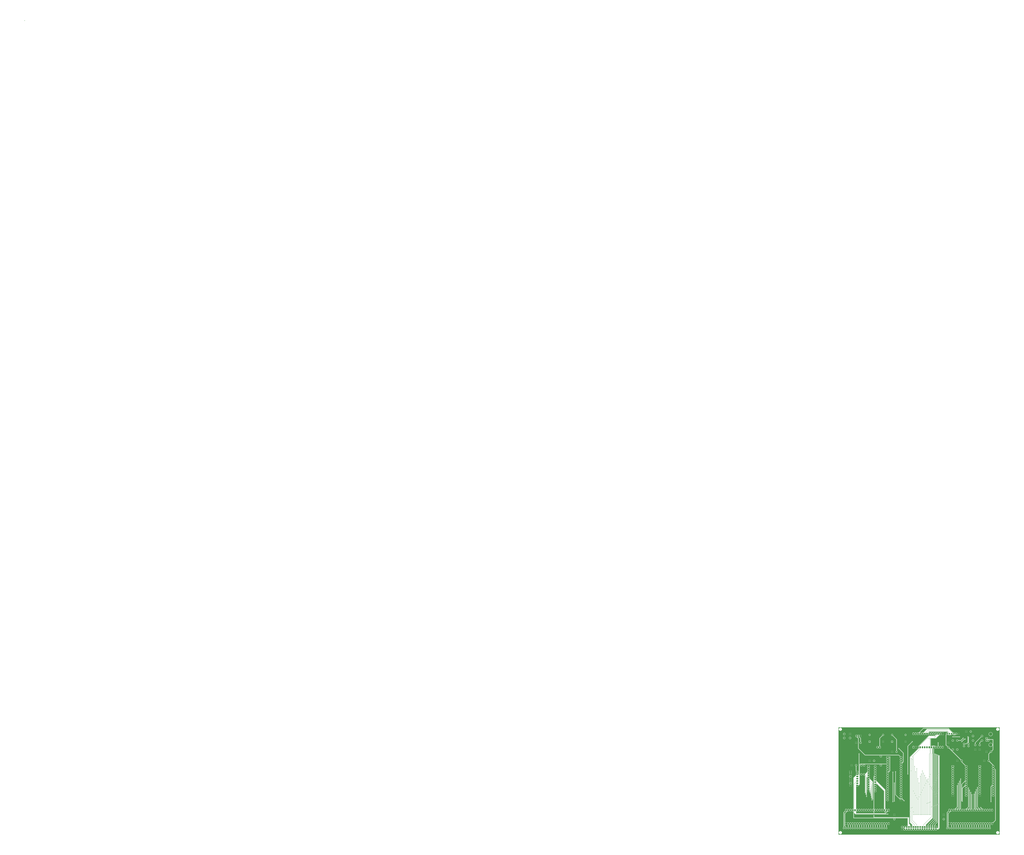
<source format=gbl>
G04 Layer: BottomLayer*
G04 EasyEDA v6.3.22, 2020-04-29T08:02:14--7:00*
G04 df07cc009cc040c9afc33ab3c66112f2,1d979999f33e43778db822881d36423c,10*
G04 Gerber Generator version 0.2*
G04 Scale: 100 percent, Rotated: No, Reflected: No *
G04 Dimensions in millimeters *
G04 leading zeros omitted , absolute positions ,3 integer and 3 decimal *
%FSLAX33Y33*%
%MOMM*%
G90*
G71D02*

%ADD11C,0.127000*%
%ADD12C,0.599999*%
%ADD14C,1.879600*%
%ADD15R,1.599997X2.399995*%
%ADD16C,1.524000*%
%ADD17R,2.399995X1.599997*%
%ADD18R,1.999996X1.999996*%
%ADD19C,1.999996*%
%ADD20R,1.899996X1.899996*%
%ADD21C,1.899996*%
%ADD22R,1.676400X1.676400*%
%ADD23C,1.799996*%
%ADD24R,1.799996X1.799996*%
%ADD25R,1.599997X1.599997*%
%ADD26C,1.599997*%
%ADD27C,1.651000*%
%ADD28C,1.699997*%
%ADD29C,3.999992*%

%LPD*%
G36*
G01X182397Y121539D02*
G01X482Y121539D01*
G01X468Y121537D01*
G01X453Y121534D01*
G01X440Y121529D01*
G01X427Y121522D01*
G01X416Y121514D01*
G01X405Y121503D01*
G01X397Y121492D01*
G01X390Y121479D01*
G01X385Y121466D01*
G01X382Y121451D01*
G01X380Y121437D01*
G01X380Y358D01*
G01X382Y343D01*
G01X385Y329D01*
G01X390Y315D01*
G01X397Y303D01*
G01X405Y291D01*
G01X416Y281D01*
G01X427Y272D01*
G01X440Y265D01*
G01X453Y260D01*
G01X468Y257D01*
G01X482Y256D01*
G01X182397Y256D01*
G01X182411Y257D01*
G01X182426Y260D01*
G01X182439Y265D01*
G01X182452Y272D01*
G01X182463Y281D01*
G01X182474Y291D01*
G01X182482Y303D01*
G01X182489Y315D01*
G01X182494Y329D01*
G01X182497Y343D01*
G01X182499Y358D01*
G01X182499Y121437D01*
G01X182497Y121451D01*
G01X182494Y121466D01*
G01X182489Y121479D01*
G01X182482Y121492D01*
G01X182474Y121503D01*
G01X182463Y121514D01*
G01X182452Y121522D01*
G01X182439Y121529D01*
G01X182426Y121534D01*
G01X182411Y121537D01*
G01X182397Y121539D01*
G37*

%LPC*%
G36*
G01X110537Y115755D02*
G01X110490Y115756D01*
G01X110442Y115755D01*
G01X110395Y115752D01*
G01X110348Y115746D01*
G01X110301Y115739D01*
G01X110254Y115730D01*
G01X110208Y115718D01*
G01X110163Y115704D01*
G01X110118Y115689D01*
G01X110074Y115671D01*
G01X110031Y115651D01*
G01X109989Y115630D01*
G01X109948Y115606D01*
G01X109907Y115581D01*
G01X109868Y115554D01*
G01X109831Y115526D01*
G01X109794Y115495D01*
G01X109759Y115463D01*
G01X109726Y115430D01*
G01X109694Y115395D01*
G01X109663Y115358D01*
G01X109635Y115321D01*
G01X109608Y115282D01*
G01X109583Y115241D01*
G01X109559Y115200D01*
G01X109538Y115158D01*
G01X109518Y115115D01*
G01X109500Y115071D01*
G01X109485Y115026D01*
G01X109471Y114981D01*
G01X109459Y114935D01*
G01X109450Y114888D01*
G01X109443Y114841D01*
G01X109437Y114794D01*
G01X109434Y114747D01*
G01X109433Y114699D01*
G01X109433Y113900D01*
G01X109434Y113852D01*
G01X109437Y113804D01*
G01X109443Y113756D01*
G01X109450Y113709D01*
G01X109460Y113662D01*
G01X109472Y113615D01*
G01X109486Y113569D01*
G01X109502Y113524D01*
G01X109520Y113480D01*
G01X109540Y113436D01*
G01X109562Y113394D01*
G01X109586Y113352D01*
G01X109612Y113312D01*
G01X109639Y113272D01*
G01X109669Y113234D01*
G01X109700Y113198D01*
G01X109732Y113163D01*
G01X109766Y113129D01*
G01X109802Y113097D01*
G01X109839Y113067D01*
G01X109878Y113038D01*
G01X109890Y113028D01*
G01X109901Y113016D01*
G01X109909Y113002D01*
G01X109915Y112987D01*
G01X109919Y112971D01*
G01X109921Y112955D01*
G01X109919Y112939D01*
G01X109916Y112924D01*
G01X109909Y112909D01*
G01X109901Y112896D01*
G01X109891Y112883D01*
G01X109117Y112109D01*
G01X109105Y112099D01*
G01X109091Y112091D01*
G01X109076Y112085D01*
G01X109061Y112081D01*
G01X109045Y112080D01*
G01X102489Y112080D01*
G01X102461Y112078D01*
G01X102433Y112075D01*
G01X102406Y112069D01*
G01X102379Y112060D01*
G01X102353Y112050D01*
G01X102328Y112037D01*
G01X102305Y112022D01*
G01X102283Y112005D01*
G01X102262Y111986D01*
G01X90959Y100683D01*
G01X90940Y100662D01*
G01X90923Y100640D01*
G01X90908Y100617D01*
G01X90895Y100592D01*
G01X90885Y100566D01*
G01X90876Y100539D01*
G01X90870Y100512D01*
G01X90867Y100484D01*
G01X90865Y100457D01*
G01X90865Y100453D01*
G01X90864Y100439D01*
G01X90861Y100425D01*
G01X90856Y100411D01*
G01X90849Y100399D01*
G01X90841Y100387D01*
G01X90830Y100377D01*
G01X90819Y100368D01*
G01X90806Y100361D01*
G01X90792Y100356D01*
G01X90778Y100353D01*
G01X90764Y100352D01*
G01X90746Y100354D01*
G01X90728Y100358D01*
G01X90712Y100366D01*
G01X90633Y100409D01*
G01X90633Y99723D01*
G01X90764Y99723D01*
G01X90778Y99722D01*
G01X90792Y99719D01*
G01X90806Y99714D01*
G01X90819Y99707D01*
G01X90830Y99698D01*
G01X90841Y99688D01*
G01X90849Y99676D01*
G01X90856Y99664D01*
G01X90861Y99650D01*
G01X90864Y99636D01*
G01X90865Y99621D01*
G01X90865Y98498D01*
G01X90864Y98483D01*
G01X90861Y98469D01*
G01X90856Y98455D01*
G01X90849Y98443D01*
G01X90841Y98431D01*
G01X90830Y98421D01*
G01X90819Y98412D01*
G01X90806Y98405D01*
G01X90792Y98400D01*
G01X90778Y98397D01*
G01X90764Y98396D01*
G01X90633Y98396D01*
G01X90633Y97859D01*
G01X90632Y97843D01*
G01X90628Y97827D01*
G01X90622Y97813D01*
G01X90614Y97799D01*
G01X90603Y97787D01*
G01X81053Y88237D01*
G01X81034Y88216D01*
G01X81017Y88194D01*
G01X81002Y88171D01*
G01X80990Y88146D01*
G01X80979Y88120D01*
G01X80973Y88107D01*
G01X80965Y88095D01*
G01X80956Y88084D01*
G01X80945Y88074D01*
G01X80918Y88052D01*
G01X80892Y88029D01*
G01X80869Y88005D01*
G01X80846Y87979D01*
G01X80825Y87951D01*
G01X80807Y87923D01*
G01X80789Y87893D01*
G01X80774Y87862D01*
G01X80761Y87831D01*
G01X80749Y87798D01*
G01X80740Y87765D01*
G01X80732Y87732D01*
G01X80727Y87698D01*
G01X80724Y87664D01*
G01X80723Y87630D01*
G01X80724Y87595D01*
G01X80727Y87560D01*
G01X80733Y87526D01*
G01X80740Y87492D01*
G01X80750Y87458D01*
G01X80762Y87426D01*
G01X80775Y87394D01*
G01X80791Y87363D01*
G01X80809Y87333D01*
G01X80828Y87304D01*
G01X80850Y87276D01*
G01X80872Y87250D01*
G01X80897Y87225D01*
G01X80923Y87202D01*
G01X80934Y87192D01*
G01X80943Y87180D01*
G01X80950Y87167D01*
G01X80955Y87153D01*
G01X80958Y87139D01*
G01X80959Y87124D01*
G01X80959Y27048D01*
G01X80958Y27033D01*
G01X80955Y27019D01*
G01X80950Y27005D01*
G01X80943Y26992D01*
G01X80934Y26980D01*
G01X80923Y26970D01*
G01X80897Y26947D01*
G01X80872Y26922D01*
G01X80850Y26896D01*
G01X80828Y26868D01*
G01X80809Y26839D01*
G01X80791Y26809D01*
G01X80775Y26778D01*
G01X80762Y26746D01*
G01X80750Y26714D01*
G01X80740Y26680D01*
G01X80733Y26646D01*
G01X80727Y26612D01*
G01X80724Y26577D01*
G01X80723Y26543D01*
G01X80724Y26508D01*
G01X80727Y26473D01*
G01X80733Y26439D01*
G01X80740Y26405D01*
G01X80750Y26371D01*
G01X80762Y26339D01*
G01X80775Y26307D01*
G01X80791Y26276D01*
G01X80809Y26246D01*
G01X80828Y26217D01*
G01X80850Y26189D01*
G01X80872Y26163D01*
G01X80897Y26138D01*
G01X80923Y26115D01*
G01X80934Y26105D01*
G01X80943Y26093D01*
G01X80950Y26080D01*
G01X80955Y26066D01*
G01X80958Y26052D01*
G01X80959Y26037D01*
G01X80959Y20825D01*
G01X80958Y20810D01*
G01X80955Y20796D01*
G01X80950Y20782D01*
G01X80943Y20769D01*
G01X80934Y20757D01*
G01X80923Y20747D01*
G01X80897Y20724D01*
G01X80872Y20699D01*
G01X80850Y20673D01*
G01X80828Y20645D01*
G01X80809Y20616D01*
G01X80791Y20586D01*
G01X80775Y20555D01*
G01X80762Y20523D01*
G01X80750Y20491D01*
G01X80740Y20457D01*
G01X80733Y20423D01*
G01X80727Y20389D01*
G01X80724Y20354D01*
G01X80723Y20320D01*
G01X80724Y20285D01*
G01X80727Y20250D01*
G01X80733Y20216D01*
G01X80740Y20182D01*
G01X80750Y20148D01*
G01X80762Y20116D01*
G01X80775Y20084D01*
G01X80791Y20053D01*
G01X80809Y20023D01*
G01X80828Y19994D01*
G01X80850Y19966D01*
G01X80872Y19940D01*
G01X80897Y19915D01*
G01X80923Y19892D01*
G01X80934Y19882D01*
G01X80943Y19870D01*
G01X80950Y19857D01*
G01X80955Y19843D01*
G01X80958Y19829D01*
G01X80959Y19814D01*
G01X80959Y13969D01*
G01X80961Y13942D01*
G01X80964Y13914D01*
G01X80970Y13887D01*
G01X80979Y13860D01*
G01X80989Y13834D01*
G01X81002Y13809D01*
G01X81017Y13786D01*
G01X81034Y13764D01*
G01X81053Y13743D01*
G01X83470Y11327D01*
G01X83480Y11315D01*
G01X83488Y11301D01*
G01X83494Y11286D01*
G01X83498Y11271D01*
G01X83499Y11255D01*
G01X83499Y9950D01*
G01X83498Y9936D01*
G01X83495Y9921D01*
G01X83490Y9908D01*
G01X83483Y9895D01*
G01X83475Y9884D01*
G01X83464Y9873D01*
G01X83453Y9865D01*
G01X83440Y9858D01*
G01X83426Y9853D01*
G01X83412Y9850D01*
G01X83398Y9848D01*
G01X83381Y9850D01*
G01X83364Y9854D01*
G01X83349Y9861D01*
G01X83334Y9871D01*
G01X83292Y9903D01*
G01X83249Y9933D01*
G01X83204Y9962D01*
G01X83159Y9989D01*
G01X83112Y10013D01*
G01X83064Y10036D01*
G01X83015Y10057D01*
G01X82965Y10075D01*
G01X82915Y10092D01*
G01X82864Y10106D01*
G01X82812Y10118D01*
G01X82760Y10128D01*
G01X82708Y10136D01*
G01X82655Y10142D01*
G01X82602Y10145D01*
G01X82550Y10146D01*
G01X82497Y10145D01*
G01X82444Y10142D01*
G01X82391Y10136D01*
G01X82339Y10128D01*
G01X82287Y10118D01*
G01X82235Y10106D01*
G01X82184Y10092D01*
G01X82134Y10075D01*
G01X82084Y10057D01*
G01X82035Y10036D01*
G01X81987Y10013D01*
G01X81940Y9989D01*
G01X81895Y9962D01*
G01X81850Y9933D01*
G01X81807Y9903D01*
G01X81765Y9871D01*
G01X81750Y9861D01*
G01X81735Y9854D01*
G01X81718Y9850D01*
G01X81701Y9848D01*
G01X81687Y9850D01*
G01X81673Y9853D01*
G01X81659Y9858D01*
G01X81646Y9865D01*
G01X81635Y9873D01*
G01X81624Y9884D01*
G01X81616Y9895D01*
G01X81609Y9908D01*
G01X81604Y9921D01*
G01X81601Y9936D01*
G01X81600Y9950D01*
G01X81600Y11430D01*
G01X81598Y11457D01*
G01X81595Y11485D01*
G01X81589Y11512D01*
G01X81580Y11539D01*
G01X81570Y11565D01*
G01X81557Y11590D01*
G01X81542Y11613D01*
G01X81525Y11635D01*
G01X81506Y11656D01*
G01X80359Y12802D01*
G01X80349Y12814D01*
G01X80341Y12828D01*
G01X80335Y12843D01*
G01X80331Y12858D01*
G01X80330Y12874D01*
G01X80330Y19685D01*
G01X80328Y19711D01*
G01X80325Y19737D01*
G01X80320Y19763D01*
G01X80312Y19788D01*
G01X80303Y19813D01*
G01X80291Y19837D01*
G01X80277Y19860D01*
G01X80262Y19881D01*
G01X80245Y19901D01*
G01X80226Y19920D01*
G01X80206Y19937D01*
G01X80185Y19952D01*
G01X80162Y19966D01*
G01X80138Y19978D01*
G01X80113Y19987D01*
G01X80088Y19995D01*
G01X80062Y20000D01*
G01X80036Y20003D01*
G01X80010Y20005D01*
G01X40807Y20005D01*
G01X40793Y20006D01*
G01X40779Y20009D01*
G01X40765Y20014D01*
G01X40752Y20021D01*
G01X40741Y20029D01*
G01X40730Y20040D01*
G01X40722Y20051D01*
G01X40715Y20064D01*
G01X40710Y20078D01*
G01X40707Y20092D01*
G01X40706Y20106D01*
G01X40706Y21211D01*
G01X40707Y21226D01*
G01X40710Y21240D01*
G01X40715Y21254D01*
G01X40722Y21267D01*
G01X40731Y21279D01*
G01X40742Y21289D01*
G01X40768Y21312D01*
G01X40793Y21337D01*
G01X40815Y21363D01*
G01X40837Y21391D01*
G01X40856Y21420D01*
G01X40874Y21450D01*
G01X40890Y21481D01*
G01X40903Y21513D01*
G01X40915Y21545D01*
G01X40925Y21579D01*
G01X40932Y21613D01*
G01X40938Y21647D01*
G01X40941Y21682D01*
G01X40942Y21717D01*
G01X40941Y21750D01*
G01X40938Y21784D01*
G01X40933Y21817D01*
G01X40926Y21850D01*
G01X40917Y21882D01*
G01X40906Y21914D01*
G01X40893Y21945D01*
G01X40878Y21975D01*
G01X40862Y22004D01*
G01X40844Y22033D01*
G01X40824Y22060D01*
G01X40802Y22086D01*
G01X40779Y22110D01*
G01X40755Y22133D01*
G01X40729Y22155D01*
G01X40702Y22175D01*
G01X40673Y22193D01*
G01X40644Y22209D01*
G01X40614Y22224D01*
G01X40583Y22237D01*
G01X40551Y22248D01*
G01X40519Y22257D01*
G01X40486Y22264D01*
G01X40453Y22269D01*
G01X40419Y22272D01*
G01X40386Y22273D01*
G01X40352Y22272D01*
G01X40318Y22269D01*
G01X40285Y22264D01*
G01X40252Y22257D01*
G01X40220Y22248D01*
G01X40188Y22237D01*
G01X40157Y22224D01*
G01X40127Y22209D01*
G01X40098Y22193D01*
G01X40069Y22175D01*
G01X40042Y22155D01*
G01X40016Y22133D01*
G01X39992Y22110D01*
G01X39969Y22086D01*
G01X39947Y22060D01*
G01X39927Y22033D01*
G01X39909Y22004D01*
G01X39893Y21975D01*
G01X39878Y21945D01*
G01X39865Y21914D01*
G01X39854Y21882D01*
G01X39845Y21850D01*
G01X39838Y21817D01*
G01X39833Y21784D01*
G01X39830Y21750D01*
G01X39829Y21717D01*
G01X39830Y21682D01*
G01X39833Y21647D01*
G01X39839Y21613D01*
G01X39846Y21579D01*
G01X39856Y21545D01*
G01X39868Y21513D01*
G01X39881Y21481D01*
G01X39897Y21450D01*
G01X39915Y21420D01*
G01X39934Y21391D01*
G01X39956Y21363D01*
G01X39978Y21337D01*
G01X40003Y21312D01*
G01X40029Y21289D01*
G01X40040Y21279D01*
G01X40049Y21267D01*
G01X40056Y21254D01*
G01X40061Y21240D01*
G01X40064Y21226D01*
G01X40065Y21211D01*
G01X40065Y19685D01*
G01X40067Y19656D01*
G01X40070Y19628D01*
G01X40077Y19601D01*
G01X40085Y19574D01*
G01X40096Y19548D01*
G01X40109Y19523D01*
G01X40117Y19506D01*
G01X40122Y19489D01*
G01X40123Y19471D01*
G01X40122Y19457D01*
G01X40119Y19443D01*
G01X40114Y19429D01*
G01X40107Y19416D01*
G01X40099Y19405D01*
G01X40088Y19394D01*
G01X40077Y19386D01*
G01X40064Y19379D01*
G01X40050Y19374D01*
G01X40036Y19371D01*
G01X40022Y19370D01*
G01X17947Y19370D01*
G01X17933Y19371D01*
G01X17919Y19374D01*
G01X17905Y19379D01*
G01X17892Y19386D01*
G01X17881Y19394D01*
G01X17870Y19405D01*
G01X17862Y19416D01*
G01X17855Y19429D01*
G01X17850Y19443D01*
G01X17847Y19457D01*
G01X17846Y19471D01*
G01X17846Y24509D01*
G01X17847Y24523D01*
G01X17850Y24537D01*
G01X17855Y24551D01*
G01X17862Y24564D01*
G01X17870Y24575D01*
G01X17881Y24585D01*
G01X17892Y24594D01*
G01X17905Y24601D01*
G01X17919Y24606D01*
G01X17933Y24609D01*
G01X17947Y24610D01*
G01X17963Y24609D01*
G01X17979Y24605D01*
G01X17993Y24599D01*
G01X18007Y24591D01*
G01X18019Y24580D01*
G01X19331Y23268D01*
G01X19352Y23249D01*
G01X19374Y23232D01*
G01X19397Y23217D01*
G01X19422Y23204D01*
G01X19448Y23194D01*
G01X19475Y23185D01*
G01X19502Y23179D01*
G01X19530Y23176D01*
G01X19558Y23174D01*
G01X55628Y23174D01*
G01X55643Y23173D01*
G01X55657Y23170D01*
G01X55671Y23165D01*
G01X55684Y23158D01*
G01X55696Y23149D01*
G01X55706Y23138D01*
G01X55729Y23112D01*
G01X55754Y23087D01*
G01X55780Y23065D01*
G01X55808Y23043D01*
G01X55837Y23024D01*
G01X55867Y23006D01*
G01X55898Y22990D01*
G01X55930Y22977D01*
G01X55962Y22965D01*
G01X55996Y22955D01*
G01X56030Y22948D01*
G01X56064Y22942D01*
G01X56099Y22939D01*
G01X56134Y22938D01*
G01X56167Y22939D01*
G01X56201Y22942D01*
G01X56234Y22947D01*
G01X56267Y22954D01*
G01X56299Y22963D01*
G01X56331Y22974D01*
G01X56362Y22987D01*
G01X56392Y23002D01*
G01X56421Y23018D01*
G01X56450Y23036D01*
G01X56477Y23056D01*
G01X56503Y23078D01*
G01X56527Y23101D01*
G01X56550Y23125D01*
G01X56572Y23151D01*
G01X56592Y23178D01*
G01X56610Y23207D01*
G01X56626Y23236D01*
G01X56641Y23266D01*
G01X56654Y23297D01*
G01X56665Y23329D01*
G01X56674Y23361D01*
G01X56681Y23394D01*
G01X56686Y23427D01*
G01X56689Y23461D01*
G01X56690Y23495D01*
G01X56689Y23528D01*
G01X56686Y23562D01*
G01X56681Y23595D01*
G01X56674Y23628D01*
G01X56665Y23660D01*
G01X56654Y23692D01*
G01X56641Y23723D01*
G01X56626Y23753D01*
G01X56610Y23782D01*
G01X56592Y23811D01*
G01X56572Y23838D01*
G01X56550Y23864D01*
G01X56527Y23888D01*
G01X56503Y23911D01*
G01X56477Y23933D01*
G01X56450Y23953D01*
G01X56421Y23971D01*
G01X56392Y23987D01*
G01X56362Y24002D01*
G01X56331Y24015D01*
G01X56299Y24026D01*
G01X56267Y24035D01*
G01X56234Y24042D01*
G01X56201Y24047D01*
G01X56167Y24050D01*
G01X56134Y24051D01*
G01X56099Y24050D01*
G01X56064Y24047D01*
G01X56030Y24041D01*
G01X55996Y24034D01*
G01X55962Y24024D01*
G01X55930Y24012D01*
G01X55898Y23999D01*
G01X55867Y23983D01*
G01X55837Y23965D01*
G01X55808Y23946D01*
G01X55780Y23924D01*
G01X55754Y23902D01*
G01X55729Y23877D01*
G01X55706Y23851D01*
G01X55696Y23840D01*
G01X55684Y23831D01*
G01X55671Y23824D01*
G01X55657Y23819D01*
G01X55643Y23816D01*
G01X55628Y23815D01*
G01X53722Y23815D01*
G01X53708Y23816D01*
G01X53694Y23819D01*
G01X53680Y23824D01*
G01X53667Y23831D01*
G01X53656Y23839D01*
G01X53646Y23850D01*
G01X53637Y23861D01*
G01X53630Y23874D01*
G01X53625Y23888D01*
G01X53622Y23902D01*
G01X53621Y23916D01*
G01X53622Y23932D01*
G01X53626Y23948D01*
G01X53632Y23962D01*
G01X53640Y23976D01*
G01X53651Y23988D01*
G01X56363Y26700D01*
G01X56375Y26711D01*
G01X56388Y26719D01*
G01X56403Y26725D01*
G01X56419Y26729D01*
G01X56435Y26730D01*
G01X56451Y26729D01*
G01X56468Y26724D01*
G01X56483Y26718D01*
G01X56497Y26708D01*
G01X56535Y26680D01*
G01X56574Y26654D01*
G01X56613Y26629D01*
G01X56654Y26606D01*
G01X56696Y26585D01*
G01X56739Y26566D01*
G01X56782Y26549D01*
G01X56827Y26533D01*
G01X56872Y26520D01*
G01X56917Y26509D01*
G01X56963Y26500D01*
G01X57009Y26492D01*
G01X57056Y26487D01*
G01X57103Y26484D01*
G01X57149Y26483D01*
G01X57197Y26484D01*
G01X57244Y26487D01*
G01X57291Y26493D01*
G01X57338Y26500D01*
G01X57385Y26509D01*
G01X57431Y26521D01*
G01X57476Y26535D01*
G01X57521Y26550D01*
G01X57565Y26568D01*
G01X57608Y26588D01*
G01X57650Y26609D01*
G01X57691Y26633D01*
G01X57732Y26658D01*
G01X57771Y26685D01*
G01X57808Y26713D01*
G01X57845Y26744D01*
G01X57880Y26776D01*
G01X57913Y26809D01*
G01X57945Y26844D01*
G01X57976Y26881D01*
G01X58004Y26918D01*
G01X58031Y26957D01*
G01X58056Y26998D01*
G01X58080Y27039D01*
G01X58101Y27081D01*
G01X58121Y27124D01*
G01X58139Y27168D01*
G01X58154Y27213D01*
G01X58168Y27258D01*
G01X58180Y27304D01*
G01X58189Y27351D01*
G01X58196Y27398D01*
G01X58202Y27445D01*
G01X58205Y27492D01*
G01X58206Y27540D01*
G01X58206Y28339D01*
G01X58205Y28387D01*
G01X58202Y28434D01*
G01X58196Y28481D01*
G01X58189Y28528D01*
G01X58180Y28575D01*
G01X58168Y28621D01*
G01X58154Y28666D01*
G01X58139Y28711D01*
G01X58121Y28755D01*
G01X58101Y28798D01*
G01X58080Y28840D01*
G01X58056Y28881D01*
G01X58031Y28922D01*
G01X58004Y28961D01*
G01X57976Y28998D01*
G01X57945Y29035D01*
G01X57913Y29070D01*
G01X57880Y29103D01*
G01X57845Y29135D01*
G01X57808Y29166D01*
G01X57771Y29194D01*
G01X57732Y29221D01*
G01X57691Y29246D01*
G01X57650Y29270D01*
G01X57608Y29291D01*
G01X57565Y29311D01*
G01X57521Y29329D01*
G01X57476Y29344D01*
G01X57431Y29358D01*
G01X57385Y29370D01*
G01X57338Y29379D01*
G01X57291Y29386D01*
G01X57244Y29392D01*
G01X57197Y29395D01*
G01X57150Y29396D01*
G01X57102Y29395D01*
G01X57055Y29392D01*
G01X57008Y29386D01*
G01X56961Y29379D01*
G01X56914Y29370D01*
G01X56868Y29358D01*
G01X56823Y29344D01*
G01X56778Y29329D01*
G01X56734Y29311D01*
G01X56691Y29291D01*
G01X56649Y29270D01*
G01X56608Y29246D01*
G01X56567Y29221D01*
G01X56528Y29194D01*
G01X56491Y29166D01*
G01X56454Y29135D01*
G01X56419Y29103D01*
G01X56386Y29070D01*
G01X56354Y29035D01*
G01X56323Y28998D01*
G01X56295Y28961D01*
G01X56268Y28922D01*
G01X56243Y28881D01*
G01X56219Y28840D01*
G01X56198Y28798D01*
G01X56178Y28755D01*
G01X56160Y28711D01*
G01X56145Y28666D01*
G01X56131Y28621D01*
G01X56119Y28575D01*
G01X56110Y28528D01*
G01X56103Y28481D01*
G01X56097Y28434D01*
G01X56094Y28387D01*
G01X56093Y28339D01*
G01X56093Y27540D01*
G01X56095Y27470D01*
G01X56102Y27401D01*
G01X56103Y27388D01*
G01X56102Y27372D01*
G01X56098Y27356D01*
G01X56092Y27342D01*
G01X56084Y27328D01*
G01X56073Y27316D01*
G01X55727Y26969D01*
G01X55715Y26959D01*
G01X55701Y26951D01*
G01X55686Y26945D01*
G01X55671Y26941D01*
G01X55655Y26940D01*
G01X55641Y26941D01*
G01X55626Y26944D01*
G01X55613Y26949D01*
G01X55600Y26956D01*
G01X55588Y26965D01*
G01X55578Y26975D01*
G01X55570Y26986D01*
G01X55563Y26999D01*
G01X55558Y27013D01*
G01X55554Y27027D01*
G01X55553Y27041D01*
G01X55555Y27056D01*
G01X55558Y27071D01*
G01X55563Y27085D01*
G01X55583Y27128D01*
G01X55600Y27172D01*
G01X55615Y27216D01*
G01X55629Y27261D01*
G01X55640Y27307D01*
G01X55649Y27353D01*
G01X55657Y27399D01*
G01X55662Y27446D01*
G01X55665Y27493D01*
G01X55666Y27540D01*
G01X55666Y28339D01*
G01X55665Y28387D01*
G01X55662Y28434D01*
G01X55656Y28481D01*
G01X55649Y28528D01*
G01X55640Y28575D01*
G01X55628Y28621D01*
G01X55614Y28666D01*
G01X55599Y28711D01*
G01X55581Y28755D01*
G01X55561Y28798D01*
G01X55540Y28840D01*
G01X55516Y28881D01*
G01X55491Y28922D01*
G01X55464Y28961D01*
G01X55436Y28998D01*
G01X55405Y29035D01*
G01X55373Y29070D01*
G01X55340Y29103D01*
G01X55305Y29135D01*
G01X55268Y29166D01*
G01X55231Y29194D01*
G01X55192Y29221D01*
G01X55151Y29246D01*
G01X55110Y29270D01*
G01X55068Y29291D01*
G01X55025Y29311D01*
G01X54981Y29329D01*
G01X54936Y29344D01*
G01X54891Y29358D01*
G01X54845Y29370D01*
G01X54798Y29379D01*
G01X54751Y29386D01*
G01X54704Y29392D01*
G01X54657Y29395D01*
G01X54610Y29396D01*
G01X54562Y29395D01*
G01X54515Y29392D01*
G01X54467Y29386D01*
G01X54420Y29379D01*
G01X54374Y29369D01*
G01X54328Y29358D01*
G01X54282Y29344D01*
G01X54238Y29328D01*
G01X54193Y29311D01*
G01X54150Y29291D01*
G01X54108Y29269D01*
G01X54067Y29246D01*
G01X54026Y29221D01*
G01X53987Y29193D01*
G01X53950Y29165D01*
G01X53913Y29134D01*
G01X53878Y29102D01*
G01X53845Y29068D01*
G01X53813Y29033D01*
G01X53782Y28997D01*
G01X53754Y28959D01*
G01X53727Y28920D01*
G01X53701Y28880D01*
G01X53678Y28838D01*
G01X53657Y28796D01*
G01X53637Y28752D01*
G01X53619Y28708D01*
G01X53604Y28663D01*
G01X53598Y28649D01*
G01X53589Y28635D01*
G01X53579Y28623D01*
G01X53567Y28612D01*
G01X53553Y28604D01*
G01X53539Y28598D01*
G01X53523Y28594D01*
G01X53507Y28593D01*
G01X53493Y28594D01*
G01X53479Y28597D01*
G01X53465Y28602D01*
G01X53452Y28609D01*
G01X53441Y28618D01*
G01X53430Y28628D01*
G01X53422Y28640D01*
G01X53415Y28652D01*
G01X53410Y28666D01*
G01X53407Y28680D01*
G01X53406Y28695D01*
G01X53406Y51054D01*
G01X53404Y51081D01*
G01X53401Y51109D01*
G01X53395Y51136D01*
G01X53386Y51163D01*
G01X53376Y51189D01*
G01X53363Y51214D01*
G01X53348Y51237D01*
G01X53331Y51259D01*
G01X53312Y51280D01*
G01X43149Y61443D01*
G01X43138Y61455D01*
G01X43130Y61468D01*
G01X43124Y61483D01*
G01X43120Y61499D01*
G01X43119Y61515D01*
G01X43120Y61531D01*
G01X43125Y61548D01*
G01X43131Y61563D01*
G01X43141Y61577D01*
G01X43169Y61615D01*
G01X43195Y61654D01*
G01X43220Y61693D01*
G01X43243Y61734D01*
G01X43264Y61776D01*
G01X43283Y61819D01*
G01X43300Y61862D01*
G01X43316Y61907D01*
G01X43329Y61952D01*
G01X43340Y61997D01*
G01X43349Y62043D01*
G01X43357Y62089D01*
G01X43362Y62136D01*
G01X43365Y62183D01*
G01X43366Y62230D01*
G01X43365Y62277D01*
G01X43362Y62324D01*
G01X43356Y62371D01*
G01X43349Y62418D01*
G01X43340Y62465D01*
G01X43328Y62511D01*
G01X43314Y62556D01*
G01X43299Y62601D01*
G01X43281Y62645D01*
G01X43261Y62688D01*
G01X43240Y62730D01*
G01X43216Y62771D01*
G01X43191Y62812D01*
G01X43164Y62851D01*
G01X43136Y62888D01*
G01X43105Y62925D01*
G01X43073Y62960D01*
G01X43040Y62993D01*
G01X43005Y63025D01*
G01X42968Y63056D01*
G01X42931Y63084D01*
G01X42892Y63111D01*
G01X42851Y63136D01*
G01X42810Y63160D01*
G01X42768Y63181D01*
G01X42725Y63201D01*
G01X42681Y63219D01*
G01X42636Y63234D01*
G01X42591Y63248D01*
G01X42545Y63260D01*
G01X42498Y63269D01*
G01X42451Y63276D01*
G01X42404Y63282D01*
G01X42357Y63285D01*
G01X42309Y63286D01*
G01X41510Y63286D01*
G01X41460Y63285D01*
G01X41411Y63281D01*
G01X41362Y63276D01*
G01X41314Y63268D01*
G01X41266Y63258D01*
G01X41218Y63245D01*
G01X41171Y63230D01*
G01X41125Y63214D01*
G01X41080Y63195D01*
G01X41035Y63174D01*
G01X40992Y63151D01*
G01X40950Y63125D01*
G01X40909Y63098D01*
G01X40869Y63070D01*
G01X40855Y63061D01*
G01X40840Y63054D01*
G01X40824Y63050D01*
G01X40807Y63049D01*
G01X40793Y63050D01*
G01X40779Y63053D01*
G01X40765Y63058D01*
G01X40752Y63065D01*
G01X40741Y63074D01*
G01X40730Y63084D01*
G01X40722Y63095D01*
G01X40715Y63108D01*
G01X40710Y63122D01*
G01X40707Y63136D01*
G01X40706Y63150D01*
G01X40706Y63849D01*
G01X40707Y63863D01*
G01X40710Y63877D01*
G01X40715Y63891D01*
G01X40722Y63904D01*
G01X40730Y63915D01*
G01X40741Y63925D01*
G01X40752Y63934D01*
G01X40765Y63941D01*
G01X40779Y63946D01*
G01X40793Y63949D01*
G01X40807Y63950D01*
G01X40824Y63949D01*
G01X40840Y63945D01*
G01X40855Y63938D01*
G01X40869Y63929D01*
G01X40909Y63901D01*
G01X40950Y63874D01*
G01X40992Y63848D01*
G01X41035Y63825D01*
G01X41080Y63804D01*
G01X41125Y63785D01*
G01X41171Y63769D01*
G01X41218Y63754D01*
G01X41266Y63741D01*
G01X41314Y63731D01*
G01X41362Y63723D01*
G01X41411Y63718D01*
G01X41460Y63714D01*
G01X41510Y63713D01*
G01X42309Y63713D01*
G01X42357Y63714D01*
G01X42404Y63717D01*
G01X42451Y63723D01*
G01X42498Y63730D01*
G01X42545Y63739D01*
G01X42591Y63751D01*
G01X42636Y63765D01*
G01X42681Y63780D01*
G01X42725Y63798D01*
G01X42768Y63818D01*
G01X42810Y63839D01*
G01X42851Y63863D01*
G01X42892Y63888D01*
G01X42931Y63915D01*
G01X42968Y63943D01*
G01X43005Y63974D01*
G01X43040Y64006D01*
G01X43073Y64039D01*
G01X43105Y64074D01*
G01X43136Y64111D01*
G01X43164Y64148D01*
G01X43191Y64187D01*
G01X43216Y64228D01*
G01X43240Y64269D01*
G01X43261Y64311D01*
G01X43281Y64354D01*
G01X43299Y64398D01*
G01X43314Y64443D01*
G01X43328Y64488D01*
G01X43340Y64534D01*
G01X43349Y64581D01*
G01X43356Y64628D01*
G01X43362Y64675D01*
G01X43365Y64722D01*
G01X43366Y64770D01*
G01X43365Y64817D01*
G01X43362Y64864D01*
G01X43356Y64911D01*
G01X43349Y64958D01*
G01X43340Y65005D01*
G01X43328Y65051D01*
G01X43314Y65096D01*
G01X43299Y65141D01*
G01X43281Y65185D01*
G01X43261Y65228D01*
G01X43240Y65270D01*
G01X43216Y65311D01*
G01X43191Y65352D01*
G01X43164Y65391D01*
G01X43136Y65428D01*
G01X43105Y65465D01*
G01X43073Y65500D01*
G01X43040Y65533D01*
G01X43005Y65565D01*
G01X42968Y65596D01*
G01X42931Y65624D01*
G01X42892Y65651D01*
G01X42851Y65676D01*
G01X42810Y65700D01*
G01X42768Y65721D01*
G01X42725Y65741D01*
G01X42681Y65759D01*
G01X42636Y65774D01*
G01X42591Y65788D01*
G01X42545Y65800D01*
G01X42498Y65809D01*
G01X42451Y65816D01*
G01X42404Y65822D01*
G01X42357Y65825D01*
G01X42309Y65826D01*
G01X41510Y65826D01*
G01X41463Y65825D01*
G01X41416Y65822D01*
G01X41369Y65817D01*
G01X41323Y65809D01*
G01X41277Y65800D01*
G01X41231Y65789D01*
G01X41186Y65775D01*
G01X41142Y65760D01*
G01X41098Y65743D01*
G01X41055Y65723D01*
G01X41041Y65718D01*
G01X41026Y65715D01*
G01X41011Y65713D01*
G01X40997Y65714D01*
G01X40983Y65718D01*
G01X40969Y65723D01*
G01X40956Y65730D01*
G01X40945Y65738D01*
G01X40935Y65748D01*
G01X40926Y65760D01*
G01X40919Y65773D01*
G01X40914Y65786D01*
G01X40911Y65801D01*
G01X40910Y65815D01*
G01X40911Y65831D01*
G01X40915Y65846D01*
G01X40921Y65861D01*
G01X40929Y65875D01*
G01X40939Y65887D01*
G01X41286Y66233D01*
G01X41298Y66244D01*
G01X41312Y66252D01*
G01X41326Y66258D01*
G01X41342Y66262D01*
G01X41358Y66263D01*
G01X41371Y66262D01*
G01X41440Y66255D01*
G01X41510Y66253D01*
G01X42309Y66253D01*
G01X42357Y66254D01*
G01X42404Y66257D01*
G01X42451Y66263D01*
G01X42498Y66270D01*
G01X42545Y66279D01*
G01X42591Y66291D01*
G01X42636Y66305D01*
G01X42681Y66320D01*
G01X42725Y66338D01*
G01X42768Y66358D01*
G01X42810Y66379D01*
G01X42851Y66403D01*
G01X42892Y66428D01*
G01X42931Y66455D01*
G01X42968Y66483D01*
G01X43005Y66514D01*
G01X43040Y66546D01*
G01X43073Y66579D01*
G01X43105Y66614D01*
G01X43136Y66651D01*
G01X43164Y66688D01*
G01X43191Y66727D01*
G01X43216Y66768D01*
G01X43240Y66809D01*
G01X43261Y66851D01*
G01X43281Y66894D01*
G01X43299Y66938D01*
G01X43314Y66983D01*
G01X43328Y67028D01*
G01X43340Y67074D01*
G01X43349Y67121D01*
G01X43356Y67168D01*
G01X43362Y67215D01*
G01X43365Y67262D01*
G01X43366Y67310D01*
G01X43365Y67357D01*
G01X43362Y67404D01*
G01X43356Y67451D01*
G01X43349Y67498D01*
G01X43340Y67545D01*
G01X43328Y67591D01*
G01X43314Y67636D01*
G01X43299Y67681D01*
G01X43281Y67725D01*
G01X43261Y67768D01*
G01X43240Y67810D01*
G01X43216Y67851D01*
G01X43191Y67892D01*
G01X43164Y67931D01*
G01X43136Y67968D01*
G01X43105Y68005D01*
G01X43073Y68040D01*
G01X43040Y68073D01*
G01X43005Y68105D01*
G01X42968Y68136D01*
G01X42931Y68164D01*
G01X42892Y68191D01*
G01X42851Y68216D01*
G01X42810Y68240D01*
G01X42768Y68261D01*
G01X42725Y68281D01*
G01X42681Y68299D01*
G01X42636Y68314D01*
G01X42591Y68328D01*
G01X42545Y68340D01*
G01X42498Y68349D01*
G01X42451Y68356D01*
G01X42404Y68362D01*
G01X42357Y68365D01*
G01X42309Y68366D01*
G01X41510Y68366D01*
G01X41462Y68365D01*
G01X41415Y68362D01*
G01X41368Y68356D01*
G01X41321Y68349D01*
G01X41274Y68340D01*
G01X41228Y68328D01*
G01X41183Y68314D01*
G01X41138Y68299D01*
G01X41094Y68281D01*
G01X41051Y68261D01*
G01X41009Y68240D01*
G01X40968Y68216D01*
G01X40927Y68191D01*
G01X40888Y68164D01*
G01X40851Y68136D01*
G01X40814Y68105D01*
G01X40779Y68073D01*
G01X40746Y68040D01*
G01X40714Y68005D01*
G01X40683Y67968D01*
G01X40655Y67931D01*
G01X40628Y67892D01*
G01X40603Y67851D01*
G01X40579Y67810D01*
G01X40558Y67768D01*
G01X40538Y67725D01*
G01X40520Y67681D01*
G01X40505Y67636D01*
G01X40491Y67591D01*
G01X40479Y67545D01*
G01X40470Y67498D01*
G01X40463Y67451D01*
G01X40457Y67404D01*
G01X40454Y67357D01*
G01X40453Y67310D01*
G01X40454Y67263D01*
G01X40457Y67216D01*
G01X40462Y67169D01*
G01X40470Y67123D01*
G01X40479Y67077D01*
G01X40490Y67032D01*
G01X40503Y66987D01*
G01X40519Y66942D01*
G01X40536Y66899D01*
G01X40555Y66856D01*
G01X40576Y66814D01*
G01X40599Y66773D01*
G01X40624Y66734D01*
G01X40650Y66695D01*
G01X40678Y66657D01*
G01X40688Y66643D01*
G01X40694Y66628D01*
G01X40699Y66611D01*
G01X40700Y66595D01*
G01X40699Y66579D01*
G01X40695Y66563D01*
G01X40689Y66548D01*
G01X40681Y66535D01*
G01X40670Y66523D01*
G01X40159Y66012D01*
G01X40140Y65991D01*
G01X40123Y65969D01*
G01X40108Y65946D01*
G01X40095Y65921D01*
G01X40085Y65895D01*
G01X40076Y65868D01*
G01X40070Y65841D01*
G01X40067Y65813D01*
G01X40065Y65786D01*
G01X40065Y29333D01*
G01X40064Y29319D01*
G01X40061Y29305D01*
G01X40056Y29291D01*
G01X40049Y29279D01*
G01X40041Y29267D01*
G01X40030Y29257D01*
G01X40019Y29248D01*
G01X40006Y29241D01*
G01X39992Y29236D01*
G01X39978Y29233D01*
G01X39964Y29232D01*
G01X39946Y29234D01*
G01X39928Y29238D01*
G01X39912Y29246D01*
G01X39870Y29270D01*
G01X39828Y29291D01*
G01X39785Y29311D01*
G01X39741Y29329D01*
G01X39696Y29344D01*
G01X39651Y29358D01*
G01X39605Y29370D01*
G01X39558Y29379D01*
G01X39511Y29386D01*
G01X39464Y29392D01*
G01X39417Y29395D01*
G01X39370Y29396D01*
G01X39322Y29395D01*
G01X39275Y29392D01*
G01X39228Y29386D01*
G01X39181Y29379D01*
G01X39134Y29370D01*
G01X39088Y29358D01*
G01X39043Y29344D01*
G01X38998Y29329D01*
G01X38954Y29311D01*
G01X38911Y29291D01*
G01X38869Y29270D01*
G01X38828Y29246D01*
G01X38787Y29221D01*
G01X38748Y29194D01*
G01X38711Y29166D01*
G01X38674Y29135D01*
G01X38639Y29103D01*
G01X38606Y29070D01*
G01X38574Y29035D01*
G01X38543Y28998D01*
G01X38515Y28961D01*
G01X38488Y28922D01*
G01X38463Y28881D01*
G01X38439Y28840D01*
G01X38418Y28798D01*
G01X38398Y28755D01*
G01X38380Y28711D01*
G01X38365Y28666D01*
G01X38351Y28621D01*
G01X38339Y28575D01*
G01X38330Y28528D01*
G01X38323Y28481D01*
G01X38317Y28434D01*
G01X38314Y28387D01*
G01X38313Y28339D01*
G01X38313Y27540D01*
G01X38314Y27492D01*
G01X38317Y27445D01*
G01X38323Y27398D01*
G01X38330Y27351D01*
G01X38339Y27304D01*
G01X38351Y27258D01*
G01X38365Y27213D01*
G01X38380Y27168D01*
G01X38398Y27124D01*
G01X38418Y27081D01*
G01X38439Y27039D01*
G01X38463Y26998D01*
G01X38488Y26957D01*
G01X38515Y26918D01*
G01X38543Y26881D01*
G01X38574Y26844D01*
G01X38606Y26809D01*
G01X38639Y26776D01*
G01X38674Y26744D01*
G01X38711Y26713D01*
G01X38748Y26685D01*
G01X38787Y26658D01*
G01X38828Y26633D01*
G01X38869Y26609D01*
G01X38911Y26588D01*
G01X38954Y26568D01*
G01X38998Y26550D01*
G01X39043Y26535D01*
G01X39088Y26521D01*
G01X39134Y26509D01*
G01X39181Y26500D01*
G01X39228Y26493D01*
G01X39275Y26487D01*
G01X39322Y26484D01*
G01X39370Y26483D01*
G01X39417Y26484D01*
G01X39464Y26487D01*
G01X39511Y26493D01*
G01X39558Y26500D01*
G01X39605Y26509D01*
G01X39651Y26521D01*
G01X39696Y26535D01*
G01X39741Y26550D01*
G01X39785Y26568D01*
G01X39828Y26588D01*
G01X39870Y26609D01*
G01X39912Y26633D01*
G01X39928Y26641D01*
G01X39946Y26645D01*
G01X39964Y26647D01*
G01X39978Y26646D01*
G01X39992Y26643D01*
G01X40006Y26638D01*
G01X40019Y26631D01*
G01X40030Y26622D01*
G01X40041Y26612D01*
G01X40049Y26600D01*
G01X40056Y26588D01*
G01X40061Y26574D01*
G01X40064Y26560D01*
G01X40065Y26546D01*
G01X40065Y25905D01*
G01X40064Y25890D01*
G01X40061Y25876D01*
G01X40056Y25862D01*
G01X40049Y25849D01*
G01X40040Y25837D01*
G01X40029Y25827D01*
G01X40003Y25804D01*
G01X39978Y25779D01*
G01X39956Y25753D01*
G01X39934Y25725D01*
G01X39915Y25696D01*
G01X39897Y25666D01*
G01X39881Y25635D01*
G01X39868Y25603D01*
G01X39856Y25571D01*
G01X39846Y25537D01*
G01X39839Y25503D01*
G01X39833Y25469D01*
G01X39830Y25434D01*
G01X39829Y25400D01*
G01X39830Y25366D01*
G01X39833Y25332D01*
G01X39838Y25299D01*
G01X39845Y25266D01*
G01X39854Y25234D01*
G01X39865Y25202D01*
G01X39878Y25171D01*
G01X39893Y25141D01*
G01X39909Y25112D01*
G01X39927Y25083D01*
G01X39947Y25056D01*
G01X39969Y25030D01*
G01X39992Y25006D01*
G01X40016Y24983D01*
G01X40042Y24961D01*
G01X40069Y24941D01*
G01X40098Y24923D01*
G01X40127Y24907D01*
G01X40157Y24892D01*
G01X40188Y24879D01*
G01X40220Y24868D01*
G01X40252Y24859D01*
G01X40285Y24852D01*
G01X40318Y24847D01*
G01X40352Y24844D01*
G01X40386Y24843D01*
G01X40419Y24844D01*
G01X40453Y24847D01*
G01X40486Y24852D01*
G01X40519Y24859D01*
G01X40551Y24868D01*
G01X40583Y24879D01*
G01X40614Y24892D01*
G01X40644Y24907D01*
G01X40673Y24923D01*
G01X40702Y24941D01*
G01X40729Y24961D01*
G01X40755Y24983D01*
G01X40779Y25006D01*
G01X40802Y25030D01*
G01X40824Y25056D01*
G01X40844Y25083D01*
G01X40862Y25112D01*
G01X40878Y25141D01*
G01X40893Y25171D01*
G01X40906Y25202D01*
G01X40917Y25234D01*
G01X40926Y25266D01*
G01X40933Y25299D01*
G01X40938Y25332D01*
G01X40941Y25366D01*
G01X40942Y25399D01*
G01X40941Y25434D01*
G01X40938Y25469D01*
G01X40932Y25503D01*
G01X40925Y25537D01*
G01X40915Y25571D01*
G01X40903Y25603D01*
G01X40890Y25635D01*
G01X40874Y25666D01*
G01X40856Y25696D01*
G01X40837Y25725D01*
G01X40815Y25753D01*
G01X40793Y25779D01*
G01X40768Y25804D01*
G01X40742Y25827D01*
G01X40731Y25837D01*
G01X40722Y25849D01*
G01X40715Y25862D01*
G01X40710Y25876D01*
G01X40707Y25890D01*
G01X40706Y25905D01*
G01X40706Y27184D01*
G01X40707Y27199D01*
G01X40710Y27213D01*
G01X40715Y27227D01*
G01X40722Y27239D01*
G01X40730Y27251D01*
G01X40741Y27261D01*
G01X40752Y27270D01*
G01X40765Y27277D01*
G01X40779Y27282D01*
G01X40793Y27285D01*
G01X40807Y27286D01*
G01X40823Y27285D01*
G01X40839Y27281D01*
G01X40853Y27275D01*
G01X40867Y27267D01*
G01X40879Y27256D01*
G01X40889Y27244D01*
G01X40898Y27230D01*
G01X40904Y27216D01*
G01X40919Y27171D01*
G01X40937Y27127D01*
G01X40957Y27083D01*
G01X40978Y27041D01*
G01X41001Y26999D01*
G01X41027Y26959D01*
G01X41054Y26920D01*
G01X41082Y26882D01*
G01X41113Y26846D01*
G01X41145Y26811D01*
G01X41178Y26777D01*
G01X41213Y26745D01*
G01X41250Y26714D01*
G01X41287Y26686D01*
G01X41326Y26658D01*
G01X41367Y26633D01*
G01X41408Y26610D01*
G01X41450Y26588D01*
G01X41493Y26568D01*
G01X41538Y26551D01*
G01X41582Y26535D01*
G01X41628Y26521D01*
G01X41674Y26510D01*
G01X41720Y26500D01*
G01X41767Y26493D01*
G01X41815Y26487D01*
G01X41862Y26484D01*
G01X41909Y26483D01*
G01X41957Y26484D01*
G01X42004Y26487D01*
G01X42051Y26493D01*
G01X42098Y26500D01*
G01X42145Y26509D01*
G01X42191Y26521D01*
G01X42236Y26535D01*
G01X42281Y26550D01*
G01X42325Y26568D01*
G01X42368Y26588D01*
G01X42410Y26609D01*
G01X42451Y26633D01*
G01X42492Y26658D01*
G01X42531Y26685D01*
G01X42568Y26713D01*
G01X42605Y26744D01*
G01X42640Y26776D01*
G01X42673Y26809D01*
G01X42705Y26844D01*
G01X42736Y26881D01*
G01X42764Y26918D01*
G01X42791Y26957D01*
G01X42816Y26998D01*
G01X42840Y27039D01*
G01X42861Y27081D01*
G01X42881Y27124D01*
G01X42899Y27168D01*
G01X42914Y27213D01*
G01X42928Y27258D01*
G01X42940Y27304D01*
G01X42949Y27351D01*
G01X42956Y27398D01*
G01X42962Y27445D01*
G01X42965Y27492D01*
G01X42966Y27540D01*
G01X42966Y28339D01*
G01X42965Y28387D01*
G01X42962Y28434D01*
G01X42956Y28481D01*
G01X42949Y28528D01*
G01X42940Y28575D01*
G01X42928Y28621D01*
G01X42914Y28666D01*
G01X42899Y28711D01*
G01X42881Y28755D01*
G01X42861Y28798D01*
G01X42840Y28840D01*
G01X42816Y28881D01*
G01X42791Y28922D01*
G01X42764Y28961D01*
G01X42736Y28998D01*
G01X42705Y29035D01*
G01X42673Y29070D01*
G01X42640Y29103D01*
G01X42605Y29135D01*
G01X42568Y29166D01*
G01X42531Y29194D01*
G01X42492Y29221D01*
G01X42451Y29246D01*
G01X42410Y29270D01*
G01X42368Y29291D01*
G01X42325Y29311D01*
G01X42281Y29329D01*
G01X42236Y29344D01*
G01X42191Y29358D01*
G01X42145Y29370D01*
G01X42098Y29379D01*
G01X42051Y29386D01*
G01X42004Y29392D01*
G01X41957Y29395D01*
G01X41910Y29396D01*
G01X41862Y29395D01*
G01X41815Y29392D01*
G01X41767Y29386D01*
G01X41720Y29379D01*
G01X41674Y29369D01*
G01X41628Y29358D01*
G01X41582Y29344D01*
G01X41538Y29328D01*
G01X41493Y29311D01*
G01X41450Y29291D01*
G01X41408Y29269D01*
G01X41367Y29246D01*
G01X41326Y29221D01*
G01X41287Y29193D01*
G01X41250Y29165D01*
G01X41213Y29134D01*
G01X41178Y29102D01*
G01X41145Y29068D01*
G01X41113Y29033D01*
G01X41082Y28997D01*
G01X41054Y28959D01*
G01X41027Y28920D01*
G01X41001Y28880D01*
G01X40978Y28838D01*
G01X40957Y28796D01*
G01X40937Y28752D01*
G01X40919Y28708D01*
G01X40904Y28663D01*
G01X40898Y28649D01*
G01X40889Y28635D01*
G01X40879Y28623D01*
G01X40867Y28612D01*
G01X40853Y28604D01*
G01X40839Y28598D01*
G01X40823Y28594D01*
G01X40807Y28593D01*
G01X40793Y28594D01*
G01X40779Y28597D01*
G01X40765Y28602D01*
G01X40752Y28609D01*
G01X40741Y28618D01*
G01X40730Y28628D01*
G01X40722Y28640D01*
G01X40715Y28652D01*
G01X40710Y28666D01*
G01X40707Y28680D01*
G01X40706Y28695D01*
G01X40706Y48609D01*
G01X40707Y48623D01*
G01X40710Y48637D01*
G01X40715Y48651D01*
G01X40722Y48664D01*
G01X40730Y48675D01*
G01X40741Y48685D01*
G01X40752Y48694D01*
G01X40765Y48701D01*
G01X40779Y48706D01*
G01X40793Y48709D01*
G01X40807Y48710D01*
G01X40824Y48709D01*
G01X40840Y48705D01*
G01X40855Y48698D01*
G01X40869Y48689D01*
G01X40909Y48661D01*
G01X40950Y48634D01*
G01X40992Y48608D01*
G01X41035Y48585D01*
G01X41080Y48564D01*
G01X41125Y48545D01*
G01X41171Y48529D01*
G01X41218Y48514D01*
G01X41266Y48501D01*
G01X41314Y48491D01*
G01X41362Y48483D01*
G01X41411Y48478D01*
G01X41460Y48474D01*
G01X41510Y48473D01*
G01X42309Y48473D01*
G01X42357Y48474D01*
G01X42404Y48477D01*
G01X42451Y48483D01*
G01X42498Y48490D01*
G01X42545Y48499D01*
G01X42591Y48511D01*
G01X42636Y48525D01*
G01X42681Y48540D01*
G01X42725Y48558D01*
G01X42768Y48578D01*
G01X42810Y48599D01*
G01X42851Y48623D01*
G01X42892Y48648D01*
G01X42931Y48675D01*
G01X42968Y48703D01*
G01X43005Y48734D01*
G01X43040Y48766D01*
G01X43073Y48799D01*
G01X43105Y48834D01*
G01X43136Y48871D01*
G01X43164Y48908D01*
G01X43191Y48947D01*
G01X43216Y48988D01*
G01X43240Y49029D01*
G01X43261Y49071D01*
G01X43281Y49114D01*
G01X43299Y49158D01*
G01X43314Y49203D01*
G01X43328Y49248D01*
G01X43340Y49294D01*
G01X43349Y49341D01*
G01X43356Y49388D01*
G01X43362Y49435D01*
G01X43365Y49482D01*
G01X43366Y49530D01*
G01X43365Y49577D01*
G01X43362Y49624D01*
G01X43356Y49671D01*
G01X43349Y49718D01*
G01X43340Y49765D01*
G01X43328Y49811D01*
G01X43314Y49856D01*
G01X43299Y49901D01*
G01X43281Y49945D01*
G01X43261Y49988D01*
G01X43240Y50030D01*
G01X43216Y50071D01*
G01X43191Y50112D01*
G01X43164Y50151D01*
G01X43136Y50188D01*
G01X43105Y50225D01*
G01X43073Y50260D01*
G01X43040Y50293D01*
G01X43005Y50325D01*
G01X42968Y50356D01*
G01X42931Y50384D01*
G01X42892Y50411D01*
G01X42851Y50436D01*
G01X42810Y50460D01*
G01X42768Y50481D01*
G01X42725Y50501D01*
G01X42681Y50519D01*
G01X42636Y50534D01*
G01X42591Y50548D01*
G01X42545Y50560D01*
G01X42498Y50569D01*
G01X42451Y50576D01*
G01X42404Y50582D01*
G01X42357Y50585D01*
G01X42309Y50586D01*
G01X41510Y50586D01*
G01X41460Y50585D01*
G01X41411Y50581D01*
G01X41362Y50576D01*
G01X41314Y50568D01*
G01X41266Y50558D01*
G01X41218Y50545D01*
G01X41171Y50530D01*
G01X41125Y50514D01*
G01X41080Y50495D01*
G01X41035Y50474D01*
G01X40992Y50451D01*
G01X40950Y50425D01*
G01X40909Y50398D01*
G01X40869Y50370D01*
G01X40855Y50361D01*
G01X40840Y50354D01*
G01X40824Y50350D01*
G01X40807Y50349D01*
G01X40793Y50350D01*
G01X40779Y50353D01*
G01X40765Y50358D01*
G01X40752Y50365D01*
G01X40741Y50374D01*
G01X40730Y50384D01*
G01X40722Y50395D01*
G01X40715Y50408D01*
G01X40710Y50422D01*
G01X40707Y50436D01*
G01X40706Y50450D01*
G01X40706Y51149D01*
G01X40707Y51163D01*
G01X40710Y51177D01*
G01X40715Y51191D01*
G01X40722Y51204D01*
G01X40730Y51215D01*
G01X40741Y51225D01*
G01X40752Y51234D01*
G01X40765Y51241D01*
G01X40779Y51246D01*
G01X40793Y51249D01*
G01X40807Y51250D01*
G01X40824Y51249D01*
G01X40840Y51245D01*
G01X40855Y51238D01*
G01X40869Y51229D01*
G01X40909Y51201D01*
G01X40950Y51174D01*
G01X40992Y51148D01*
G01X41035Y51125D01*
G01X41080Y51104D01*
G01X41125Y51085D01*
G01X41171Y51069D01*
G01X41218Y51054D01*
G01X41266Y51041D01*
G01X41314Y51031D01*
G01X41362Y51023D01*
G01X41411Y51018D01*
G01X41460Y51014D01*
G01X41510Y51013D01*
G01X42309Y51013D01*
G01X42357Y51014D01*
G01X42404Y51017D01*
G01X42451Y51023D01*
G01X42498Y51030D01*
G01X42545Y51039D01*
G01X42591Y51051D01*
G01X42636Y51065D01*
G01X42681Y51080D01*
G01X42725Y51098D01*
G01X42768Y51118D01*
G01X42810Y51139D01*
G01X42851Y51163D01*
G01X42892Y51188D01*
G01X42931Y51215D01*
G01X42968Y51243D01*
G01X43005Y51274D01*
G01X43040Y51306D01*
G01X43073Y51339D01*
G01X43105Y51374D01*
G01X43136Y51411D01*
G01X43164Y51448D01*
G01X43191Y51487D01*
G01X43216Y51528D01*
G01X43240Y51569D01*
G01X43261Y51611D01*
G01X43281Y51654D01*
G01X43299Y51698D01*
G01X43314Y51743D01*
G01X43328Y51788D01*
G01X43340Y51834D01*
G01X43349Y51881D01*
G01X43356Y51928D01*
G01X43362Y51975D01*
G01X43365Y52022D01*
G01X43366Y52070D01*
G01X43365Y52117D01*
G01X43362Y52164D01*
G01X43356Y52211D01*
G01X43349Y52258D01*
G01X43340Y52305D01*
G01X43328Y52351D01*
G01X43314Y52396D01*
G01X43299Y52441D01*
G01X43281Y52485D01*
G01X43261Y52528D01*
G01X43240Y52570D01*
G01X43216Y52611D01*
G01X43191Y52652D01*
G01X43164Y52691D01*
G01X43136Y52728D01*
G01X43105Y52765D01*
G01X43073Y52800D01*
G01X43040Y52833D01*
G01X43005Y52865D01*
G01X42968Y52896D01*
G01X42931Y52924D01*
G01X42892Y52951D01*
G01X42851Y52976D01*
G01X42810Y53000D01*
G01X42768Y53021D01*
G01X42725Y53041D01*
G01X42681Y53059D01*
G01X42636Y53074D01*
G01X42591Y53088D01*
G01X42545Y53100D01*
G01X42498Y53109D01*
G01X42451Y53116D01*
G01X42404Y53122D01*
G01X42357Y53125D01*
G01X42309Y53126D01*
G01X41510Y53126D01*
G01X41460Y53125D01*
G01X41411Y53121D01*
G01X41362Y53116D01*
G01X41314Y53108D01*
G01X41266Y53098D01*
G01X41218Y53085D01*
G01X41171Y53070D01*
G01X41125Y53054D01*
G01X41080Y53035D01*
G01X41035Y53014D01*
G01X40992Y52991D01*
G01X40950Y52965D01*
G01X40909Y52938D01*
G01X40869Y52910D01*
G01X40855Y52901D01*
G01X40840Y52894D01*
G01X40824Y52890D01*
G01X40807Y52889D01*
G01X40793Y52890D01*
G01X40779Y52893D01*
G01X40765Y52898D01*
G01X40752Y52905D01*
G01X40741Y52914D01*
G01X40730Y52924D01*
G01X40722Y52935D01*
G01X40715Y52948D01*
G01X40710Y52962D01*
G01X40707Y52976D01*
G01X40706Y52990D01*
G01X40706Y53689D01*
G01X40707Y53703D01*
G01X40710Y53717D01*
G01X40715Y53731D01*
G01X40722Y53744D01*
G01X40730Y53755D01*
G01X40741Y53765D01*
G01X40752Y53774D01*
G01X40765Y53781D01*
G01X40779Y53786D01*
G01X40793Y53789D01*
G01X40807Y53790D01*
G01X40824Y53789D01*
G01X40840Y53785D01*
G01X40855Y53778D01*
G01X40869Y53769D01*
G01X40909Y53741D01*
G01X40950Y53714D01*
G01X40992Y53688D01*
G01X41035Y53665D01*
G01X41080Y53644D01*
G01X41125Y53625D01*
G01X41171Y53609D01*
G01X41218Y53594D01*
G01X41266Y53581D01*
G01X41314Y53571D01*
G01X41362Y53563D01*
G01X41411Y53558D01*
G01X41460Y53554D01*
G01X41510Y53553D01*
G01X42309Y53553D01*
G01X42357Y53554D01*
G01X42404Y53557D01*
G01X42451Y53563D01*
G01X42498Y53570D01*
G01X42545Y53579D01*
G01X42591Y53591D01*
G01X42636Y53605D01*
G01X42681Y53620D01*
G01X42725Y53638D01*
G01X42768Y53658D01*
G01X42810Y53679D01*
G01X42851Y53703D01*
G01X42892Y53728D01*
G01X42931Y53755D01*
G01X42968Y53783D01*
G01X43005Y53814D01*
G01X43040Y53846D01*
G01X43073Y53879D01*
G01X43105Y53914D01*
G01X43136Y53951D01*
G01X43164Y53988D01*
G01X43191Y54027D01*
G01X43216Y54068D01*
G01X43240Y54109D01*
G01X43261Y54151D01*
G01X43281Y54194D01*
G01X43299Y54238D01*
G01X43314Y54283D01*
G01X43328Y54328D01*
G01X43340Y54374D01*
G01X43349Y54421D01*
G01X43356Y54468D01*
G01X43362Y54515D01*
G01X43365Y54562D01*
G01X43366Y54610D01*
G01X43365Y54657D01*
G01X43362Y54704D01*
G01X43356Y54751D01*
G01X43349Y54798D01*
G01X43340Y54845D01*
G01X43328Y54891D01*
G01X43314Y54936D01*
G01X43299Y54981D01*
G01X43281Y55025D01*
G01X43261Y55068D01*
G01X43240Y55110D01*
G01X43216Y55151D01*
G01X43191Y55192D01*
G01X43164Y55231D01*
G01X43136Y55268D01*
G01X43105Y55305D01*
G01X43073Y55340D01*
G01X43040Y55373D01*
G01X43005Y55405D01*
G01X42968Y55436D01*
G01X42931Y55464D01*
G01X42892Y55491D01*
G01X42851Y55516D01*
G01X42810Y55540D01*
G01X42768Y55561D01*
G01X42725Y55581D01*
G01X42681Y55599D01*
G01X42636Y55614D01*
G01X42591Y55628D01*
G01X42545Y55640D01*
G01X42498Y55649D01*
G01X42451Y55656D01*
G01X42404Y55662D01*
G01X42357Y55665D01*
G01X42309Y55666D01*
G01X41510Y55666D01*
G01X41460Y55665D01*
G01X41411Y55661D01*
G01X41362Y55656D01*
G01X41314Y55648D01*
G01X41266Y55638D01*
G01X41218Y55625D01*
G01X41171Y55610D01*
G01X41125Y55594D01*
G01X41080Y55575D01*
G01X41035Y55554D01*
G01X40992Y55531D01*
G01X40950Y55505D01*
G01X40909Y55478D01*
G01X40869Y55450D01*
G01X40855Y55441D01*
G01X40840Y55434D01*
G01X40824Y55430D01*
G01X40807Y55429D01*
G01X40793Y55430D01*
G01X40779Y55433D01*
G01X40765Y55438D01*
G01X40752Y55445D01*
G01X40741Y55454D01*
G01X40730Y55464D01*
G01X40722Y55475D01*
G01X40715Y55488D01*
G01X40710Y55502D01*
G01X40707Y55516D01*
G01X40706Y55530D01*
G01X40706Y56229D01*
G01X40707Y56243D01*
G01X40710Y56257D01*
G01X40715Y56271D01*
G01X40722Y56284D01*
G01X40730Y56295D01*
G01X40741Y56305D01*
G01X40752Y56314D01*
G01X40765Y56321D01*
G01X40779Y56326D01*
G01X40793Y56329D01*
G01X40807Y56330D01*
G01X40824Y56329D01*
G01X40840Y56325D01*
G01X40855Y56318D01*
G01X40869Y56309D01*
G01X40909Y56281D01*
G01X40950Y56254D01*
G01X40992Y56228D01*
G01X41035Y56205D01*
G01X41080Y56184D01*
G01X41125Y56165D01*
G01X41171Y56149D01*
G01X41218Y56134D01*
G01X41266Y56121D01*
G01X41314Y56111D01*
G01X41362Y56103D01*
G01X41411Y56098D01*
G01X41460Y56094D01*
G01X41510Y56093D01*
G01X42309Y56093D01*
G01X42357Y56094D01*
G01X42404Y56097D01*
G01X42451Y56103D01*
G01X42498Y56110D01*
G01X42545Y56119D01*
G01X42591Y56131D01*
G01X42636Y56145D01*
G01X42681Y56160D01*
G01X42725Y56178D01*
G01X42768Y56198D01*
G01X42810Y56219D01*
G01X42851Y56243D01*
G01X42892Y56268D01*
G01X42931Y56295D01*
G01X42968Y56323D01*
G01X43005Y56354D01*
G01X43040Y56386D01*
G01X43073Y56419D01*
G01X43105Y56454D01*
G01X43136Y56491D01*
G01X43164Y56528D01*
G01X43191Y56567D01*
G01X43216Y56608D01*
G01X43240Y56649D01*
G01X43261Y56691D01*
G01X43281Y56734D01*
G01X43299Y56778D01*
G01X43314Y56823D01*
G01X43328Y56868D01*
G01X43340Y56914D01*
G01X43349Y56961D01*
G01X43356Y57008D01*
G01X43362Y57055D01*
G01X43365Y57102D01*
G01X43366Y57149D01*
G01X43365Y57196D01*
G01X43362Y57243D01*
G01X43357Y57290D01*
G01X43349Y57336D01*
G01X43340Y57382D01*
G01X43329Y57428D01*
G01X43315Y57473D01*
G01X43300Y57517D01*
G01X43283Y57561D01*
G01X43263Y57604D01*
G01X43258Y57618D01*
G01X43255Y57633D01*
G01X43253Y57648D01*
G01X43254Y57662D01*
G01X43258Y57676D01*
G01X43263Y57690D01*
G01X43270Y57703D01*
G01X43278Y57714D01*
G01X43288Y57724D01*
G01X43300Y57733D01*
G01X43313Y57740D01*
G01X43326Y57745D01*
G01X43341Y57748D01*
G01X43355Y57749D01*
G01X43371Y57748D01*
G01X43386Y57744D01*
G01X43401Y57738D01*
G01X43415Y57730D01*
G01X43427Y57720D01*
G01X51720Y49427D01*
G01X51730Y49415D01*
G01X51738Y49401D01*
G01X51744Y49386D01*
G01X51748Y49371D01*
G01X51749Y49355D01*
G01X51749Y29418D01*
G01X51748Y29403D01*
G01X51745Y29388D01*
G01X51739Y29374D01*
G01X51732Y29361D01*
G01X51722Y29349D01*
G01X51711Y29339D01*
G01X51699Y29330D01*
G01X51685Y29324D01*
G01X51599Y29286D01*
G01X51558Y29264D01*
G01X51517Y29240D01*
G01X51478Y29215D01*
G01X51439Y29188D01*
G01X51402Y29159D01*
G01X51332Y29097D01*
G01X51300Y29063D01*
G01X51268Y29028D01*
G01X51239Y28992D01*
G01X51210Y28954D01*
G01X51184Y28916D01*
G01X51159Y28876D01*
G01X51136Y28835D01*
G01X51115Y28793D01*
G01X51096Y28750D01*
G01X51079Y28707D01*
G01X51064Y28662D01*
G01X51050Y28618D01*
G01X51039Y28572D01*
G01X51030Y28526D01*
G01X51022Y28480D01*
G01X51017Y28433D01*
G01X51014Y28386D01*
G01X51013Y28339D01*
G01X51013Y27540D01*
G01X51014Y27492D01*
G01X51017Y27445D01*
G01X51023Y27398D01*
G01X51030Y27351D01*
G01X51039Y27304D01*
G01X51051Y27258D01*
G01X51065Y27213D01*
G01X51080Y27168D01*
G01X51098Y27124D01*
G01X51118Y27081D01*
G01X51139Y27039D01*
G01X51163Y26998D01*
G01X51188Y26957D01*
G01X51215Y26918D01*
G01X51243Y26881D01*
G01X51274Y26844D01*
G01X51306Y26809D01*
G01X51339Y26776D01*
G01X51374Y26744D01*
G01X51411Y26713D01*
G01X51448Y26685D01*
G01X51487Y26658D01*
G01X51528Y26633D01*
G01X51569Y26609D01*
G01X51611Y26588D01*
G01X51654Y26568D01*
G01X51698Y26550D01*
G01X51743Y26535D01*
G01X51788Y26521D01*
G01X51834Y26509D01*
G01X51881Y26500D01*
G01X51928Y26493D01*
G01X51975Y26487D01*
G01X52022Y26484D01*
G01X52070Y26483D01*
G01X52117Y26484D01*
G01X52164Y26487D01*
G01X52211Y26493D01*
G01X52258Y26500D01*
G01X52305Y26509D01*
G01X52351Y26521D01*
G01X52396Y26535D01*
G01X52441Y26550D01*
G01X52485Y26568D01*
G01X52528Y26588D01*
G01X52570Y26609D01*
G01X52612Y26633D01*
G01X52628Y26641D01*
G01X52646Y26645D01*
G01X52664Y26647D01*
G01X52678Y26646D01*
G01X52692Y26643D01*
G01X52706Y26638D01*
G01X52719Y26631D01*
G01X52730Y26622D01*
G01X52741Y26612D01*
G01X52749Y26600D01*
G01X52756Y26588D01*
G01X52761Y26574D01*
G01X52764Y26560D01*
G01X52765Y26546D01*
G01X52765Y26032D01*
G01X52764Y26017D01*
G01X52761Y26003D01*
G01X52756Y25989D01*
G01X52749Y25976D01*
G01X52740Y25964D01*
G01X52729Y25954D01*
G01X52703Y25931D01*
G01X52678Y25906D01*
G01X52656Y25880D01*
G01X52634Y25852D01*
G01X52615Y25823D01*
G01X52597Y25793D01*
G01X52581Y25762D01*
G01X52568Y25730D01*
G01X52556Y25698D01*
G01X52546Y25664D01*
G01X52539Y25630D01*
G01X52533Y25596D01*
G01X52530Y25561D01*
G01X52529Y25527D01*
G01X52530Y25493D01*
G01X52533Y25459D01*
G01X52538Y25426D01*
G01X52545Y25393D01*
G01X52554Y25361D01*
G01X52565Y25329D01*
G01X52578Y25298D01*
G01X52593Y25268D01*
G01X52609Y25239D01*
G01X52627Y25210D01*
G01X52647Y25183D01*
G01X52669Y25157D01*
G01X52692Y25133D01*
G01X52716Y25110D01*
G01X52742Y25088D01*
G01X52769Y25068D01*
G01X52798Y25050D01*
G01X52827Y25034D01*
G01X52857Y25019D01*
G01X52888Y25006D01*
G01X52920Y24995D01*
G01X52952Y24986D01*
G01X52985Y24979D01*
G01X53018Y24974D01*
G01X53052Y24971D01*
G01X53086Y24970D01*
G01X53119Y24971D01*
G01X53153Y24974D01*
G01X53186Y24979D01*
G01X53219Y24986D01*
G01X53251Y24995D01*
G01X53283Y25006D01*
G01X53314Y25019D01*
G01X53344Y25034D01*
G01X53373Y25050D01*
G01X53402Y25068D01*
G01X53429Y25088D01*
G01X53455Y25110D01*
G01X53479Y25133D01*
G01X53502Y25157D01*
G01X53524Y25183D01*
G01X53544Y25210D01*
G01X53562Y25239D01*
G01X53578Y25268D01*
G01X53593Y25298D01*
G01X53606Y25329D01*
G01X53617Y25361D01*
G01X53626Y25393D01*
G01X53633Y25426D01*
G01X53638Y25459D01*
G01X53641Y25493D01*
G01X53642Y25526D01*
G01X53641Y25561D01*
G01X53638Y25596D01*
G01X53632Y25630D01*
G01X53625Y25664D01*
G01X53615Y25698D01*
G01X53603Y25730D01*
G01X53590Y25762D01*
G01X53574Y25793D01*
G01X53556Y25823D01*
G01X53537Y25852D01*
G01X53515Y25880D01*
G01X53493Y25906D01*
G01X53468Y25931D01*
G01X53442Y25954D01*
G01X53431Y25964D01*
G01X53422Y25976D01*
G01X53415Y25989D01*
G01X53410Y26003D01*
G01X53407Y26017D01*
G01X53406Y26032D01*
G01X53406Y27184D01*
G01X53407Y27199D01*
G01X53410Y27213D01*
G01X53415Y27227D01*
G01X53422Y27239D01*
G01X53430Y27251D01*
G01X53441Y27261D01*
G01X53452Y27270D01*
G01X53465Y27277D01*
G01X53479Y27282D01*
G01X53493Y27285D01*
G01X53507Y27286D01*
G01X53523Y27285D01*
G01X53539Y27281D01*
G01X53553Y27275D01*
G01X53567Y27267D01*
G01X53579Y27256D01*
G01X53589Y27244D01*
G01X53598Y27230D01*
G01X53604Y27216D01*
G01X53619Y27171D01*
G01X53637Y27127D01*
G01X53657Y27083D01*
G01X53678Y27041D01*
G01X53701Y26999D01*
G01X53727Y26959D01*
G01X53754Y26920D01*
G01X53782Y26882D01*
G01X53813Y26846D01*
G01X53845Y26811D01*
G01X53878Y26777D01*
G01X53913Y26745D01*
G01X53950Y26714D01*
G01X53987Y26686D01*
G01X54026Y26658D01*
G01X54067Y26633D01*
G01X54108Y26610D01*
G01X54150Y26588D01*
G01X54193Y26568D01*
G01X54238Y26551D01*
G01X54282Y26535D01*
G01X54328Y26521D01*
G01X54374Y26510D01*
G01X54420Y26500D01*
G01X54467Y26493D01*
G01X54515Y26487D01*
G01X54562Y26484D01*
G01X54610Y26483D01*
G01X54656Y26484D01*
G01X54703Y26487D01*
G01X54750Y26492D01*
G01X54796Y26500D01*
G01X54842Y26509D01*
G01X54888Y26520D01*
G01X54933Y26534D01*
G01X54977Y26549D01*
G01X55021Y26566D01*
G01X55064Y26586D01*
G01X55078Y26591D01*
G01X55093Y26594D01*
G01X55108Y26596D01*
G01X55122Y26595D01*
G01X55136Y26591D01*
G01X55150Y26586D01*
G01X55163Y26579D01*
G01X55174Y26571D01*
G01X55184Y26561D01*
G01X55193Y26549D01*
G01X55200Y26536D01*
G01X55205Y26523D01*
G01X55208Y26508D01*
G01X55209Y26494D01*
G01X55208Y26478D01*
G01X55204Y26463D01*
G01X55198Y26448D01*
G01X55190Y26434D01*
G01X55180Y26422D01*
G01X53237Y24479D01*
G01X53225Y24469D01*
G01X53211Y24461D01*
G01X53196Y24455D01*
G01X53181Y24451D01*
G01X53165Y24450D01*
G01X20614Y24450D01*
G01X20600Y24451D01*
G01X20586Y24454D01*
G01X20572Y24459D01*
G01X20559Y24466D01*
G01X20548Y24474D01*
G01X20537Y24485D01*
G01X20529Y24496D01*
G01X20522Y24509D01*
G01X20517Y24523D01*
G01X20514Y24537D01*
G01X20513Y24551D01*
G01X20513Y26915D01*
G01X20514Y26929D01*
G01X20517Y26944D01*
G01X20522Y26957D01*
G01X20529Y26970D01*
G01X20537Y26982D01*
G01X20548Y26992D01*
G01X20559Y27001D01*
G01X20572Y27007D01*
G01X20586Y27013D01*
G01X20600Y27016D01*
G01X20614Y27017D01*
G01X20629Y27016D01*
G01X20643Y27013D01*
G01X20656Y27007D01*
G01X20669Y27000D01*
G01X20681Y26992D01*
G01X20691Y26981D01*
G01X20700Y26970D01*
G01X20727Y26930D01*
G01X20755Y26891D01*
G01X20786Y26854D01*
G01X20818Y26818D01*
G01X20851Y26784D01*
G01X20886Y26751D01*
G01X20923Y26720D01*
G01X20961Y26690D01*
G01X21000Y26663D01*
G01X21041Y26637D01*
G01X21082Y26613D01*
G01X21125Y26591D01*
G01X21169Y26570D01*
G01X21213Y26552D01*
G01X21259Y26536D01*
G01X21305Y26522D01*
G01X21351Y26510D01*
G01X21398Y26500D01*
G01X21446Y26493D01*
G01X21493Y26487D01*
G01X21541Y26484D01*
G01X21589Y26483D01*
G01X21637Y26484D01*
G01X21684Y26487D01*
G01X21731Y26493D01*
G01X21778Y26500D01*
G01X21825Y26509D01*
G01X21871Y26521D01*
G01X21916Y26535D01*
G01X21961Y26550D01*
G01X22005Y26568D01*
G01X22048Y26588D01*
G01X22090Y26609D01*
G01X22131Y26633D01*
G01X22172Y26658D01*
G01X22211Y26685D01*
G01X22248Y26713D01*
G01X22285Y26744D01*
G01X22320Y26776D01*
G01X22353Y26809D01*
G01X22385Y26844D01*
G01X22416Y26881D01*
G01X22444Y26918D01*
G01X22471Y26957D01*
G01X22496Y26998D01*
G01X22520Y27039D01*
G01X22541Y27081D01*
G01X22561Y27124D01*
G01X22579Y27168D01*
G01X22594Y27213D01*
G01X22608Y27258D01*
G01X22620Y27304D01*
G01X22629Y27351D01*
G01X22636Y27398D01*
G01X22642Y27445D01*
G01X22645Y27492D01*
G01X22646Y27540D01*
G01X22646Y28339D01*
G01X22645Y28387D01*
G01X22642Y28434D01*
G01X22636Y28481D01*
G01X22629Y28528D01*
G01X22620Y28575D01*
G01X22608Y28621D01*
G01X22594Y28666D01*
G01X22579Y28711D01*
G01X22561Y28755D01*
G01X22541Y28798D01*
G01X22520Y28840D01*
G01X22496Y28881D01*
G01X22471Y28922D01*
G01X22444Y28961D01*
G01X22416Y28998D01*
G01X22385Y29035D01*
G01X22353Y29070D01*
G01X22320Y29103D01*
G01X22285Y29135D01*
G01X22248Y29166D01*
G01X22211Y29194D01*
G01X22172Y29221D01*
G01X22131Y29246D01*
G01X22090Y29270D01*
G01X22048Y29291D01*
G01X22005Y29311D01*
G01X21961Y29329D01*
G01X21916Y29344D01*
G01X21871Y29358D01*
G01X21825Y29370D01*
G01X21778Y29379D01*
G01X21731Y29386D01*
G01X21684Y29392D01*
G01X21637Y29395D01*
G01X21590Y29396D01*
G01X21541Y29395D01*
G01X21493Y29392D01*
G01X21446Y29386D01*
G01X21398Y29379D01*
G01X21351Y29369D01*
G01X21305Y29357D01*
G01X21259Y29343D01*
G01X21213Y29327D01*
G01X21169Y29309D01*
G01X21125Y29288D01*
G01X21082Y29266D01*
G01X21041Y29242D01*
G01X21000Y29216D01*
G01X20961Y29189D01*
G01X20923Y29159D01*
G01X20886Y29128D01*
G01X20851Y29095D01*
G01X20818Y29061D01*
G01X20786Y29025D01*
G01X20755Y28988D01*
G01X20727Y28949D01*
G01X20700Y28909D01*
G01X20691Y28898D01*
G01X20681Y28887D01*
G01X20669Y28879D01*
G01X20656Y28872D01*
G01X20643Y28866D01*
G01X20629Y28863D01*
G01X20614Y28862D01*
G01X20600Y28863D01*
G01X20586Y28866D01*
G01X20572Y28872D01*
G01X20559Y28878D01*
G01X20548Y28887D01*
G01X20537Y28897D01*
G01X20529Y28909D01*
G01X20522Y28922D01*
G01X20517Y28935D01*
G01X20514Y28950D01*
G01X20513Y28964D01*
G01X20513Y54874D01*
G01X20514Y54889D01*
G01X20517Y54903D01*
G01X20522Y54917D01*
G01X20529Y54929D01*
G01X20537Y54941D01*
G01X20548Y54951D01*
G01X20559Y54960D01*
G01X20572Y54967D01*
G01X20586Y54972D01*
G01X20600Y54975D01*
G01X20614Y54976D01*
G01X20632Y54974D01*
G01X20649Y54970D01*
G01X20665Y54963D01*
G01X20709Y54939D01*
G01X20754Y54917D01*
G01X20799Y54898D01*
G01X20846Y54880D01*
G01X20894Y54865D01*
G01X20942Y54852D01*
G01X20991Y54842D01*
G01X21040Y54834D01*
G01X21090Y54828D01*
G01X21140Y54824D01*
G01X21190Y54823D01*
G01X21989Y54823D01*
G01X22037Y54824D01*
G01X22085Y54827D01*
G01X22132Y54833D01*
G01X22179Y54840D01*
G01X22226Y54850D01*
G01X22272Y54861D01*
G01X22318Y54875D01*
G01X22363Y54891D01*
G01X22407Y54909D01*
G01X22450Y54929D01*
G01X22492Y54950D01*
G01X22534Y54974D01*
G01X22574Y54999D01*
G01X22613Y55027D01*
G01X22651Y55056D01*
G01X22687Y55086D01*
G01X22723Y55119D01*
G01X22756Y55152D01*
G01X22788Y55188D01*
G01X22818Y55224D01*
G01X22847Y55263D01*
G01X22874Y55302D01*
G01X22899Y55342D01*
G01X22923Y55384D01*
G01X22944Y55426D01*
G01X22963Y55470D01*
G01X22981Y55514D01*
G01X22996Y55559D01*
G01X23003Y55575D01*
G01X23012Y55590D01*
G01X23023Y55602D01*
G01X23037Y55613D01*
G01X23062Y55632D01*
G01X23086Y55653D01*
G01X24356Y56923D01*
G01X24375Y56944D01*
G01X24392Y56966D01*
G01X24407Y56989D01*
G01X24420Y57014D01*
G01X24430Y57040D01*
G01X24439Y57067D01*
G01X24445Y57094D01*
G01X24448Y57122D01*
G01X24450Y57150D01*
G01X24450Y79073D01*
G01X24451Y79089D01*
G01X24455Y79104D01*
G01X24461Y79119D01*
G01X24469Y79133D01*
G01X24479Y79145D01*
G01X25121Y79787D01*
G01X25133Y79797D01*
G01X25147Y79805D01*
G01X25162Y79811D01*
G01X25177Y79815D01*
G01X25193Y79816D01*
G01X25603Y79816D01*
G01X25618Y79815D01*
G01X25632Y79812D01*
G01X25646Y79807D01*
G01X25658Y79800D01*
G01X25670Y79792D01*
G01X25680Y79781D01*
G01X25689Y79770D01*
G01X25696Y79757D01*
G01X25701Y79743D01*
G01X25704Y79729D01*
G01X25705Y79715D01*
G01X25704Y79700D01*
G01X25701Y79686D01*
G01X25695Y79672D01*
G01X25688Y79659D01*
G01X25679Y79648D01*
G01X25669Y79637D01*
G01X25615Y79601D01*
G01X25573Y79572D01*
G01X25534Y79541D01*
G01X25495Y79508D01*
G01X25458Y79473D01*
G01X25422Y79438D01*
G01X25388Y79400D01*
G01X25356Y79361D01*
G01X25325Y79321D01*
G01X25296Y79280D01*
G01X25268Y79237D01*
G01X25243Y79194D01*
G01X25219Y79149D01*
G01X25197Y79103D01*
G01X25178Y79057D01*
G01X25160Y79009D01*
G01X25144Y78961D01*
G01X25130Y78913D01*
G01X25119Y78864D01*
G01X25109Y78814D01*
G01X25102Y78764D01*
G01X25096Y78714D01*
G01X25093Y78663D01*
G01X25092Y78613D01*
G01X25093Y78563D01*
G01X25096Y78514D01*
G01X25101Y78465D01*
G01X25108Y78416D01*
G01X25118Y78367D01*
G01X25129Y78319D01*
G01X25142Y78271D01*
G01X25157Y78224D01*
G01X25174Y78178D01*
G01X25193Y78132D01*
G01X25214Y78087D01*
G01X25236Y78043D01*
G01X25261Y78000D01*
G01X25287Y77958D01*
G01X25315Y77917D01*
G01X25344Y77878D01*
G01X25376Y77839D01*
G01X25408Y77802D01*
G01X25478Y77732D01*
G01X25515Y77700D01*
G01X25554Y77668D01*
G01X25593Y77639D01*
G01X25634Y77611D01*
G01X25676Y77585D01*
G01X25719Y77560D01*
G01X25763Y77538D01*
G01X25808Y77517D01*
G01X25854Y77498D01*
G01X25900Y77481D01*
G01X25947Y77466D01*
G01X25995Y77453D01*
G01X26043Y77442D01*
G01X26092Y77432D01*
G01X26141Y77425D01*
G01X26190Y77420D01*
G01X26239Y77417D01*
G01X26289Y77416D01*
G01X26338Y77417D01*
G01X26387Y77420D01*
G01X26436Y77425D01*
G01X26485Y77432D01*
G01X26534Y77442D01*
G01X26582Y77453D01*
G01X26630Y77466D01*
G01X26677Y77481D01*
G01X26723Y77498D01*
G01X26769Y77517D01*
G01X26814Y77538D01*
G01X26858Y77560D01*
G01X26901Y77585D01*
G01X26943Y77611D01*
G01X26984Y77639D01*
G01X27023Y77668D01*
G01X27062Y77700D01*
G01X27099Y77732D01*
G01X27169Y77802D01*
G01X27201Y77839D01*
G01X27233Y77878D01*
G01X27262Y77917D01*
G01X27290Y77958D01*
G01X27316Y78000D01*
G01X27341Y78043D01*
G01X27363Y78087D01*
G01X27384Y78132D01*
G01X27403Y78178D01*
G01X27420Y78224D01*
G01X27435Y78271D01*
G01X27448Y78319D01*
G01X27459Y78367D01*
G01X27469Y78416D01*
G01X27476Y78465D01*
G01X27481Y78514D01*
G01X27484Y78563D01*
G01X27485Y78613D01*
G01X27484Y78663D01*
G01X27481Y78714D01*
G01X27475Y78764D01*
G01X27468Y78814D01*
G01X27458Y78864D01*
G01X27447Y78913D01*
G01X27433Y78961D01*
G01X27417Y79009D01*
G01X27399Y79057D01*
G01X27380Y79103D01*
G01X27358Y79149D01*
G01X27334Y79194D01*
G01X27309Y79237D01*
G01X27281Y79280D01*
G01X27252Y79321D01*
G01X27221Y79361D01*
G01X27189Y79400D01*
G01X27155Y79438D01*
G01X27119Y79473D01*
G01X27082Y79508D01*
G01X27043Y79541D01*
G01X27004Y79572D01*
G01X26962Y79601D01*
G01X26908Y79637D01*
G01X26898Y79648D01*
G01X26889Y79659D01*
G01X26882Y79672D01*
G01X26876Y79686D01*
G01X26873Y79700D01*
G01X26872Y79715D01*
G01X26873Y79729D01*
G01X26876Y79743D01*
G01X26881Y79757D01*
G01X26888Y79770D01*
G01X26897Y79781D01*
G01X26907Y79792D01*
G01X26919Y79800D01*
G01X26931Y79807D01*
G01X26945Y79812D01*
G01X26959Y79815D01*
G01X26974Y79816D01*
G01X28651Y79816D01*
G01X28666Y79815D01*
G01X28680Y79812D01*
G01X28694Y79807D01*
G01X28706Y79800D01*
G01X28718Y79792D01*
G01X28728Y79781D01*
G01X28737Y79770D01*
G01X28744Y79757D01*
G01X28749Y79743D01*
G01X28752Y79729D01*
G01X28753Y79715D01*
G01X28752Y79700D01*
G01X28749Y79686D01*
G01X28743Y79672D01*
G01X28736Y79659D01*
G01X28727Y79648D01*
G01X28717Y79637D01*
G01X28663Y79601D01*
G01X28621Y79572D01*
G01X28582Y79541D01*
G01X28543Y79508D01*
G01X28506Y79473D01*
G01X28470Y79438D01*
G01X28436Y79400D01*
G01X28404Y79361D01*
G01X28373Y79321D01*
G01X28344Y79280D01*
G01X28316Y79237D01*
G01X28291Y79194D01*
G01X28267Y79149D01*
G01X28245Y79103D01*
G01X28226Y79057D01*
G01X28208Y79009D01*
G01X28192Y78961D01*
G01X28178Y78913D01*
G01X28167Y78864D01*
G01X28157Y78814D01*
G01X28150Y78764D01*
G01X28144Y78714D01*
G01X28141Y78663D01*
G01X28140Y78613D01*
G01X28141Y78563D01*
G01X28144Y78514D01*
G01X28149Y78465D01*
G01X28156Y78416D01*
G01X28166Y78367D01*
G01X28177Y78319D01*
G01X28190Y78271D01*
G01X28205Y78224D01*
G01X28222Y78178D01*
G01X28241Y78132D01*
G01X28262Y78087D01*
G01X28284Y78043D01*
G01X28309Y78000D01*
G01X28335Y77958D01*
G01X28363Y77917D01*
G01X28392Y77878D01*
G01X28424Y77839D01*
G01X28456Y77802D01*
G01X28526Y77732D01*
G01X28563Y77700D01*
G01X28602Y77668D01*
G01X28641Y77639D01*
G01X28682Y77611D01*
G01X28724Y77585D01*
G01X28767Y77560D01*
G01X28811Y77538D01*
G01X28856Y77517D01*
G01X28902Y77498D01*
G01X28948Y77481D01*
G01X28995Y77466D01*
G01X29043Y77453D01*
G01X29091Y77442D01*
G01X29140Y77432D01*
G01X29189Y77425D01*
G01X29238Y77420D01*
G01X29287Y77417D01*
G01X29337Y77416D01*
G01X29386Y77417D01*
G01X29435Y77420D01*
G01X29484Y77425D01*
G01X29533Y77432D01*
G01X29582Y77442D01*
G01X29630Y77453D01*
G01X29678Y77466D01*
G01X29725Y77481D01*
G01X29771Y77498D01*
G01X29817Y77517D01*
G01X29862Y77538D01*
G01X29906Y77560D01*
G01X29949Y77585D01*
G01X29991Y77611D01*
G01X30032Y77639D01*
G01X30071Y77668D01*
G01X30110Y77700D01*
G01X30147Y77732D01*
G01X30217Y77802D01*
G01X30249Y77839D01*
G01X30281Y77878D01*
G01X30310Y77917D01*
G01X30338Y77958D01*
G01X30364Y78000D01*
G01X30389Y78043D01*
G01X30411Y78087D01*
G01X30432Y78132D01*
G01X30451Y78178D01*
G01X30468Y78224D01*
G01X30483Y78271D01*
G01X30496Y78319D01*
G01X30507Y78367D01*
G01X30517Y78416D01*
G01X30524Y78465D01*
G01X30529Y78514D01*
G01X30532Y78563D01*
G01X30533Y78613D01*
G01X30532Y78663D01*
G01X30529Y78714D01*
G01X30523Y78764D01*
G01X30516Y78814D01*
G01X30506Y78864D01*
G01X30495Y78913D01*
G01X30481Y78961D01*
G01X30465Y79009D01*
G01X30447Y79057D01*
G01X30428Y79103D01*
G01X30406Y79149D01*
G01X30382Y79194D01*
G01X30357Y79237D01*
G01X30329Y79280D01*
G01X30300Y79321D01*
G01X30269Y79361D01*
G01X30237Y79400D01*
G01X30203Y79438D01*
G01X30167Y79473D01*
G01X30130Y79508D01*
G01X30091Y79541D01*
G01X30052Y79572D01*
G01X30010Y79601D01*
G01X29956Y79637D01*
G01X29946Y79648D01*
G01X29937Y79659D01*
G01X29930Y79672D01*
G01X29924Y79686D01*
G01X29921Y79700D01*
G01X29920Y79715D01*
G01X29921Y79729D01*
G01X29924Y79743D01*
G01X29929Y79757D01*
G01X29936Y79770D01*
G01X29945Y79781D01*
G01X29955Y79792D01*
G01X29967Y79800D01*
G01X29979Y79807D01*
G01X29993Y79812D01*
G01X30007Y79815D01*
G01X30022Y79816D01*
G01X47403Y79816D01*
G01X47418Y79815D01*
G01X47432Y79812D01*
G01X47445Y79807D01*
G01X47458Y79800D01*
G01X47470Y79792D01*
G01X47480Y79781D01*
G01X47489Y79770D01*
G01X47496Y79757D01*
G01X47501Y79743D01*
G01X47504Y79729D01*
G01X47505Y79715D01*
G01X47504Y79701D01*
G01X47501Y79686D01*
G01X47496Y79673D01*
G01X47489Y79660D01*
G01X47480Y79649D01*
G01X47470Y79639D01*
G01X47433Y79604D01*
G01X47397Y79568D01*
G01X47362Y79531D01*
G01X47329Y79492D01*
G01X47298Y79452D01*
G01X47269Y79410D01*
G01X47241Y79368D01*
G01X47215Y79324D01*
G01X47192Y79279D01*
G01X47170Y79233D01*
G01X47150Y79186D01*
G01X47132Y79139D01*
G01X47116Y79090D01*
G01X47102Y79041D01*
G01X47090Y78992D01*
G01X47080Y78942D01*
G01X47073Y78892D01*
G01X47067Y78841D01*
G01X47064Y78790D01*
G01X47063Y78740D01*
G01X47064Y78690D01*
G01X47067Y78641D01*
G01X47072Y78592D01*
G01X47079Y78543D01*
G01X47089Y78494D01*
G01X47100Y78446D01*
G01X47113Y78398D01*
G01X47128Y78351D01*
G01X47145Y78305D01*
G01X47164Y78259D01*
G01X47185Y78214D01*
G01X47207Y78170D01*
G01X47232Y78127D01*
G01X47258Y78085D01*
G01X47286Y78044D01*
G01X47315Y78005D01*
G01X47347Y77966D01*
G01X47379Y77929D01*
G01X47449Y77859D01*
G01X47486Y77827D01*
G01X47525Y77795D01*
G01X47564Y77766D01*
G01X47605Y77738D01*
G01X47647Y77712D01*
G01X47690Y77687D01*
G01X47734Y77665D01*
G01X47779Y77644D01*
G01X47825Y77625D01*
G01X47871Y77608D01*
G01X47918Y77593D01*
G01X47966Y77580D01*
G01X48014Y77569D01*
G01X48063Y77559D01*
G01X48112Y77552D01*
G01X48161Y77547D01*
G01X48210Y77544D01*
G01X48260Y77543D01*
G01X48309Y77544D01*
G01X48358Y77547D01*
G01X48407Y77552D01*
G01X48456Y77559D01*
G01X48505Y77569D01*
G01X48553Y77580D01*
G01X48601Y77593D01*
G01X48648Y77608D01*
G01X48694Y77625D01*
G01X48740Y77644D01*
G01X48785Y77665D01*
G01X48829Y77687D01*
G01X48872Y77712D01*
G01X48914Y77738D01*
G01X48955Y77766D01*
G01X48994Y77795D01*
G01X49033Y77827D01*
G01X49070Y77859D01*
G01X49140Y77929D01*
G01X49172Y77966D01*
G01X49204Y78005D01*
G01X49233Y78044D01*
G01X49261Y78085D01*
G01X49287Y78127D01*
G01X49312Y78170D01*
G01X49334Y78214D01*
G01X49355Y78259D01*
G01X49374Y78305D01*
G01X49391Y78351D01*
G01X49406Y78398D01*
G01X49419Y78446D01*
G01X49430Y78494D01*
G01X49440Y78543D01*
G01X49447Y78592D01*
G01X49452Y78641D01*
G01X49455Y78690D01*
G01X49456Y78740D01*
G01X49455Y78790D01*
G01X49452Y78841D01*
G01X49446Y78892D01*
G01X49439Y78942D01*
G01X49429Y78992D01*
G01X49417Y79041D01*
G01X49403Y79090D01*
G01X49387Y79139D01*
G01X49369Y79186D01*
G01X49349Y79233D01*
G01X49327Y79279D01*
G01X49304Y79324D01*
G01X49278Y79368D01*
G01X49250Y79410D01*
G01X49221Y79452D01*
G01X49190Y79492D01*
G01X49157Y79531D01*
G01X49122Y79568D01*
G01X49086Y79604D01*
G01X49049Y79639D01*
G01X49039Y79649D01*
G01X49030Y79660D01*
G01X49023Y79673D01*
G01X49018Y79686D01*
G01X49015Y79701D01*
G01X49014Y79715D01*
G01X49015Y79729D01*
G01X49018Y79743D01*
G01X49023Y79757D01*
G01X49030Y79770D01*
G01X49039Y79781D01*
G01X49049Y79792D01*
G01X49061Y79800D01*
G01X49074Y79807D01*
G01X49087Y79812D01*
G01X49101Y79815D01*
G01X49116Y79816D01*
G01X54359Y79816D01*
G01X54374Y79815D01*
G01X54389Y79812D01*
G01X54403Y79807D01*
G01X54415Y79800D01*
G01X54427Y79791D01*
G01X54437Y79780D01*
G01X54446Y79768D01*
G01X54453Y79755D01*
G01X54458Y79741D01*
G01X54471Y79695D01*
G01X54486Y79649D01*
G01X54504Y79605D01*
G01X54523Y79561D01*
G01X54544Y79518D01*
G01X54567Y79476D01*
G01X54592Y79436D01*
G01X54619Y79396D01*
G01X54648Y79358D01*
G01X54678Y79321D01*
G01X54710Y79285D01*
G01X54744Y79251D01*
G01X54779Y79218D01*
G01X54816Y79188D01*
G01X54854Y79158D01*
G01X54893Y79131D01*
G01X54933Y79105D01*
G01X54975Y79081D01*
G01X55017Y79060D01*
G01X55061Y79040D01*
G01X55105Y79022D01*
G01X55150Y79006D01*
G01X55196Y78992D01*
G01X55242Y78980D01*
G01X55289Y78970D01*
G01X55336Y78963D01*
G01X55384Y78957D01*
G01X55432Y78954D01*
G01X55480Y78953D01*
G01X56279Y78953D01*
G01X56327Y78954D01*
G01X56374Y78957D01*
G01X56421Y78963D01*
G01X56468Y78970D01*
G01X56515Y78979D01*
G01X56561Y78991D01*
G01X56606Y79005D01*
G01X56651Y79020D01*
G01X56695Y79038D01*
G01X56738Y79058D01*
G01X56780Y79079D01*
G01X56821Y79103D01*
G01X56862Y79128D01*
G01X56901Y79155D01*
G01X56938Y79183D01*
G01X56975Y79214D01*
G01X57010Y79246D01*
G01X57043Y79279D01*
G01X57075Y79314D01*
G01X57106Y79351D01*
G01X57134Y79388D01*
G01X57161Y79427D01*
G01X57186Y79468D01*
G01X57210Y79509D01*
G01X57231Y79551D01*
G01X57251Y79594D01*
G01X57269Y79638D01*
G01X57284Y79683D01*
G01X57298Y79728D01*
G01X57310Y79774D01*
G01X57319Y79821D01*
G01X57326Y79868D01*
G01X57332Y79915D01*
G01X57335Y79962D01*
G01X57336Y80010D01*
G01X57335Y80057D01*
G01X57332Y80104D01*
G01X57326Y80151D01*
G01X57319Y80198D01*
G01X57310Y80245D01*
G01X57298Y80291D01*
G01X57284Y80336D01*
G01X57269Y80381D01*
G01X57251Y80425D01*
G01X57231Y80468D01*
G01X57210Y80510D01*
G01X57186Y80551D01*
G01X57161Y80592D01*
G01X57134Y80631D01*
G01X57106Y80668D01*
G01X57075Y80705D01*
G01X57043Y80740D01*
G01X57010Y80773D01*
G01X56975Y80805D01*
G01X56938Y80836D01*
G01X56901Y80864D01*
G01X56862Y80891D01*
G01X56821Y80916D01*
G01X56780Y80940D01*
G01X56738Y80961D01*
G01X56695Y80981D01*
G01X56651Y80999D01*
G01X56606Y81014D01*
G01X56561Y81028D01*
G01X56515Y81040D01*
G01X56468Y81049D01*
G01X56421Y81056D01*
G01X56374Y81062D01*
G01X56327Y81065D01*
G01X56279Y81066D01*
G01X55480Y81066D01*
G01X55432Y81065D01*
G01X55385Y81062D01*
G01X55338Y81056D01*
G01X55291Y81049D01*
G01X55244Y81040D01*
G01X55198Y81028D01*
G01X55153Y81014D01*
G01X55108Y80999D01*
G01X55064Y80981D01*
G01X55021Y80961D01*
G01X54979Y80940D01*
G01X54938Y80916D01*
G01X54897Y80891D01*
G01X54858Y80864D01*
G01X54821Y80835D01*
G01X54784Y80805D01*
G01X54749Y80773D01*
G01X54716Y80740D01*
G01X54684Y80705D01*
G01X54653Y80668D01*
G01X54625Y80630D01*
G01X54598Y80591D01*
G01X54572Y80551D01*
G01X54549Y80510D01*
G01X54541Y80497D01*
G01X54530Y80485D01*
G01X54518Y80475D01*
G01X54505Y80467D01*
G01X54490Y80461D01*
G01X54475Y80458D01*
G01X54460Y80457D01*
G01X25019Y80457D01*
G01X24991Y80455D01*
G01X24963Y80452D01*
G01X24936Y80446D01*
G01X24909Y80437D01*
G01X24883Y80427D01*
G01X24858Y80414D01*
G01X24835Y80399D01*
G01X24813Y80382D01*
G01X24792Y80363D01*
G01X24115Y79686D01*
G01X24103Y79675D01*
G01X24089Y79667D01*
G01X24075Y79661D01*
G01X24059Y79657D01*
G01X24043Y79656D01*
G01X24029Y79657D01*
G01X24015Y79660D01*
G01X24001Y79665D01*
G01X23988Y79672D01*
G01X23977Y79681D01*
G01X23966Y79691D01*
G01X23958Y79702D01*
G01X23951Y79715D01*
G01X23946Y79729D01*
G01X23943Y79743D01*
G01X23942Y79757D01*
G01X23942Y91061D01*
G01X23943Y91076D01*
G01X23946Y91090D01*
G01X23951Y91104D01*
G01X23958Y91117D01*
G01X23967Y91129D01*
G01X23978Y91139D01*
G01X24004Y91162D01*
G01X24029Y91187D01*
G01X24051Y91213D01*
G01X24073Y91241D01*
G01X24092Y91270D01*
G01X24110Y91300D01*
G01X24126Y91331D01*
G01X24139Y91363D01*
G01X24151Y91395D01*
G01X24161Y91429D01*
G01X24168Y91463D01*
G01X24174Y91497D01*
G01X24177Y91532D01*
G01X24178Y91567D01*
G01X24177Y91600D01*
G01X24174Y91634D01*
G01X24169Y91667D01*
G01X24162Y91700D01*
G01X24153Y91732D01*
G01X24142Y91764D01*
G01X24129Y91795D01*
G01X24114Y91825D01*
G01X24098Y91854D01*
G01X24080Y91883D01*
G01X24060Y91910D01*
G01X24038Y91936D01*
G01X24015Y91960D01*
G01X23991Y91983D01*
G01X23965Y92005D01*
G01X23938Y92025D01*
G01X23909Y92043D01*
G01X23880Y92059D01*
G01X23850Y92074D01*
G01X23819Y92087D01*
G01X23787Y92098D01*
G01X23755Y92107D01*
G01X23722Y92114D01*
G01X23689Y92119D01*
G01X23655Y92122D01*
G01X23622Y92123D01*
G01X23588Y92122D01*
G01X23554Y92119D01*
G01X23521Y92114D01*
G01X23488Y92107D01*
G01X23456Y92098D01*
G01X23424Y92087D01*
G01X23393Y92074D01*
G01X23363Y92059D01*
G01X23334Y92043D01*
G01X23305Y92025D01*
G01X23278Y92005D01*
G01X23252Y91983D01*
G01X23228Y91960D01*
G01X23205Y91936D01*
G01X23183Y91910D01*
G01X23163Y91883D01*
G01X23145Y91854D01*
G01X23129Y91825D01*
G01X23114Y91795D01*
G01X23101Y91764D01*
G01X23090Y91732D01*
G01X23081Y91700D01*
G01X23074Y91667D01*
G01X23069Y91634D01*
G01X23066Y91600D01*
G01X23065Y91567D01*
G01X23066Y91532D01*
G01X23069Y91497D01*
G01X23075Y91463D01*
G01X23082Y91429D01*
G01X23092Y91395D01*
G01X23104Y91363D01*
G01X23117Y91331D01*
G01X23133Y91300D01*
G01X23151Y91270D01*
G01X23170Y91241D01*
G01X23192Y91213D01*
G01X23214Y91187D01*
G01X23239Y91162D01*
G01X23265Y91139D01*
G01X23276Y91129D01*
G01X23285Y91117D01*
G01X23292Y91104D01*
G01X23297Y91090D01*
G01X23300Y91076D01*
G01X23301Y91061D01*
G01X23301Y68246D01*
G01X23300Y68230D01*
G01X23296Y68215D01*
G01X23290Y68200D01*
G01X23282Y68186D01*
G01X23272Y68174D01*
G01X23107Y68009D01*
G01X23095Y67999D01*
G01X23081Y67991D01*
G01X23066Y67985D01*
G01X23051Y67981D01*
G01X23035Y67980D01*
G01X23021Y67981D01*
G01X23006Y67984D01*
G01X22993Y67989D01*
G01X22980Y67996D01*
G01X22968Y68005D01*
G01X22958Y68015D01*
G01X22950Y68026D01*
G01X22943Y68039D01*
G01X22938Y68053D01*
G01X22934Y68067D01*
G01X22933Y68081D01*
G01X22935Y68096D01*
G01X22938Y68111D01*
G01X22943Y68125D01*
G01X22963Y68168D01*
G01X22980Y68212D01*
G01X22995Y68256D01*
G01X23009Y68301D01*
G01X23020Y68347D01*
G01X23029Y68393D01*
G01X23037Y68439D01*
G01X23042Y68486D01*
G01X23045Y68533D01*
G01X23046Y68580D01*
G01X23045Y68627D01*
G01X23042Y68674D01*
G01X23036Y68721D01*
G01X23029Y68768D01*
G01X23020Y68815D01*
G01X23008Y68861D01*
G01X22994Y68906D01*
G01X22979Y68951D01*
G01X22961Y68995D01*
G01X22941Y69038D01*
G01X22920Y69080D01*
G01X22896Y69121D01*
G01X22871Y69162D01*
G01X22844Y69201D01*
G01X22816Y69238D01*
G01X22785Y69275D01*
G01X22753Y69310D01*
G01X22720Y69343D01*
G01X22685Y69375D01*
G01X22648Y69406D01*
G01X22611Y69434D01*
G01X22572Y69461D01*
G01X22531Y69486D01*
G01X22490Y69510D01*
G01X22448Y69531D01*
G01X22405Y69551D01*
G01X22361Y69569D01*
G01X22316Y69584D01*
G01X22271Y69598D01*
G01X22225Y69610D01*
G01X22178Y69619D01*
G01X22131Y69626D01*
G01X22084Y69632D01*
G01X22037Y69635D01*
G01X21989Y69636D01*
G01X21190Y69636D01*
G01X21142Y69635D01*
G01X21095Y69632D01*
G01X21048Y69626D01*
G01X21001Y69619D01*
G01X20954Y69610D01*
G01X20908Y69598D01*
G01X20863Y69584D01*
G01X20818Y69569D01*
G01X20774Y69551D01*
G01X20731Y69531D01*
G01X20689Y69510D01*
G01X20648Y69486D01*
G01X20607Y69461D01*
G01X20568Y69434D01*
G01X20531Y69406D01*
G01X20494Y69375D01*
G01X20459Y69343D01*
G01X20426Y69310D01*
G01X20394Y69275D01*
G01X20363Y69238D01*
G01X20335Y69201D01*
G01X20308Y69162D01*
G01X20283Y69121D01*
G01X20259Y69080D01*
G01X20238Y69038D01*
G01X20218Y68995D01*
G01X20200Y68951D01*
G01X20185Y68906D01*
G01X20171Y68861D01*
G01X20159Y68815D01*
G01X20150Y68768D01*
G01X20143Y68721D01*
G01X20137Y68674D01*
G01X20134Y68627D01*
G01X20133Y68580D01*
G01X20134Y68533D01*
G01X20137Y68486D01*
G01X20142Y68439D01*
G01X20150Y68393D01*
G01X20159Y68347D01*
G01X20170Y68302D01*
G01X20183Y68257D01*
G01X20199Y68212D01*
G01X20216Y68169D01*
G01X20235Y68126D01*
G01X20256Y68084D01*
G01X20279Y68043D01*
G01X20304Y68004D01*
G01X20330Y67965D01*
G01X20358Y67927D01*
G01X20368Y67913D01*
G01X20374Y67898D01*
G01X20379Y67881D01*
G01X20380Y67865D01*
G01X20379Y67849D01*
G01X20375Y67833D01*
G01X20369Y67818D01*
G01X20361Y67805D01*
G01X20350Y67793D01*
G01X17299Y64742D01*
G01X17280Y64721D01*
G01X17263Y64699D01*
G01X17248Y64676D01*
G01X17235Y64651D01*
G01X17225Y64625D01*
G01X17216Y64598D01*
G01X17210Y64571D01*
G01X17207Y64543D01*
G01X17205Y64516D01*
G01X17205Y29333D01*
G01X17204Y29319D01*
G01X17201Y29305D01*
G01X17196Y29291D01*
G01X17189Y29279D01*
G01X17181Y29267D01*
G01X17170Y29257D01*
G01X17159Y29248D01*
G01X17146Y29241D01*
G01X17132Y29236D01*
G01X17118Y29233D01*
G01X17104Y29232D01*
G01X17086Y29234D01*
G01X17068Y29238D01*
G01X17052Y29246D01*
G01X17010Y29270D01*
G01X16968Y29291D01*
G01X16925Y29311D01*
G01X16881Y29329D01*
G01X16836Y29344D01*
G01X16791Y29358D01*
G01X16745Y29370D01*
G01X16698Y29379D01*
G01X16651Y29386D01*
G01X16604Y29392D01*
G01X16557Y29395D01*
G01X16510Y29396D01*
G01X16462Y29395D01*
G01X16415Y29392D01*
G01X16368Y29386D01*
G01X16321Y29379D01*
G01X16274Y29370D01*
G01X16228Y29358D01*
G01X16183Y29344D01*
G01X16138Y29329D01*
G01X16094Y29311D01*
G01X16051Y29291D01*
G01X16009Y29270D01*
G01X15968Y29246D01*
G01X15927Y29221D01*
G01X15888Y29194D01*
G01X15851Y29166D01*
G01X15814Y29135D01*
G01X15779Y29103D01*
G01X15746Y29070D01*
G01X15714Y29035D01*
G01X15683Y28998D01*
G01X15655Y28961D01*
G01X15628Y28922D01*
G01X15603Y28881D01*
G01X15579Y28840D01*
G01X15558Y28798D01*
G01X15538Y28755D01*
G01X15520Y28711D01*
G01X15505Y28666D01*
G01X15491Y28621D01*
G01X15479Y28575D01*
G01X15470Y28528D01*
G01X15463Y28481D01*
G01X15457Y28434D01*
G01X15454Y28387D01*
G01X15453Y28339D01*
G01X15453Y27540D01*
G01X15454Y27492D01*
G01X15457Y27445D01*
G01X15463Y27398D01*
G01X15470Y27351D01*
G01X15479Y27304D01*
G01X15491Y27258D01*
G01X15505Y27213D01*
G01X15520Y27168D01*
G01X15538Y27124D01*
G01X15558Y27081D01*
G01X15579Y27039D01*
G01X15603Y26998D01*
G01X15628Y26957D01*
G01X15655Y26918D01*
G01X15683Y26881D01*
G01X15714Y26844D01*
G01X15746Y26809D01*
G01X15779Y26776D01*
G01X15814Y26744D01*
G01X15851Y26713D01*
G01X15888Y26685D01*
G01X15927Y26658D01*
G01X15968Y26633D01*
G01X16009Y26609D01*
G01X16051Y26588D01*
G01X16094Y26568D01*
G01X16138Y26550D01*
G01X16183Y26535D01*
G01X16228Y26521D01*
G01X16274Y26509D01*
G01X16321Y26500D01*
G01X16368Y26493D01*
G01X16415Y26487D01*
G01X16462Y26484D01*
G01X16510Y26483D01*
G01X16557Y26484D01*
G01X16604Y26487D01*
G01X16651Y26493D01*
G01X16698Y26500D01*
G01X16745Y26509D01*
G01X16791Y26521D01*
G01X16836Y26535D01*
G01X16881Y26550D01*
G01X16925Y26568D01*
G01X16968Y26588D01*
G01X17010Y26609D01*
G01X17052Y26633D01*
G01X17068Y26641D01*
G01X17086Y26645D01*
G01X17104Y26647D01*
G01X17118Y26646D01*
G01X17132Y26643D01*
G01X17146Y26638D01*
G01X17159Y26631D01*
G01X17170Y26622D01*
G01X17181Y26612D01*
G01X17189Y26600D01*
G01X17196Y26588D01*
G01X17201Y26574D01*
G01X17204Y26560D01*
G01X17205Y26546D01*
G01X17205Y19050D01*
G01X17207Y19023D01*
G01X17210Y18997D01*
G01X17215Y18971D01*
G01X17223Y18946D01*
G01X17232Y18921D01*
G01X17244Y18897D01*
G01X17258Y18874D01*
G01X17273Y18853D01*
G01X17290Y18833D01*
G01X17309Y18814D01*
G01X17329Y18797D01*
G01X17350Y18782D01*
G01X17373Y18768D01*
G01X17397Y18756D01*
G01X17422Y18747D01*
G01X17447Y18739D01*
G01X17473Y18734D01*
G01X17499Y18731D01*
G01X17526Y18729D01*
G01X62570Y18729D01*
G01X62585Y18728D01*
G01X62599Y18725D01*
G01X62613Y18720D01*
G01X62625Y18713D01*
G01X62637Y18705D01*
G01X62647Y18694D01*
G01X62656Y18683D01*
G01X62663Y18670D01*
G01X62668Y18656D01*
G01X62671Y18642D01*
G01X62672Y18628D01*
G01X62671Y18613D01*
G01X62668Y18598D01*
G01X62662Y18584D01*
G01X62655Y18571D01*
G01X62645Y18559D01*
G01X62612Y18521D01*
G01X62581Y18482D01*
G01X62551Y18441D01*
G01X62523Y18400D01*
G01X62497Y18357D01*
G01X62473Y18312D01*
G01X62451Y18267D01*
G01X62431Y18221D01*
G01X62412Y18174D01*
G01X62396Y18126D01*
G01X62382Y18078D01*
G01X62370Y18029D01*
G01X62360Y17980D01*
G01X62353Y17930D01*
G01X62347Y17880D01*
G01X62344Y17830D01*
G01X62343Y17780D01*
G01X62344Y17730D01*
G01X62347Y17681D01*
G01X62352Y17633D01*
G01X62360Y17584D01*
G01X62369Y17536D01*
G01X62380Y17488D01*
G01X62394Y17441D01*
G01X62409Y17394D01*
G01X62426Y17348D01*
G01X62446Y17303D01*
G01X62467Y17259D01*
G01X62490Y17215D01*
G01X62515Y17173D01*
G01X62541Y17132D01*
G01X62570Y17092D01*
G01X62600Y17053D01*
G01X62631Y17015D01*
G01X62665Y16979D01*
G01X62699Y16945D01*
G01X62735Y16911D01*
G01X62773Y16880D01*
G01X62812Y16850D01*
G01X62852Y16821D01*
G01X62893Y16795D01*
G01X62935Y16770D01*
G01X62979Y16747D01*
G01X63023Y16726D01*
G01X63068Y16706D01*
G01X63114Y16689D01*
G01X63161Y16674D01*
G01X63208Y16660D01*
G01X63256Y16649D01*
G01X63304Y16640D01*
G01X63353Y16632D01*
G01X63401Y16627D01*
G01X63450Y16624D01*
G01X63500Y16623D01*
G01X63549Y16624D01*
G01X63598Y16627D01*
G01X63646Y16632D01*
G01X63695Y16640D01*
G01X63743Y16649D01*
G01X63791Y16660D01*
G01X63838Y16674D01*
G01X63885Y16689D01*
G01X63931Y16706D01*
G01X63976Y16726D01*
G01X64020Y16747D01*
G01X64064Y16770D01*
G01X64106Y16795D01*
G01X64147Y16821D01*
G01X64187Y16850D01*
G01X64226Y16880D01*
G01X64264Y16911D01*
G01X64300Y16945D01*
G01X64334Y16979D01*
G01X64368Y17015D01*
G01X64399Y17053D01*
G01X64429Y17092D01*
G01X64458Y17132D01*
G01X64484Y17173D01*
G01X64509Y17215D01*
G01X64532Y17259D01*
G01X64553Y17303D01*
G01X64573Y17348D01*
G01X64590Y17394D01*
G01X64605Y17441D01*
G01X64619Y17488D01*
G01X64630Y17536D01*
G01X64639Y17584D01*
G01X64647Y17633D01*
G01X64652Y17681D01*
G01X64655Y17730D01*
G01X64656Y17779D01*
G01X64655Y17830D01*
G01X64652Y17880D01*
G01X64646Y17930D01*
G01X64639Y17980D01*
G01X64629Y18029D01*
G01X64617Y18078D01*
G01X64603Y18126D01*
G01X64587Y18174D01*
G01X64568Y18221D01*
G01X64548Y18267D01*
G01X64526Y18312D01*
G01X64502Y18357D01*
G01X64476Y18400D01*
G01X64448Y18441D01*
G01X64418Y18482D01*
G01X64387Y18521D01*
G01X64354Y18559D01*
G01X64344Y18571D01*
G01X64337Y18584D01*
G01X64331Y18598D01*
G01X64328Y18613D01*
G01X64327Y18628D01*
G01X64328Y18642D01*
G01X64331Y18656D01*
G01X64336Y18670D01*
G01X64343Y18683D01*
G01X64352Y18694D01*
G01X64362Y18705D01*
G01X64374Y18713D01*
G01X64386Y18720D01*
G01X64400Y18725D01*
G01X64414Y18728D01*
G01X64429Y18729D01*
G01X78318Y18729D01*
G01X78332Y18728D01*
G01X78346Y18725D01*
G01X78360Y18720D01*
G01X78373Y18713D01*
G01X78384Y18705D01*
G01X78395Y18694D01*
G01X78403Y18683D01*
G01X78410Y18670D01*
G01X78415Y18656D01*
G01X78418Y18642D01*
G01X78419Y18628D01*
G01X78419Y9950D01*
G01X78418Y9936D01*
G01X78415Y9921D01*
G01X78410Y9908D01*
G01X78403Y9895D01*
G01X78395Y9884D01*
G01X78384Y9873D01*
G01X78373Y9865D01*
G01X78360Y9858D01*
G01X78346Y9853D01*
G01X78332Y9850D01*
G01X78318Y9848D01*
G01X78301Y9850D01*
G01X78284Y9854D01*
G01X78269Y9861D01*
G01X78254Y9871D01*
G01X78212Y9903D01*
G01X78169Y9933D01*
G01X78124Y9962D01*
G01X78079Y9989D01*
G01X78032Y10013D01*
G01X77984Y10036D01*
G01X77935Y10057D01*
G01X77885Y10075D01*
G01X77835Y10092D01*
G01X77784Y10106D01*
G01X77732Y10118D01*
G01X77680Y10128D01*
G01X77628Y10136D01*
G01X77575Y10142D01*
G01X77522Y10145D01*
G01X77469Y10146D01*
G01X77419Y10145D01*
G01X77368Y10142D01*
G01X77318Y10137D01*
G01X77268Y10130D01*
G01X77218Y10121D01*
G01X77169Y10110D01*
G01X77120Y10096D01*
G01X77072Y10081D01*
G01X77024Y10064D01*
G01X76977Y10045D01*
G01X76931Y10025D01*
G01X76885Y10002D01*
G01X76841Y9978D01*
G01X76798Y9951D01*
G01X76756Y9924D01*
G01X76715Y9894D01*
G01X76675Y9863D01*
G01X76636Y9830D01*
G01X76599Y9796D01*
G01X76563Y9760D01*
G01X76529Y9723D01*
G01X76496Y9684D01*
G01X76465Y9644D01*
G01X76435Y9603D01*
G01X76407Y9561D01*
G01X76381Y9518D01*
G01X76357Y9473D01*
G01X76334Y9428D01*
G01X76313Y9382D01*
G01X76295Y9335D01*
G01X76288Y9321D01*
G01X76279Y9308D01*
G01X76269Y9297D01*
G01X76257Y9287D01*
G01X76244Y9279D01*
G01X76230Y9274D01*
G01X76215Y9270D01*
G01X76200Y9269D01*
G01X76184Y9270D01*
G01X76169Y9274D01*
G01X76155Y9279D01*
G01X76142Y9287D01*
G01X76130Y9297D01*
G01X76120Y9308D01*
G01X76111Y9321D01*
G01X76104Y9335D01*
G01X76086Y9382D01*
G01X76065Y9428D01*
G01X76042Y9473D01*
G01X76018Y9518D01*
G01X75992Y9561D01*
G01X75964Y9603D01*
G01X75934Y9644D01*
G01X75903Y9684D01*
G01X75870Y9723D01*
G01X75836Y9760D01*
G01X75800Y9796D01*
G01X75763Y9830D01*
G01X75724Y9863D01*
G01X75684Y9894D01*
G01X75643Y9924D01*
G01X75601Y9951D01*
G01X75558Y9978D01*
G01X75514Y10002D01*
G01X75468Y10025D01*
G01X75422Y10045D01*
G01X75375Y10064D01*
G01X75327Y10081D01*
G01X75279Y10096D01*
G01X75230Y10110D01*
G01X75181Y10121D01*
G01X75131Y10130D01*
G01X75081Y10137D01*
G01X75031Y10142D01*
G01X74980Y10145D01*
G01X74929Y10146D01*
G01X74879Y10145D01*
G01X74828Y10142D01*
G01X74778Y10137D01*
G01X74728Y10130D01*
G01X74678Y10121D01*
G01X74629Y10110D01*
G01X74580Y10096D01*
G01X74532Y10081D01*
G01X74484Y10064D01*
G01X74437Y10045D01*
G01X74391Y10025D01*
G01X74345Y10002D01*
G01X74301Y9978D01*
G01X74258Y9951D01*
G01X74216Y9924D01*
G01X74175Y9894D01*
G01X74135Y9863D01*
G01X74096Y9830D01*
G01X74059Y9796D01*
G01X74023Y9760D01*
G01X73989Y9723D01*
G01X73956Y9684D01*
G01X73925Y9644D01*
G01X73895Y9603D01*
G01X73867Y9561D01*
G01X73841Y9518D01*
G01X73817Y9473D01*
G01X73794Y9428D01*
G01X73773Y9382D01*
G01X73755Y9335D01*
G01X73748Y9321D01*
G01X73739Y9308D01*
G01X73729Y9297D01*
G01X73717Y9287D01*
G01X73704Y9279D01*
G01X73690Y9274D01*
G01X73675Y9270D01*
G01X73660Y9269D01*
G01X73644Y9270D01*
G01X73629Y9274D01*
G01X73615Y9279D01*
G01X73602Y9287D01*
G01X73590Y9297D01*
G01X73580Y9308D01*
G01X73571Y9321D01*
G01X73564Y9335D01*
G01X73546Y9382D01*
G01X73525Y9428D01*
G01X73502Y9473D01*
G01X73478Y9518D01*
G01X73452Y9561D01*
G01X73424Y9603D01*
G01X73394Y9644D01*
G01X73363Y9684D01*
G01X73330Y9723D01*
G01X73296Y9760D01*
G01X73260Y9796D01*
G01X73223Y9830D01*
G01X73184Y9863D01*
G01X73144Y9894D01*
G01X73103Y9924D01*
G01X73061Y9951D01*
G01X73018Y9978D01*
G01X72974Y10002D01*
G01X72928Y10025D01*
G01X72882Y10045D01*
G01X72835Y10064D01*
G01X72787Y10081D01*
G01X72739Y10096D01*
G01X72690Y10110D01*
G01X72641Y10121D01*
G01X72591Y10130D01*
G01X72541Y10137D01*
G01X72491Y10142D01*
G01X72440Y10145D01*
G01X72390Y10146D01*
G01X72339Y10145D01*
G01X72288Y10142D01*
G01X72238Y10137D01*
G01X72188Y10130D01*
G01X72138Y10121D01*
G01X72089Y10110D01*
G01X72040Y10096D01*
G01X71992Y10081D01*
G01X71944Y10064D01*
G01X71897Y10045D01*
G01X71851Y10025D01*
G01X71806Y10002D01*
G01X71761Y9978D01*
G01X71718Y9952D01*
G01X71676Y9924D01*
G01X71635Y9894D01*
G01X71595Y9863D01*
G01X71556Y9830D01*
G01X71519Y9796D01*
G01X71483Y9760D01*
G01X71449Y9723D01*
G01X71416Y9684D01*
G01X71385Y9644D01*
G01X71355Y9603D01*
G01X71327Y9561D01*
G01X71301Y9518D01*
G01X71277Y9473D01*
G01X71254Y9428D01*
G01X71234Y9382D01*
G01X71215Y9335D01*
G01X71198Y9287D01*
G01X71183Y9239D01*
G01X71169Y9190D01*
G01X71158Y9141D01*
G01X71149Y9091D01*
G01X71142Y9041D01*
G01X71137Y8991D01*
G01X71134Y8940D01*
G01X71133Y8890D01*
G01X71134Y8839D01*
G01X71137Y8788D01*
G01X71142Y8738D01*
G01X71149Y8688D01*
G01X71158Y8638D01*
G01X71169Y8589D01*
G01X71183Y8540D01*
G01X71198Y8492D01*
G01X71215Y8444D01*
G01X71234Y8397D01*
G01X71254Y8351D01*
G01X71277Y8305D01*
G01X71301Y8261D01*
G01X71328Y8218D01*
G01X71355Y8176D01*
G01X71385Y8135D01*
G01X71416Y8095D01*
G01X71449Y8056D01*
G01X71483Y8019D01*
G01X71519Y7983D01*
G01X71556Y7949D01*
G01X71595Y7916D01*
G01X71635Y7885D01*
G01X71676Y7855D01*
G01X71718Y7827D01*
G01X71761Y7801D01*
G01X71806Y7777D01*
G01X71851Y7754D01*
G01X71897Y7733D01*
G01X71944Y7715D01*
G01X71953Y7711D01*
G01X71962Y7708D01*
G01X72014Y7690D01*
G01X72066Y7675D01*
G01X72119Y7662D01*
G01X72173Y7652D01*
G01X72226Y7644D01*
G01X72281Y7638D01*
G01X72335Y7634D01*
G01X72390Y7633D01*
G01X72444Y7634D01*
G01X72498Y7638D01*
G01X72553Y7644D01*
G01X72606Y7652D01*
G01X72660Y7662D01*
G01X72713Y7675D01*
G01X72765Y7690D01*
G01X72817Y7708D01*
G01X72826Y7711D01*
G01X72835Y7715D01*
G01X72882Y7733D01*
G01X72928Y7754D01*
G01X72973Y7777D01*
G01X73018Y7801D01*
G01X73061Y7827D01*
G01X73103Y7855D01*
G01X73144Y7885D01*
G01X73184Y7916D01*
G01X73223Y7949D01*
G01X73260Y7983D01*
G01X73296Y8019D01*
G01X73330Y8056D01*
G01X73363Y8095D01*
G01X73394Y8135D01*
G01X73424Y8176D01*
G01X73452Y8218D01*
G01X73478Y8261D01*
G01X73502Y8306D01*
G01X73525Y8351D01*
G01X73546Y8397D01*
G01X73564Y8444D01*
G01X73571Y8458D01*
G01X73580Y8471D01*
G01X73590Y8482D01*
G01X73602Y8492D01*
G01X73615Y8500D01*
G01X73629Y8505D01*
G01X73644Y8509D01*
G01X73659Y8510D01*
G01X73675Y8509D01*
G01X73690Y8505D01*
G01X73704Y8500D01*
G01X73717Y8492D01*
G01X73729Y8482D01*
G01X73739Y8471D01*
G01X73748Y8458D01*
G01X73755Y8444D01*
G01X73773Y8397D01*
G01X73794Y8351D01*
G01X73817Y8306D01*
G01X73841Y8261D01*
G01X73867Y8218D01*
G01X73895Y8176D01*
G01X73925Y8135D01*
G01X73956Y8095D01*
G01X73989Y8056D01*
G01X74023Y8019D01*
G01X74059Y7983D01*
G01X74096Y7949D01*
G01X74135Y7916D01*
G01X74175Y7885D01*
G01X74216Y7855D01*
G01X74258Y7827D01*
G01X74301Y7801D01*
G01X74346Y7777D01*
G01X74391Y7754D01*
G01X74437Y7733D01*
G01X74484Y7715D01*
G01X74498Y7708D01*
G01X74511Y7699D01*
G01X74522Y7689D01*
G01X74532Y7677D01*
G01X74540Y7664D01*
G01X74545Y7650D01*
G01X74549Y7635D01*
G01X74550Y7620D01*
G01X74549Y7604D01*
G01X74545Y7589D01*
G01X74540Y7575D01*
G01X74532Y7562D01*
G01X74522Y7550D01*
G01X74511Y7540D01*
G01X74498Y7531D01*
G01X74484Y7524D01*
G01X74437Y7506D01*
G01X74391Y7485D01*
G01X74346Y7462D01*
G01X74301Y7438D01*
G01X74258Y7412D01*
G01X74216Y7384D01*
G01X74175Y7354D01*
G01X74135Y7323D01*
G01X74096Y7290D01*
G01X74059Y7256D01*
G01X74023Y7220D01*
G01X73989Y7183D01*
G01X73956Y7144D01*
G01X73925Y7104D01*
G01X73895Y7063D01*
G01X73867Y7021D01*
G01X73841Y6978D01*
G01X73817Y6933D01*
G01X73794Y6888D01*
G01X73773Y6842D01*
G01X73755Y6795D01*
G01X73751Y6786D01*
G01X73748Y6777D01*
G01X73730Y6725D01*
G01X73715Y6673D01*
G01X73702Y6620D01*
G01X73692Y6566D01*
G01X73684Y6513D01*
G01X73678Y6458D01*
G01X73674Y6404D01*
G01X73673Y6350D01*
G01X73674Y6295D01*
G01X73678Y6241D01*
G01X73684Y6186D01*
G01X73692Y6133D01*
G01X73702Y6079D01*
G01X73715Y6026D01*
G01X73730Y5974D01*
G01X73748Y5922D01*
G01X73751Y5913D01*
G01X73755Y5904D01*
G01X73773Y5857D01*
G01X73794Y5811D01*
G01X73817Y5766D01*
G01X73841Y5721D01*
G01X73867Y5678D01*
G01X73895Y5636D01*
G01X73925Y5595D01*
G01X73956Y5555D01*
G01X73989Y5516D01*
G01X74023Y5479D01*
G01X74059Y5443D01*
G01X74096Y5409D01*
G01X74135Y5376D01*
G01X74175Y5345D01*
G01X74216Y5315D01*
G01X74258Y5288D01*
G01X74301Y5261D01*
G01X74345Y5237D01*
G01X74391Y5214D01*
G01X74437Y5194D01*
G01X74484Y5175D01*
G01X74532Y5158D01*
G01X74580Y5143D01*
G01X74629Y5129D01*
G01X74678Y5118D01*
G01X74728Y5109D01*
G01X74778Y5102D01*
G01X74828Y5097D01*
G01X74879Y5094D01*
G01X74930Y5093D01*
G01X74980Y5094D01*
G01X75031Y5097D01*
G01X75081Y5102D01*
G01X75131Y5109D01*
G01X75181Y5118D01*
G01X75230Y5129D01*
G01X75279Y5143D01*
G01X75327Y5158D01*
G01X75375Y5175D01*
G01X75422Y5194D01*
G01X75468Y5214D01*
G01X75514Y5237D01*
G01X75558Y5261D01*
G01X75601Y5288D01*
G01X75643Y5315D01*
G01X75684Y5345D01*
G01X75724Y5376D01*
G01X75763Y5409D01*
G01X75800Y5443D01*
G01X75836Y5479D01*
G01X75870Y5516D01*
G01X75903Y5555D01*
G01X75934Y5595D01*
G01X75964Y5636D01*
G01X75992Y5678D01*
G01X76018Y5721D01*
G01X76042Y5766D01*
G01X76065Y5811D01*
G01X76086Y5857D01*
G01X76104Y5904D01*
G01X76111Y5918D01*
G01X76120Y5931D01*
G01X76130Y5942D01*
G01X76142Y5952D01*
G01X76155Y5960D01*
G01X76169Y5965D01*
G01X76184Y5969D01*
G01X76199Y5970D01*
G01X76215Y5969D01*
G01X76230Y5965D01*
G01X76244Y5960D01*
G01X76257Y5952D01*
G01X76269Y5942D01*
G01X76279Y5931D01*
G01X76288Y5918D01*
G01X76295Y5904D01*
G01X76313Y5857D01*
G01X76334Y5811D01*
G01X76357Y5766D01*
G01X76381Y5721D01*
G01X76407Y5678D01*
G01X76435Y5636D01*
G01X76465Y5595D01*
G01X76496Y5555D01*
G01X76529Y5516D01*
G01X76563Y5479D01*
G01X76599Y5443D01*
G01X76636Y5409D01*
G01X76675Y5376D01*
G01X76715Y5345D01*
G01X76756Y5315D01*
G01X76798Y5288D01*
G01X76841Y5261D01*
G01X76885Y5237D01*
G01X76931Y5214D01*
G01X76977Y5194D01*
G01X77024Y5175D01*
G01X77072Y5158D01*
G01X77120Y5143D01*
G01X77169Y5129D01*
G01X77218Y5118D01*
G01X77268Y5109D01*
G01X77318Y5102D01*
G01X77368Y5097D01*
G01X77419Y5094D01*
G01X77470Y5093D01*
G01X77520Y5094D01*
G01X77571Y5097D01*
G01X77621Y5102D01*
G01X77671Y5109D01*
G01X77721Y5118D01*
G01X77770Y5129D01*
G01X77819Y5143D01*
G01X77867Y5158D01*
G01X77915Y5175D01*
G01X77962Y5194D01*
G01X78008Y5214D01*
G01X78054Y5237D01*
G01X78098Y5261D01*
G01X78141Y5288D01*
G01X78183Y5315D01*
G01X78224Y5345D01*
G01X78264Y5376D01*
G01X78303Y5409D01*
G01X78340Y5443D01*
G01X78376Y5479D01*
G01X78410Y5516D01*
G01X78443Y5555D01*
G01X78474Y5595D01*
G01X78504Y5636D01*
G01X78532Y5678D01*
G01X78558Y5721D01*
G01X78582Y5766D01*
G01X78605Y5811D01*
G01X78626Y5857D01*
G01X78644Y5904D01*
G01X78651Y5918D01*
G01X78660Y5931D01*
G01X78670Y5942D01*
G01X78682Y5952D01*
G01X78695Y5960D01*
G01X78709Y5965D01*
G01X78724Y5969D01*
G01X78739Y5970D01*
G01X78755Y5969D01*
G01X78770Y5965D01*
G01X78784Y5960D01*
G01X78797Y5952D01*
G01X78809Y5942D01*
G01X78819Y5931D01*
G01X78828Y5918D01*
G01X78835Y5904D01*
G01X78853Y5857D01*
G01X78874Y5811D01*
G01X78897Y5766D01*
G01X78921Y5721D01*
G01X78947Y5678D01*
G01X78975Y5636D01*
G01X79005Y5595D01*
G01X79036Y5555D01*
G01X79069Y5516D01*
G01X79103Y5479D01*
G01X79139Y5443D01*
G01X79176Y5409D01*
G01X79215Y5376D01*
G01X79255Y5345D01*
G01X79296Y5315D01*
G01X79338Y5288D01*
G01X79381Y5261D01*
G01X79425Y5237D01*
G01X79471Y5214D01*
G01X79517Y5194D01*
G01X79564Y5175D01*
G01X79612Y5158D01*
G01X79660Y5143D01*
G01X79709Y5129D01*
G01X79758Y5118D01*
G01X79808Y5109D01*
G01X79858Y5102D01*
G01X79908Y5097D01*
G01X79959Y5094D01*
G01X80010Y5093D01*
G01X80060Y5094D01*
G01X80111Y5097D01*
G01X80161Y5102D01*
G01X80211Y5109D01*
G01X80261Y5118D01*
G01X80310Y5129D01*
G01X80359Y5143D01*
G01X80407Y5158D01*
G01X80455Y5175D01*
G01X80502Y5194D01*
G01X80548Y5214D01*
G01X80594Y5237D01*
G01X80638Y5261D01*
G01X80681Y5288D01*
G01X80723Y5315D01*
G01X80764Y5345D01*
G01X80804Y5376D01*
G01X80843Y5409D01*
G01X80880Y5443D01*
G01X80916Y5479D01*
G01X80950Y5516D01*
G01X80983Y5555D01*
G01X81014Y5595D01*
G01X81044Y5636D01*
G01X81072Y5678D01*
G01X81098Y5721D01*
G01X81122Y5766D01*
G01X81145Y5811D01*
G01X81166Y5857D01*
G01X81184Y5904D01*
G01X81191Y5918D01*
G01X81200Y5931D01*
G01X81210Y5942D01*
G01X81222Y5952D01*
G01X81235Y5960D01*
G01X81249Y5965D01*
G01X81264Y5969D01*
G01X81279Y5970D01*
G01X81295Y5969D01*
G01X81310Y5965D01*
G01X81324Y5960D01*
G01X81337Y5952D01*
G01X81349Y5942D01*
G01X81359Y5931D01*
G01X81368Y5918D01*
G01X81375Y5904D01*
G01X81393Y5857D01*
G01X81414Y5811D01*
G01X81437Y5766D01*
G01X81461Y5721D01*
G01X81487Y5678D01*
G01X81515Y5636D01*
G01X81545Y5595D01*
G01X81576Y5555D01*
G01X81609Y5516D01*
G01X81643Y5479D01*
G01X81679Y5443D01*
G01X81716Y5409D01*
G01X81755Y5376D01*
G01X81795Y5345D01*
G01X81836Y5315D01*
G01X81878Y5288D01*
G01X81921Y5261D01*
G01X81965Y5237D01*
G01X82011Y5214D01*
G01X82057Y5194D01*
G01X82104Y5175D01*
G01X82152Y5158D01*
G01X82200Y5143D01*
G01X82249Y5129D01*
G01X82298Y5118D01*
G01X82348Y5109D01*
G01X82398Y5102D01*
G01X82448Y5097D01*
G01X82499Y5094D01*
G01X82550Y5093D01*
G01X82600Y5094D01*
G01X82651Y5097D01*
G01X82701Y5102D01*
G01X82751Y5109D01*
G01X82801Y5118D01*
G01X82850Y5129D01*
G01X82899Y5143D01*
G01X82947Y5158D01*
G01X82995Y5175D01*
G01X83042Y5194D01*
G01X83088Y5214D01*
G01X83134Y5237D01*
G01X83178Y5261D01*
G01X83221Y5288D01*
G01X83263Y5315D01*
G01X83304Y5345D01*
G01X83344Y5376D01*
G01X83383Y5409D01*
G01X83420Y5443D01*
G01X83456Y5479D01*
G01X83490Y5516D01*
G01X83523Y5555D01*
G01X83554Y5595D01*
G01X83584Y5636D01*
G01X83612Y5678D01*
G01X83638Y5721D01*
G01X83662Y5766D01*
G01X83685Y5811D01*
G01X83706Y5857D01*
G01X83724Y5904D01*
G01X83731Y5918D01*
G01X83740Y5931D01*
G01X83750Y5942D01*
G01X83762Y5952D01*
G01X83775Y5960D01*
G01X83789Y5965D01*
G01X83804Y5969D01*
G01X83819Y5970D01*
G01X83835Y5969D01*
G01X83850Y5965D01*
G01X83864Y5960D01*
G01X83877Y5952D01*
G01X83889Y5942D01*
G01X83899Y5931D01*
G01X83908Y5918D01*
G01X83915Y5904D01*
G01X83933Y5857D01*
G01X83954Y5811D01*
G01X83977Y5766D01*
G01X84001Y5721D01*
G01X84027Y5678D01*
G01X84055Y5636D01*
G01X84085Y5595D01*
G01X84116Y5555D01*
G01X84149Y5516D01*
G01X84183Y5479D01*
G01X84219Y5443D01*
G01X84256Y5409D01*
G01X84295Y5376D01*
G01X84335Y5345D01*
G01X84376Y5315D01*
G01X84418Y5288D01*
G01X84461Y5261D01*
G01X84505Y5237D01*
G01X84551Y5214D01*
G01X84597Y5194D01*
G01X84644Y5175D01*
G01X84692Y5158D01*
G01X84740Y5143D01*
G01X84789Y5129D01*
G01X84838Y5118D01*
G01X84888Y5109D01*
G01X84938Y5102D01*
G01X84988Y5097D01*
G01X85039Y5094D01*
G01X85090Y5093D01*
G01X85140Y5094D01*
G01X85191Y5097D01*
G01X85241Y5102D01*
G01X85291Y5109D01*
G01X85341Y5118D01*
G01X85390Y5129D01*
G01X85439Y5143D01*
G01X85487Y5158D01*
G01X85535Y5175D01*
G01X85582Y5194D01*
G01X85628Y5214D01*
G01X85674Y5237D01*
G01X85718Y5261D01*
G01X85761Y5288D01*
G01X85803Y5315D01*
G01X85844Y5345D01*
G01X85884Y5376D01*
G01X85923Y5409D01*
G01X85960Y5443D01*
G01X85996Y5479D01*
G01X86030Y5516D01*
G01X86063Y5555D01*
G01X86094Y5595D01*
G01X86124Y5636D01*
G01X86152Y5678D01*
G01X86178Y5721D01*
G01X86202Y5766D01*
G01X86225Y5811D01*
G01X86246Y5857D01*
G01X86264Y5904D01*
G01X86271Y5918D01*
G01X86280Y5931D01*
G01X86290Y5942D01*
G01X86302Y5952D01*
G01X86315Y5960D01*
G01X86329Y5965D01*
G01X86344Y5969D01*
G01X86359Y5970D01*
G01X86375Y5969D01*
G01X86390Y5965D01*
G01X86404Y5960D01*
G01X86417Y5952D01*
G01X86429Y5942D01*
G01X86439Y5931D01*
G01X86448Y5918D01*
G01X86455Y5904D01*
G01X86473Y5857D01*
G01X86494Y5811D01*
G01X86517Y5766D01*
G01X86541Y5721D01*
G01X86567Y5678D01*
G01X86595Y5636D01*
G01X86625Y5595D01*
G01X86656Y5555D01*
G01X86689Y5516D01*
G01X86723Y5479D01*
G01X86759Y5443D01*
G01X86796Y5409D01*
G01X86835Y5376D01*
G01X86875Y5345D01*
G01X86916Y5315D01*
G01X86958Y5288D01*
G01X87001Y5261D01*
G01X87045Y5237D01*
G01X87091Y5214D01*
G01X87137Y5194D01*
G01X87184Y5175D01*
G01X87232Y5158D01*
G01X87280Y5143D01*
G01X87329Y5129D01*
G01X87378Y5118D01*
G01X87428Y5109D01*
G01X87478Y5102D01*
G01X87528Y5097D01*
G01X87579Y5094D01*
G01X87630Y5093D01*
G01X87680Y5094D01*
G01X87731Y5097D01*
G01X87781Y5102D01*
G01X87831Y5109D01*
G01X87881Y5118D01*
G01X87930Y5129D01*
G01X87979Y5143D01*
G01X88027Y5158D01*
G01X88075Y5175D01*
G01X88122Y5194D01*
G01X88168Y5214D01*
G01X88214Y5237D01*
G01X88258Y5261D01*
G01X88301Y5288D01*
G01X88343Y5315D01*
G01X88384Y5345D01*
G01X88424Y5376D01*
G01X88463Y5409D01*
G01X88500Y5443D01*
G01X88536Y5479D01*
G01X88570Y5516D01*
G01X88603Y5555D01*
G01X88634Y5595D01*
G01X88664Y5636D01*
G01X88692Y5678D01*
G01X88718Y5721D01*
G01X88742Y5766D01*
G01X88765Y5811D01*
G01X88786Y5857D01*
G01X88804Y5904D01*
G01X88811Y5918D01*
G01X88820Y5931D01*
G01X88830Y5942D01*
G01X88842Y5952D01*
G01X88855Y5960D01*
G01X88869Y5965D01*
G01X88884Y5969D01*
G01X88899Y5970D01*
G01X88915Y5969D01*
G01X88930Y5965D01*
G01X88944Y5960D01*
G01X88957Y5952D01*
G01X88969Y5942D01*
G01X88979Y5931D01*
G01X88988Y5918D01*
G01X88995Y5904D01*
G01X89013Y5857D01*
G01X89034Y5811D01*
G01X89057Y5766D01*
G01X89081Y5721D01*
G01X89107Y5678D01*
G01X89135Y5636D01*
G01X89165Y5595D01*
G01X89196Y5555D01*
G01X89229Y5516D01*
G01X89263Y5479D01*
G01X89299Y5443D01*
G01X89336Y5409D01*
G01X89375Y5376D01*
G01X89415Y5345D01*
G01X89456Y5315D01*
G01X89498Y5288D01*
G01X89541Y5261D01*
G01X89585Y5237D01*
G01X89631Y5214D01*
G01X89677Y5194D01*
G01X89724Y5175D01*
G01X89772Y5158D01*
G01X89820Y5143D01*
G01X89869Y5129D01*
G01X89918Y5118D01*
G01X89968Y5109D01*
G01X90018Y5102D01*
G01X90068Y5097D01*
G01X90119Y5094D01*
G01X90170Y5093D01*
G01X90220Y5094D01*
G01X90271Y5097D01*
G01X90321Y5102D01*
G01X90371Y5109D01*
G01X90421Y5118D01*
G01X90470Y5129D01*
G01X90519Y5143D01*
G01X90567Y5158D01*
G01X90615Y5175D01*
G01X90662Y5194D01*
G01X90708Y5214D01*
G01X90754Y5237D01*
G01X90798Y5261D01*
G01X90841Y5288D01*
G01X90883Y5315D01*
G01X90924Y5345D01*
G01X90964Y5376D01*
G01X91003Y5409D01*
G01X91040Y5443D01*
G01X91076Y5479D01*
G01X91110Y5516D01*
G01X91143Y5555D01*
G01X91174Y5595D01*
G01X91204Y5636D01*
G01X91232Y5678D01*
G01X91258Y5721D01*
G01X91282Y5766D01*
G01X91305Y5811D01*
G01X91326Y5857D01*
G01X91344Y5904D01*
G01X91351Y5918D01*
G01X91360Y5931D01*
G01X91370Y5942D01*
G01X91382Y5952D01*
G01X91395Y5960D01*
G01X91409Y5965D01*
G01X91424Y5969D01*
G01X91439Y5970D01*
G01X91455Y5969D01*
G01X91470Y5965D01*
G01X91484Y5960D01*
G01X91497Y5952D01*
G01X91509Y5942D01*
G01X91519Y5931D01*
G01X91528Y5918D01*
G01X91535Y5904D01*
G01X91553Y5857D01*
G01X91574Y5811D01*
G01X91597Y5766D01*
G01X91621Y5721D01*
G01X91647Y5678D01*
G01X91675Y5636D01*
G01X91705Y5595D01*
G01X91736Y5555D01*
G01X91769Y5516D01*
G01X91803Y5479D01*
G01X91839Y5443D01*
G01X91876Y5409D01*
G01X91915Y5376D01*
G01X91955Y5345D01*
G01X91996Y5315D01*
G01X92038Y5288D01*
G01X92081Y5261D01*
G01X92125Y5237D01*
G01X92171Y5214D01*
G01X92217Y5194D01*
G01X92264Y5175D01*
G01X92312Y5158D01*
G01X92360Y5143D01*
G01X92409Y5129D01*
G01X92458Y5118D01*
G01X92508Y5109D01*
G01X92558Y5102D01*
G01X92608Y5097D01*
G01X92659Y5094D01*
G01X92709Y5093D01*
G01X92710Y5093D01*
G01X92760Y5094D01*
G01X92811Y5097D01*
G01X92861Y5102D01*
G01X92911Y5109D01*
G01X92961Y5118D01*
G01X93010Y5129D01*
G01X93059Y5143D01*
G01X93107Y5158D01*
G01X93155Y5175D01*
G01X93202Y5194D01*
G01X93248Y5214D01*
G01X93294Y5237D01*
G01X93338Y5261D01*
G01X93381Y5288D01*
G01X93423Y5315D01*
G01X93464Y5345D01*
G01X93504Y5376D01*
G01X93543Y5409D01*
G01X93580Y5443D01*
G01X93616Y5479D01*
G01X93650Y5516D01*
G01X93683Y5555D01*
G01X93714Y5595D01*
G01X93744Y5636D01*
G01X93772Y5678D01*
G01X93798Y5721D01*
G01X93822Y5766D01*
G01X93845Y5811D01*
G01X93866Y5857D01*
G01X93884Y5904D01*
G01X93891Y5918D01*
G01X93900Y5931D01*
G01X93910Y5942D01*
G01X93922Y5952D01*
G01X93935Y5960D01*
G01X93949Y5965D01*
G01X93964Y5969D01*
G01X93979Y5970D01*
G01X93995Y5969D01*
G01X94010Y5965D01*
G01X94024Y5960D01*
G01X94037Y5952D01*
G01X94049Y5942D01*
G01X94059Y5931D01*
G01X94068Y5918D01*
G01X94075Y5904D01*
G01X94093Y5857D01*
G01X94114Y5811D01*
G01X94137Y5766D01*
G01X94161Y5721D01*
G01X94187Y5678D01*
G01X94215Y5636D01*
G01X94245Y5595D01*
G01X94276Y5555D01*
G01X94309Y5516D01*
G01X94343Y5479D01*
G01X94379Y5443D01*
G01X94416Y5409D01*
G01X94455Y5376D01*
G01X94495Y5345D01*
G01X94536Y5315D01*
G01X94578Y5288D01*
G01X94621Y5261D01*
G01X94665Y5237D01*
G01X94711Y5214D01*
G01X94757Y5194D01*
G01X94804Y5175D01*
G01X94852Y5158D01*
G01X94900Y5143D01*
G01X94949Y5129D01*
G01X94998Y5118D01*
G01X95048Y5109D01*
G01X95098Y5102D01*
G01X95148Y5097D01*
G01X95199Y5094D01*
G01X95250Y5093D01*
G01X95300Y5094D01*
G01X95351Y5097D01*
G01X95401Y5102D01*
G01X95451Y5109D01*
G01X95501Y5118D01*
G01X95550Y5129D01*
G01X95599Y5143D01*
G01X95647Y5158D01*
G01X95695Y5175D01*
G01X95742Y5194D01*
G01X95788Y5214D01*
G01X95834Y5237D01*
G01X95878Y5261D01*
G01X95921Y5288D01*
G01X95963Y5315D01*
G01X96004Y5345D01*
G01X96044Y5376D01*
G01X96083Y5409D01*
G01X96120Y5443D01*
G01X96156Y5479D01*
G01X96190Y5516D01*
G01X96223Y5555D01*
G01X96254Y5595D01*
G01X96284Y5636D01*
G01X96312Y5678D01*
G01X96338Y5721D01*
G01X96362Y5766D01*
G01X96385Y5811D01*
G01X96406Y5857D01*
G01X96424Y5904D01*
G01X96431Y5918D01*
G01X96440Y5931D01*
G01X96450Y5942D01*
G01X96462Y5952D01*
G01X96475Y5960D01*
G01X96489Y5965D01*
G01X96504Y5969D01*
G01X96519Y5970D01*
G01X96535Y5969D01*
G01X96550Y5965D01*
G01X96564Y5960D01*
G01X96577Y5952D01*
G01X96589Y5942D01*
G01X96599Y5931D01*
G01X96608Y5918D01*
G01X96615Y5904D01*
G01X96633Y5857D01*
G01X96654Y5811D01*
G01X96677Y5766D01*
G01X96701Y5721D01*
G01X96727Y5678D01*
G01X96755Y5636D01*
G01X96785Y5595D01*
G01X96816Y5555D01*
G01X96849Y5516D01*
G01X96883Y5479D01*
G01X96919Y5443D01*
G01X96956Y5409D01*
G01X96995Y5376D01*
G01X97035Y5345D01*
G01X97076Y5315D01*
G01X97118Y5288D01*
G01X97161Y5261D01*
G01X97205Y5237D01*
G01X97251Y5214D01*
G01X97297Y5194D01*
G01X97344Y5175D01*
G01X97392Y5158D01*
G01X97440Y5143D01*
G01X97489Y5129D01*
G01X97538Y5118D01*
G01X97588Y5109D01*
G01X97638Y5102D01*
G01X97688Y5097D01*
G01X97739Y5094D01*
G01X97790Y5093D01*
G01X97840Y5094D01*
G01X97891Y5097D01*
G01X97941Y5102D01*
G01X97991Y5109D01*
G01X98041Y5118D01*
G01X98090Y5129D01*
G01X98139Y5143D01*
G01X98187Y5158D01*
G01X98235Y5175D01*
G01X98282Y5194D01*
G01X98328Y5214D01*
G01X98374Y5237D01*
G01X98418Y5261D01*
G01X98461Y5288D01*
G01X98503Y5315D01*
G01X98544Y5345D01*
G01X98584Y5376D01*
G01X98623Y5409D01*
G01X98660Y5443D01*
G01X98696Y5479D01*
G01X98730Y5516D01*
G01X98763Y5555D01*
G01X98794Y5595D01*
G01X98824Y5636D01*
G01X98852Y5678D01*
G01X98878Y5721D01*
G01X98902Y5766D01*
G01X98925Y5811D01*
G01X98946Y5857D01*
G01X98964Y5904D01*
G01X98971Y5918D01*
G01X98980Y5931D01*
G01X98990Y5942D01*
G01X99002Y5952D01*
G01X99015Y5960D01*
G01X99029Y5965D01*
G01X99044Y5969D01*
G01X99059Y5970D01*
G01X99075Y5969D01*
G01X99090Y5965D01*
G01X99104Y5960D01*
G01X99117Y5952D01*
G01X99129Y5942D01*
G01X99139Y5931D01*
G01X99148Y5918D01*
G01X99155Y5904D01*
G01X99173Y5857D01*
G01X99194Y5811D01*
G01X99217Y5766D01*
G01X99241Y5721D01*
G01X99267Y5678D01*
G01X99295Y5636D01*
G01X99325Y5595D01*
G01X99356Y5555D01*
G01X99389Y5516D01*
G01X99423Y5479D01*
G01X99459Y5443D01*
G01X99496Y5409D01*
G01X99535Y5376D01*
G01X99575Y5345D01*
G01X99616Y5315D01*
G01X99658Y5288D01*
G01X99701Y5261D01*
G01X99745Y5237D01*
G01X99791Y5214D01*
G01X99837Y5194D01*
G01X99884Y5175D01*
G01X99932Y5158D01*
G01X99980Y5143D01*
G01X100029Y5129D01*
G01X100078Y5118D01*
G01X100128Y5109D01*
G01X100178Y5102D01*
G01X100228Y5097D01*
G01X100279Y5094D01*
G01X100330Y5093D01*
G01X100380Y5094D01*
G01X100431Y5097D01*
G01X100481Y5102D01*
G01X100531Y5109D01*
G01X100581Y5118D01*
G01X100630Y5129D01*
G01X100679Y5143D01*
G01X100727Y5158D01*
G01X100775Y5175D01*
G01X100822Y5194D01*
G01X100868Y5214D01*
G01X100914Y5237D01*
G01X100958Y5261D01*
G01X101001Y5288D01*
G01X101043Y5315D01*
G01X101084Y5345D01*
G01X101124Y5376D01*
G01X101163Y5409D01*
G01X101200Y5443D01*
G01X101236Y5479D01*
G01X101270Y5516D01*
G01X101303Y5555D01*
G01X101334Y5595D01*
G01X101364Y5636D01*
G01X101392Y5678D01*
G01X101418Y5721D01*
G01X101442Y5766D01*
G01X101465Y5811D01*
G01X101486Y5857D01*
G01X101504Y5904D01*
G01X101511Y5918D01*
G01X101520Y5931D01*
G01X101530Y5942D01*
G01X101542Y5952D01*
G01X101555Y5960D01*
G01X101569Y5965D01*
G01X101584Y5969D01*
G01X101599Y5970D01*
G01X101615Y5969D01*
G01X101630Y5965D01*
G01X101644Y5960D01*
G01X101657Y5952D01*
G01X101669Y5942D01*
G01X101679Y5931D01*
G01X101688Y5918D01*
G01X101695Y5904D01*
G01X101713Y5857D01*
G01X101734Y5811D01*
G01X101757Y5766D01*
G01X101781Y5721D01*
G01X101807Y5678D01*
G01X101835Y5636D01*
G01X101865Y5595D01*
G01X101896Y5555D01*
G01X101929Y5516D01*
G01X101963Y5479D01*
G01X101999Y5443D01*
G01X102036Y5409D01*
G01X102075Y5376D01*
G01X102115Y5345D01*
G01X102156Y5315D01*
G01X102198Y5288D01*
G01X102241Y5261D01*
G01X102285Y5237D01*
G01X102331Y5214D01*
G01X102377Y5194D01*
G01X102424Y5175D01*
G01X102472Y5158D01*
G01X102520Y5143D01*
G01X102569Y5129D01*
G01X102618Y5118D01*
G01X102668Y5109D01*
G01X102718Y5102D01*
G01X102768Y5097D01*
G01X102819Y5094D01*
G01X102870Y5093D01*
G01X102920Y5094D01*
G01X102971Y5097D01*
G01X103021Y5102D01*
G01X103071Y5109D01*
G01X103121Y5118D01*
G01X103170Y5129D01*
G01X103219Y5143D01*
G01X103267Y5158D01*
G01X103315Y5175D01*
G01X103362Y5194D01*
G01X103408Y5214D01*
G01X103454Y5237D01*
G01X103498Y5261D01*
G01X103541Y5288D01*
G01X103583Y5315D01*
G01X103624Y5345D01*
G01X103664Y5376D01*
G01X103703Y5409D01*
G01X103740Y5443D01*
G01X103776Y5479D01*
G01X103810Y5516D01*
G01X103843Y5555D01*
G01X103874Y5595D01*
G01X103904Y5636D01*
G01X103932Y5678D01*
G01X103958Y5721D01*
G01X103982Y5766D01*
G01X104005Y5811D01*
G01X104026Y5857D01*
G01X104044Y5904D01*
G01X104051Y5918D01*
G01X104060Y5931D01*
G01X104070Y5942D01*
G01X104082Y5952D01*
G01X104095Y5960D01*
G01X104109Y5965D01*
G01X104124Y5969D01*
G01X104139Y5970D01*
G01X104155Y5969D01*
G01X104170Y5965D01*
G01X104184Y5960D01*
G01X104197Y5952D01*
G01X104209Y5942D01*
G01X104219Y5931D01*
G01X104228Y5918D01*
G01X104235Y5904D01*
G01X104253Y5857D01*
G01X104274Y5811D01*
G01X104297Y5766D01*
G01X104321Y5721D01*
G01X104347Y5678D01*
G01X104375Y5636D01*
G01X104405Y5595D01*
G01X104436Y5555D01*
G01X104469Y5516D01*
G01X104503Y5479D01*
G01X104539Y5443D01*
G01X104576Y5409D01*
G01X104615Y5376D01*
G01X104655Y5345D01*
G01X104696Y5315D01*
G01X104738Y5288D01*
G01X104781Y5261D01*
G01X104825Y5237D01*
G01X104871Y5214D01*
G01X104917Y5194D01*
G01X104964Y5175D01*
G01X105012Y5158D01*
G01X105060Y5143D01*
G01X105109Y5129D01*
G01X105158Y5118D01*
G01X105208Y5109D01*
G01X105258Y5102D01*
G01X105308Y5097D01*
G01X105359Y5094D01*
G01X105410Y5093D01*
G01X105460Y5094D01*
G01X105511Y5097D01*
G01X105561Y5102D01*
G01X105611Y5109D01*
G01X105661Y5118D01*
G01X105710Y5129D01*
G01X105759Y5143D01*
G01X105807Y5158D01*
G01X105855Y5175D01*
G01X105902Y5194D01*
G01X105948Y5214D01*
G01X105994Y5237D01*
G01X106038Y5261D01*
G01X106081Y5288D01*
G01X106123Y5315D01*
G01X106164Y5345D01*
G01X106204Y5376D01*
G01X106243Y5409D01*
G01X106280Y5443D01*
G01X106316Y5479D01*
G01X106350Y5516D01*
G01X106383Y5555D01*
G01X106414Y5595D01*
G01X106444Y5636D01*
G01X106472Y5678D01*
G01X106498Y5721D01*
G01X106522Y5766D01*
G01X106545Y5811D01*
G01X106566Y5857D01*
G01X106584Y5904D01*
G01X106591Y5918D01*
G01X106600Y5931D01*
G01X106610Y5942D01*
G01X106622Y5952D01*
G01X106635Y5960D01*
G01X106649Y5965D01*
G01X106664Y5969D01*
G01X106679Y5970D01*
G01X106695Y5969D01*
G01X106710Y5965D01*
G01X106724Y5960D01*
G01X106737Y5952D01*
G01X106749Y5942D01*
G01X106759Y5931D01*
G01X106768Y5918D01*
G01X106775Y5904D01*
G01X106793Y5857D01*
G01X106814Y5811D01*
G01X106837Y5766D01*
G01X106861Y5721D01*
G01X106887Y5678D01*
G01X106915Y5636D01*
G01X106945Y5595D01*
G01X106976Y5555D01*
G01X107009Y5516D01*
G01X107043Y5479D01*
G01X107079Y5443D01*
G01X107116Y5409D01*
G01X107155Y5376D01*
G01X107195Y5345D01*
G01X107236Y5315D01*
G01X107278Y5288D01*
G01X107321Y5261D01*
G01X107365Y5237D01*
G01X107411Y5214D01*
G01X107457Y5194D01*
G01X107504Y5175D01*
G01X107552Y5158D01*
G01X107600Y5143D01*
G01X107649Y5129D01*
G01X107698Y5118D01*
G01X107748Y5109D01*
G01X107798Y5102D01*
G01X107848Y5097D01*
G01X107899Y5094D01*
G01X107950Y5093D01*
G01X108000Y5094D01*
G01X108051Y5097D01*
G01X108101Y5102D01*
G01X108151Y5109D01*
G01X108201Y5118D01*
G01X108250Y5129D01*
G01X108299Y5143D01*
G01X108347Y5158D01*
G01X108395Y5175D01*
G01X108442Y5194D01*
G01X108488Y5214D01*
G01X108534Y5237D01*
G01X108578Y5261D01*
G01X108621Y5288D01*
G01X108663Y5315D01*
G01X108704Y5345D01*
G01X108744Y5376D01*
G01X108783Y5409D01*
G01X108820Y5443D01*
G01X108856Y5479D01*
G01X108890Y5516D01*
G01X108923Y5555D01*
G01X108954Y5595D01*
G01X108984Y5636D01*
G01X109012Y5678D01*
G01X109038Y5721D01*
G01X109062Y5766D01*
G01X109085Y5811D01*
G01X109106Y5857D01*
G01X109124Y5904D01*
G01X109131Y5918D01*
G01X109140Y5931D01*
G01X109150Y5942D01*
G01X109162Y5952D01*
G01X109175Y5960D01*
G01X109189Y5965D01*
G01X109204Y5969D01*
G01X109219Y5970D01*
G01X109235Y5969D01*
G01X109250Y5965D01*
G01X109264Y5960D01*
G01X109277Y5952D01*
G01X109289Y5942D01*
G01X109299Y5931D01*
G01X109308Y5918D01*
G01X109315Y5904D01*
G01X109333Y5857D01*
G01X109354Y5811D01*
G01X109377Y5766D01*
G01X109401Y5721D01*
G01X109427Y5678D01*
G01X109455Y5636D01*
G01X109485Y5595D01*
G01X109516Y5555D01*
G01X109549Y5516D01*
G01X109583Y5479D01*
G01X109619Y5443D01*
G01X109656Y5409D01*
G01X109695Y5376D01*
G01X109735Y5345D01*
G01X109776Y5315D01*
G01X109818Y5288D01*
G01X109861Y5261D01*
G01X109905Y5237D01*
G01X109951Y5214D01*
G01X109997Y5194D01*
G01X110044Y5175D01*
G01X110092Y5158D01*
G01X110140Y5143D01*
G01X110189Y5129D01*
G01X110238Y5118D01*
G01X110288Y5109D01*
G01X110338Y5102D01*
G01X110388Y5097D01*
G01X110439Y5094D01*
G01X110490Y5093D01*
G01X110540Y5094D01*
G01X110591Y5097D01*
G01X110642Y5102D01*
G01X110692Y5109D01*
G01X110742Y5119D01*
G01X110792Y5130D01*
G01X110841Y5143D01*
G01X110889Y5158D01*
G01X110937Y5175D01*
G01X110984Y5195D01*
G01X111031Y5216D01*
G01X111076Y5238D01*
G01X111121Y5263D01*
G01X111164Y5289D01*
G01X111207Y5318D01*
G01X111248Y5348D01*
G01X111288Y5379D01*
G01X111326Y5412D01*
G01X111364Y5447D01*
G01X111399Y5483D01*
G01X111434Y5520D01*
G01X111467Y5559D01*
G01X111498Y5600D01*
G01X111527Y5641D01*
G01X111555Y5684D01*
G01X111581Y5727D01*
G01X111605Y5772D01*
G01X111628Y5818D01*
G01X111648Y5864D01*
G01X111667Y5911D01*
G01X111684Y5959D01*
G01X111690Y5974D01*
G01X111698Y5988D01*
G01X111709Y6000D01*
G01X111721Y6010D01*
G01X111734Y6018D01*
G01X111749Y6024D01*
G01X111765Y6028D01*
G01X111781Y6029D01*
G01X113030Y6029D01*
G01X113057Y6031D01*
G01X113085Y6034D01*
G01X113112Y6040D01*
G01X113139Y6049D01*
G01X113165Y6059D01*
G01X113190Y6072D01*
G01X113213Y6087D01*
G01X113235Y6104D01*
G01X113256Y6123D01*
G01X114526Y7393D01*
G01X114545Y7414D01*
G01X114562Y7436D01*
G01X114577Y7459D01*
G01X114590Y7484D01*
G01X114600Y7510D01*
G01X114609Y7537D01*
G01X114615Y7564D01*
G01X114618Y7592D01*
G01X114620Y7620D01*
G01X114620Y34546D01*
G01X114621Y34561D01*
G01X114624Y34575D01*
G01X114629Y34589D01*
G01X114636Y34602D01*
G01X114645Y34614D01*
G01X114656Y34624D01*
G01X114682Y34647D01*
G01X114707Y34672D01*
G01X114729Y34698D01*
G01X114751Y34726D01*
G01X114770Y34755D01*
G01X114788Y34785D01*
G01X114804Y34816D01*
G01X114817Y34848D01*
G01X114829Y34880D01*
G01X114839Y34914D01*
G01X114846Y34948D01*
G01X114852Y34982D01*
G01X114855Y35017D01*
G01X114856Y35051D01*
G01X114855Y35086D01*
G01X114852Y35121D01*
G01X114846Y35155D01*
G01X114839Y35189D01*
G01X114829Y35223D01*
G01X114817Y35255D01*
G01X114804Y35287D01*
G01X114788Y35318D01*
G01X114770Y35348D01*
G01X114751Y35377D01*
G01X114729Y35405D01*
G01X114707Y35431D01*
G01X114682Y35456D01*
G01X114656Y35479D01*
G01X114645Y35489D01*
G01X114636Y35501D01*
G01X114629Y35514D01*
G01X114624Y35528D01*
G01X114621Y35542D01*
G01X114620Y35557D01*
G01X114620Y51564D01*
G01X114621Y51579D01*
G01X114624Y51593D01*
G01X114629Y51607D01*
G01X114636Y51620D01*
G01X114645Y51632D01*
G01X114656Y51642D01*
G01X114682Y51665D01*
G01X114707Y51690D01*
G01X114729Y51716D01*
G01X114751Y51744D01*
G01X114770Y51773D01*
G01X114788Y51803D01*
G01X114804Y51834D01*
G01X114817Y51866D01*
G01X114829Y51898D01*
G01X114839Y51932D01*
G01X114846Y51966D01*
G01X114852Y52000D01*
G01X114855Y52035D01*
G01X114856Y52069D01*
G01X114855Y52104D01*
G01X114852Y52139D01*
G01X114846Y52173D01*
G01X114839Y52207D01*
G01X114829Y52241D01*
G01X114817Y52273D01*
G01X114804Y52305D01*
G01X114788Y52336D01*
G01X114770Y52366D01*
G01X114751Y52395D01*
G01X114729Y52423D01*
G01X114707Y52449D01*
G01X114682Y52474D01*
G01X114656Y52497D01*
G01X114645Y52507D01*
G01X114636Y52519D01*
G01X114629Y52532D01*
G01X114624Y52546D01*
G01X114621Y52560D01*
G01X114620Y52575D01*
G01X114620Y68836D01*
G01X114621Y68851D01*
G01X114624Y68865D01*
G01X114629Y68879D01*
G01X114636Y68892D01*
G01X114645Y68904D01*
G01X114656Y68914D01*
G01X114682Y68937D01*
G01X114707Y68962D01*
G01X114729Y68988D01*
G01X114751Y69016D01*
G01X114770Y69045D01*
G01X114788Y69075D01*
G01X114804Y69106D01*
G01X114817Y69138D01*
G01X114829Y69170D01*
G01X114839Y69204D01*
G01X114846Y69238D01*
G01X114852Y69272D01*
G01X114855Y69307D01*
G01X114856Y69341D01*
G01X114855Y69376D01*
G01X114852Y69411D01*
G01X114846Y69445D01*
G01X114839Y69479D01*
G01X114829Y69513D01*
G01X114817Y69545D01*
G01X114804Y69577D01*
G01X114788Y69608D01*
G01X114770Y69638D01*
G01X114751Y69667D01*
G01X114729Y69695D01*
G01X114707Y69721D01*
G01X114682Y69746D01*
G01X114656Y69769D01*
G01X114645Y69779D01*
G01X114636Y69791D01*
G01X114629Y69804D01*
G01X114624Y69818D01*
G01X114621Y69832D01*
G01X114620Y69847D01*
G01X114620Y88902D01*
G01X114621Y88917D01*
G01X114624Y88931D01*
G01X114629Y88945D01*
G01X114636Y88958D01*
G01X114645Y88970D01*
G01X114656Y88980D01*
G01X114682Y89003D01*
G01X114707Y89028D01*
G01X114729Y89054D01*
G01X114751Y89082D01*
G01X114770Y89111D01*
G01X114788Y89141D01*
G01X114804Y89172D01*
G01X114817Y89204D01*
G01X114829Y89236D01*
G01X114839Y89270D01*
G01X114846Y89304D01*
G01X114852Y89338D01*
G01X114855Y89373D01*
G01X114856Y89408D01*
G01X114855Y89441D01*
G01X114852Y89475D01*
G01X114847Y89508D01*
G01X114840Y89541D01*
G01X114831Y89573D01*
G01X114820Y89605D01*
G01X114807Y89636D01*
G01X114792Y89666D01*
G01X114776Y89695D01*
G01X114758Y89724D01*
G01X114738Y89751D01*
G01X114716Y89777D01*
G01X114693Y89801D01*
G01X114669Y89824D01*
G01X114643Y89846D01*
G01X114616Y89866D01*
G01X114587Y89884D01*
G01X114558Y89900D01*
G01X114528Y89915D01*
G01X114497Y89928D01*
G01X114465Y89939D01*
G01X114433Y89948D01*
G01X114400Y89955D01*
G01X114367Y89960D01*
G01X114333Y89963D01*
G01X114300Y89964D01*
G01X114264Y89963D01*
G01X114228Y89959D01*
G01X114193Y89954D01*
G01X114158Y89946D01*
G01X114124Y89936D01*
G01X114090Y89923D01*
G01X114057Y89909D01*
G01X114026Y89892D01*
G01X113995Y89873D01*
G01X113966Y89853D01*
G01X113938Y89831D01*
G01X113911Y89806D01*
G01X113887Y89781D01*
G01X113874Y89769D01*
G01X113860Y89760D01*
G01X113845Y89753D01*
G01X113828Y89749D01*
G01X113811Y89747D01*
G01X113797Y89748D01*
G01X113783Y89751D01*
G01X113769Y89756D01*
G01X113756Y89763D01*
G01X113745Y89772D01*
G01X113734Y89782D01*
G01X113726Y89794D01*
G01X113719Y89807D01*
G01X113714Y89820D01*
G01X113711Y89834D01*
G01X113710Y89849D01*
G01X113710Y89859D01*
G01X113713Y89916D01*
G01X113712Y89949D01*
G01X113709Y89983D01*
G01X113704Y90016D01*
G01X113697Y90049D01*
G01X113688Y90081D01*
G01X113677Y90113D01*
G01X113664Y90144D01*
G01X113649Y90174D01*
G01X113633Y90203D01*
G01X113615Y90232D01*
G01X113595Y90259D01*
G01X113573Y90285D01*
G01X113550Y90309D01*
G01X113526Y90332D01*
G01X113500Y90354D01*
G01X113473Y90374D01*
G01X113444Y90392D01*
G01X113415Y90408D01*
G01X113385Y90423D01*
G01X113354Y90436D01*
G01X113322Y90447D01*
G01X113290Y90456D01*
G01X113257Y90463D01*
G01X113224Y90468D01*
G01X113190Y90471D01*
G01X113157Y90472D01*
G01X113123Y90471D01*
G01X113089Y90468D01*
G01X113056Y90463D01*
G01X113023Y90456D01*
G01X112991Y90447D01*
G01X112959Y90436D01*
G01X112928Y90423D01*
G01X112898Y90408D01*
G01X112869Y90392D01*
G01X112840Y90374D01*
G01X112813Y90354D01*
G01X112787Y90332D01*
G01X112763Y90309D01*
G01X112740Y90285D01*
G01X112718Y90259D01*
G01X112698Y90232D01*
G01X112680Y90203D01*
G01X112664Y90174D01*
G01X112649Y90144D01*
G01X112636Y90113D01*
G01X112625Y90081D01*
G01X112616Y90049D01*
G01X112609Y90016D01*
G01X112604Y89983D01*
G01X112601Y89949D01*
G01X112600Y89916D01*
G01X112601Y89881D01*
G01X112604Y89846D01*
G01X112610Y89812D01*
G01X112617Y89778D01*
G01X112627Y89744D01*
G01X112639Y89712D01*
G01X112652Y89680D01*
G01X112668Y89649D01*
G01X112686Y89619D01*
G01X112705Y89590D01*
G01X112727Y89562D01*
G01X112749Y89536D01*
G01X112774Y89511D01*
G01X112800Y89488D01*
G01X112811Y89478D01*
G01X112820Y89466D01*
G01X112827Y89453D01*
G01X112832Y89439D01*
G01X112835Y89425D01*
G01X112836Y89410D01*
G01X112836Y67307D01*
G01X112835Y67292D01*
G01X112832Y67278D01*
G01X112827Y67264D01*
G01X112820Y67251D01*
G01X112811Y67239D01*
G01X112800Y67229D01*
G01X112774Y67206D01*
G01X112749Y67181D01*
G01X112727Y67155D01*
G01X112705Y67127D01*
G01X112686Y67098D01*
G01X112668Y67068D01*
G01X112652Y67037D01*
G01X112639Y67005D01*
G01X112627Y66973D01*
G01X112617Y66939D01*
G01X112610Y66905D01*
G01X112604Y66871D01*
G01X112601Y66836D01*
G01X112600Y66802D01*
G01X112601Y66767D01*
G01X112604Y66732D01*
G01X112610Y66698D01*
G01X112617Y66664D01*
G01X112627Y66630D01*
G01X112639Y66598D01*
G01X112652Y66566D01*
G01X112668Y66535D01*
G01X112686Y66505D01*
G01X112705Y66476D01*
G01X112727Y66448D01*
G01X112749Y66422D01*
G01X112774Y66397D01*
G01X112800Y66374D01*
G01X112811Y66364D01*
G01X112820Y66352D01*
G01X112827Y66339D01*
G01X112832Y66325D01*
G01X112835Y66311D01*
G01X112836Y66296D01*
G01X112836Y50035D01*
G01X112835Y50020D01*
G01X112832Y50006D01*
G01X112827Y49992D01*
G01X112820Y49979D01*
G01X112811Y49967D01*
G01X112800Y49957D01*
G01X112774Y49934D01*
G01X112749Y49909D01*
G01X112727Y49883D01*
G01X112705Y49855D01*
G01X112686Y49826D01*
G01X112668Y49796D01*
G01X112652Y49765D01*
G01X112639Y49733D01*
G01X112627Y49701D01*
G01X112617Y49667D01*
G01X112610Y49633D01*
G01X112604Y49599D01*
G01X112601Y49564D01*
G01X112600Y49530D01*
G01X112601Y49495D01*
G01X112604Y49460D01*
G01X112610Y49426D01*
G01X112617Y49392D01*
G01X112627Y49358D01*
G01X112639Y49326D01*
G01X112652Y49294D01*
G01X112668Y49263D01*
G01X112686Y49233D01*
G01X112705Y49204D01*
G01X112727Y49176D01*
G01X112749Y49150D01*
G01X112774Y49125D01*
G01X112800Y49102D01*
G01X112811Y49092D01*
G01X112820Y49080D01*
G01X112827Y49067D01*
G01X112832Y49053D01*
G01X112835Y49039D01*
G01X112836Y49024D01*
G01X112836Y35049D01*
G01X112835Y35034D01*
G01X112832Y35020D01*
G01X112827Y35006D01*
G01X112820Y34993D01*
G01X112811Y34981D01*
G01X112800Y34971D01*
G01X112774Y34948D01*
G01X112749Y34923D01*
G01X112727Y34897D01*
G01X112705Y34869D01*
G01X112686Y34840D01*
G01X112668Y34810D01*
G01X112652Y34779D01*
G01X112639Y34747D01*
G01X112627Y34715D01*
G01X112617Y34681D01*
G01X112610Y34647D01*
G01X112604Y34613D01*
G01X112601Y34578D01*
G01X112600Y34544D01*
G01X112601Y34509D01*
G01X112604Y34474D01*
G01X112610Y34440D01*
G01X112617Y34406D01*
G01X112627Y34372D01*
G01X112639Y34340D01*
G01X112652Y34308D01*
G01X112668Y34277D01*
G01X112686Y34247D01*
G01X112705Y34218D01*
G01X112727Y34190D01*
G01X112749Y34164D01*
G01X112774Y34139D01*
G01X112800Y34116D01*
G01X112811Y34106D01*
G01X112820Y34094D01*
G01X112827Y34081D01*
G01X112832Y34067D01*
G01X112835Y34053D01*
G01X112836Y34038D01*
G01X112836Y8041D01*
G01X112835Y8027D01*
G01X112832Y8013D01*
G01X112827Y7999D01*
G01X112820Y7986D01*
G01X112812Y7975D01*
G01X112801Y7964D01*
G01X112790Y7956D01*
G01X112777Y7949D01*
G01X112763Y7944D01*
G01X112749Y7941D01*
G01X112735Y7940D01*
G01X111848Y7940D01*
G01X111833Y7941D01*
G01X111819Y7944D01*
G01X111805Y7949D01*
G01X111793Y7956D01*
G01X111781Y7964D01*
G01X111771Y7975D01*
G01X111762Y7986D01*
G01X111755Y7999D01*
G01X111750Y8013D01*
G01X111747Y8027D01*
G01X111746Y8041D01*
G01X111746Y9889D01*
G01X111745Y9913D01*
G01X111742Y9937D01*
G01X111736Y9960D01*
G01X111729Y9982D01*
G01X111719Y10004D01*
G01X111708Y10025D01*
G01X111694Y10044D01*
G01X111679Y10062D01*
G01X111662Y10079D01*
G01X111644Y10094D01*
G01X111625Y10108D01*
G01X111604Y10119D01*
G01X111582Y10129D01*
G01X111560Y10136D01*
G01X111537Y10142D01*
G01X111513Y10145D01*
G01X111489Y10146D01*
G01X109641Y10146D01*
G01X109627Y10147D01*
G01X109613Y10150D01*
G01X109599Y10155D01*
G01X109586Y10162D01*
G01X109575Y10171D01*
G01X109564Y10181D01*
G01X109556Y10193D01*
G01X109549Y10205D01*
G01X109544Y10219D01*
G01X109541Y10233D01*
G01X109540Y10248D01*
G01X109540Y11255D01*
G01X109541Y11271D01*
G01X109545Y11286D01*
G01X109551Y11301D01*
G01X109559Y11315D01*
G01X109569Y11327D01*
G01X111986Y13743D01*
G01X112005Y13764D01*
G01X112022Y13786D01*
G01X112037Y13809D01*
G01X112050Y13834D01*
G01X112060Y13860D01*
G01X112069Y13887D01*
G01X112075Y13914D01*
G01X112078Y13942D01*
G01X112080Y13970D01*
G01X112080Y33530D01*
G01X112081Y33545D01*
G01X112084Y33559D01*
G01X112089Y33573D01*
G01X112096Y33586D01*
G01X112105Y33598D01*
G01X112116Y33608D01*
G01X112142Y33631D01*
G01X112167Y33656D01*
G01X112189Y33682D01*
G01X112211Y33710D01*
G01X112230Y33739D01*
G01X112248Y33769D01*
G01X112264Y33800D01*
G01X112277Y33832D01*
G01X112289Y33864D01*
G01X112299Y33898D01*
G01X112306Y33932D01*
G01X112312Y33966D01*
G01X112315Y34001D01*
G01X112316Y34035D01*
G01X112315Y34070D01*
G01X112312Y34105D01*
G01X112306Y34139D01*
G01X112299Y34173D01*
G01X112289Y34207D01*
G01X112277Y34239D01*
G01X112264Y34271D01*
G01X112248Y34302D01*
G01X112230Y34332D01*
G01X112211Y34361D01*
G01X112189Y34389D01*
G01X112167Y34415D01*
G01X112142Y34440D01*
G01X112116Y34463D01*
G01X112105Y34473D01*
G01X112096Y34485D01*
G01X112089Y34498D01*
G01X112084Y34512D01*
G01X112081Y34526D01*
G01X112080Y34541D01*
G01X112080Y46484D01*
G01X112081Y46499D01*
G01X112084Y46513D01*
G01X112089Y46527D01*
G01X112096Y46540D01*
G01X112105Y46552D01*
G01X112116Y46562D01*
G01X112142Y46585D01*
G01X112167Y46610D01*
G01X112189Y46636D01*
G01X112211Y46664D01*
G01X112230Y46693D01*
G01X112248Y46723D01*
G01X112264Y46754D01*
G01X112277Y46786D01*
G01X112289Y46818D01*
G01X112299Y46852D01*
G01X112306Y46886D01*
G01X112312Y46920D01*
G01X112315Y46955D01*
G01X112316Y46989D01*
G01X112315Y47024D01*
G01X112312Y47059D01*
G01X112306Y47093D01*
G01X112299Y47127D01*
G01X112289Y47161D01*
G01X112277Y47193D01*
G01X112264Y47225D01*
G01X112248Y47256D01*
G01X112230Y47286D01*
G01X112211Y47315D01*
G01X112189Y47343D01*
G01X112167Y47369D01*
G01X112142Y47394D01*
G01X112116Y47417D01*
G01X112105Y47427D01*
G01X112096Y47439D01*
G01X112089Y47452D01*
G01X112084Y47466D01*
G01X112081Y47480D01*
G01X112080Y47495D01*
G01X112080Y63756D01*
G01X112081Y63771D01*
G01X112084Y63785D01*
G01X112089Y63799D01*
G01X112096Y63812D01*
G01X112105Y63824D01*
G01X112116Y63834D01*
G01X112142Y63857D01*
G01X112167Y63882D01*
G01X112189Y63908D01*
G01X112211Y63936D01*
G01X112230Y63965D01*
G01X112248Y63995D01*
G01X112264Y64026D01*
G01X112277Y64058D01*
G01X112289Y64090D01*
G01X112299Y64124D01*
G01X112306Y64158D01*
G01X112312Y64192D01*
G01X112315Y64227D01*
G01X112316Y64261D01*
G01X112315Y64296D01*
G01X112312Y64331D01*
G01X112306Y64365D01*
G01X112299Y64399D01*
G01X112289Y64433D01*
G01X112277Y64465D01*
G01X112264Y64497D01*
G01X112248Y64528D01*
G01X112230Y64558D01*
G01X112211Y64587D01*
G01X112189Y64615D01*
G01X112167Y64641D01*
G01X112142Y64666D01*
G01X112116Y64689D01*
G01X112105Y64699D01*
G01X112096Y64711D01*
G01X112089Y64724D01*
G01X112084Y64738D01*
G01X112081Y64752D01*
G01X112080Y64767D01*
G01X112080Y89918D01*
G01X112081Y89933D01*
G01X112084Y89947D01*
G01X112089Y89961D01*
G01X112096Y89974D01*
G01X112105Y89986D01*
G01X112116Y89996D01*
G01X112142Y90019D01*
G01X112167Y90044D01*
G01X112189Y90070D01*
G01X112211Y90098D01*
G01X112230Y90127D01*
G01X112248Y90157D01*
G01X112264Y90188D01*
G01X112277Y90220D01*
G01X112289Y90252D01*
G01X112299Y90286D01*
G01X112306Y90320D01*
G01X112312Y90354D01*
G01X112315Y90389D01*
G01X112316Y90424D01*
G01X112315Y90457D01*
G01X112312Y90491D01*
G01X112307Y90524D01*
G01X112300Y90557D01*
G01X112291Y90589D01*
G01X112280Y90621D01*
G01X112267Y90652D01*
G01X112252Y90682D01*
G01X112236Y90711D01*
G01X112218Y90740D01*
G01X112198Y90767D01*
G01X112176Y90793D01*
G01X112153Y90817D01*
G01X112129Y90840D01*
G01X112103Y90862D01*
G01X112076Y90882D01*
G01X112047Y90900D01*
G01X112018Y90916D01*
G01X111988Y90931D01*
G01X111957Y90944D01*
G01X111925Y90955D01*
G01X111893Y90964D01*
G01X111860Y90971D01*
G01X111827Y90976D01*
G01X111793Y90979D01*
G01X111760Y90980D01*
G01X111726Y90979D01*
G01X111692Y90976D01*
G01X111659Y90971D01*
G01X111626Y90964D01*
G01X111594Y90955D01*
G01X111562Y90944D01*
G01X111531Y90931D01*
G01X111501Y90916D01*
G01X111472Y90900D01*
G01X111443Y90882D01*
G01X111416Y90862D01*
G01X111390Y90840D01*
G01X111366Y90817D01*
G01X111343Y90793D01*
G01X111321Y90767D01*
G01X111301Y90740D01*
G01X111283Y90711D01*
G01X111267Y90682D01*
G01X111252Y90652D01*
G01X111239Y90621D01*
G01X111228Y90589D01*
G01X111219Y90557D01*
G01X111212Y90524D01*
G01X111207Y90491D01*
G01X111204Y90457D01*
G01X111203Y90424D01*
G01X111204Y90389D01*
G01X111207Y90354D01*
G01X111213Y90320D01*
G01X111220Y90286D01*
G01X111230Y90252D01*
G01X111242Y90220D01*
G01X111255Y90188D01*
G01X111271Y90157D01*
G01X111289Y90127D01*
G01X111308Y90098D01*
G01X111330Y90070D01*
G01X111352Y90044D01*
G01X111377Y90019D01*
G01X111403Y89996D01*
G01X111414Y89986D01*
G01X111423Y89974D01*
G01X111430Y89961D01*
G01X111435Y89947D01*
G01X111438Y89933D01*
G01X111439Y89918D01*
G01X111439Y64767D01*
G01X111438Y64752D01*
G01X111435Y64738D01*
G01X111430Y64724D01*
G01X111423Y64711D01*
G01X111414Y64699D01*
G01X111403Y64689D01*
G01X111377Y64666D01*
G01X111352Y64641D01*
G01X111330Y64615D01*
G01X111308Y64587D01*
G01X111289Y64558D01*
G01X111271Y64528D01*
G01X111255Y64497D01*
G01X111242Y64465D01*
G01X111230Y64433D01*
G01X111220Y64399D01*
G01X111213Y64365D01*
G01X111207Y64331D01*
G01X111204Y64296D01*
G01X111203Y64262D01*
G01X111204Y64227D01*
G01X111207Y64192D01*
G01X111213Y64158D01*
G01X111220Y64124D01*
G01X111230Y64090D01*
G01X111242Y64058D01*
G01X111255Y64026D01*
G01X111271Y63995D01*
G01X111289Y63965D01*
G01X111308Y63936D01*
G01X111330Y63908D01*
G01X111352Y63882D01*
G01X111377Y63857D01*
G01X111403Y63834D01*
G01X111414Y63824D01*
G01X111423Y63812D01*
G01X111430Y63799D01*
G01X111435Y63785D01*
G01X111438Y63771D01*
G01X111439Y63756D01*
G01X111439Y47495D01*
G01X111438Y47480D01*
G01X111435Y47466D01*
G01X111430Y47452D01*
G01X111423Y47439D01*
G01X111414Y47427D01*
G01X111403Y47417D01*
G01X111377Y47394D01*
G01X111352Y47369D01*
G01X111330Y47343D01*
G01X111308Y47315D01*
G01X111289Y47286D01*
G01X111271Y47256D01*
G01X111255Y47225D01*
G01X111242Y47193D01*
G01X111230Y47161D01*
G01X111220Y47127D01*
G01X111213Y47093D01*
G01X111207Y47059D01*
G01X111204Y47024D01*
G01X111203Y46990D01*
G01X111204Y46955D01*
G01X111207Y46920D01*
G01X111213Y46886D01*
G01X111220Y46852D01*
G01X111230Y46818D01*
G01X111242Y46786D01*
G01X111255Y46754D01*
G01X111271Y46723D01*
G01X111289Y46693D01*
G01X111308Y46664D01*
G01X111330Y46636D01*
G01X111352Y46610D01*
G01X111377Y46585D01*
G01X111403Y46562D01*
G01X111414Y46552D01*
G01X111423Y46540D01*
G01X111430Y46527D01*
G01X111435Y46513D01*
G01X111438Y46499D01*
G01X111439Y46484D01*
G01X111439Y34541D01*
G01X111438Y34526D01*
G01X111435Y34512D01*
G01X111430Y34498D01*
G01X111423Y34485D01*
G01X111414Y34473D01*
G01X111403Y34463D01*
G01X111377Y34440D01*
G01X111352Y34415D01*
G01X111330Y34389D01*
G01X111308Y34361D01*
G01X111289Y34332D01*
G01X111271Y34302D01*
G01X111255Y34271D01*
G01X111242Y34239D01*
G01X111230Y34207D01*
G01X111220Y34173D01*
G01X111213Y34139D01*
G01X111207Y34105D01*
G01X111204Y34070D01*
G01X111203Y34036D01*
G01X111204Y34001D01*
G01X111207Y33966D01*
G01X111213Y33932D01*
G01X111220Y33898D01*
G01X111230Y33864D01*
G01X111242Y33832D01*
G01X111255Y33800D01*
G01X111271Y33769D01*
G01X111289Y33739D01*
G01X111308Y33710D01*
G01X111330Y33682D01*
G01X111352Y33656D01*
G01X111377Y33631D01*
G01X111403Y33608D01*
G01X111414Y33598D01*
G01X111423Y33586D01*
G01X111430Y33573D01*
G01X111435Y33559D01*
G01X111438Y33545D01*
G01X111439Y33530D01*
G01X111439Y14144D01*
G01X111438Y14128D01*
G01X111434Y14113D01*
G01X111428Y14098D01*
G01X111420Y14084D01*
G01X111410Y14072D01*
G01X108993Y11656D01*
G01X108974Y11635D01*
G01X108957Y11613D01*
G01X108942Y11590D01*
G01X108929Y11565D01*
G01X108919Y11539D01*
G01X108910Y11512D01*
G01X108904Y11485D01*
G01X108901Y11457D01*
G01X108899Y11430D01*
G01X108899Y9950D01*
G01X108898Y9936D01*
G01X108895Y9921D01*
G01X108890Y9908D01*
G01X108883Y9895D01*
G01X108875Y9884D01*
G01X108864Y9873D01*
G01X108853Y9865D01*
G01X108840Y9858D01*
G01X108826Y9853D01*
G01X108812Y9850D01*
G01X108798Y9848D01*
G01X108781Y9850D01*
G01X108764Y9854D01*
G01X108749Y9861D01*
G01X108734Y9871D01*
G01X108692Y9903D01*
G01X108649Y9933D01*
G01X108604Y9962D01*
G01X108559Y9989D01*
G01X108512Y10013D01*
G01X108464Y10036D01*
G01X108415Y10057D01*
G01X108365Y10075D01*
G01X108315Y10092D01*
G01X108264Y10106D01*
G01X108212Y10118D01*
G01X108160Y10128D01*
G01X108108Y10136D01*
G01X108055Y10142D01*
G01X108002Y10145D01*
G01X107950Y10146D01*
G01X107897Y10145D01*
G01X107844Y10142D01*
G01X107791Y10136D01*
G01X107739Y10128D01*
G01X107687Y10118D01*
G01X107635Y10106D01*
G01X107584Y10092D01*
G01X107534Y10075D01*
G01X107484Y10057D01*
G01X107435Y10036D01*
G01X107387Y10013D01*
G01X107340Y9989D01*
G01X107295Y9962D01*
G01X107250Y9933D01*
G01X107207Y9903D01*
G01X107165Y9871D01*
G01X107150Y9861D01*
G01X107135Y9854D01*
G01X107118Y9850D01*
G01X107101Y9848D01*
G01X107087Y9850D01*
G01X107073Y9853D01*
G01X107059Y9858D01*
G01X107046Y9865D01*
G01X107035Y9873D01*
G01X107024Y9884D01*
G01X107016Y9895D01*
G01X107009Y9908D01*
G01X107004Y9921D01*
G01X107001Y9936D01*
G01X107000Y9950D01*
G01X107000Y11255D01*
G01X107001Y11271D01*
G01X107005Y11286D01*
G01X107011Y11301D01*
G01X107019Y11315D01*
G01X107029Y11327D01*
G01X110716Y15013D01*
G01X110735Y15034D01*
G01X110752Y15056D01*
G01X110767Y15079D01*
G01X110780Y15104D01*
G01X110790Y15130D01*
G01X110799Y15157D01*
G01X110805Y15184D01*
G01X110808Y15212D01*
G01X110810Y15240D01*
G01X110810Y33022D01*
G01X110811Y33037D01*
G01X110814Y33051D01*
G01X110819Y33065D01*
G01X110826Y33078D01*
G01X110835Y33090D01*
G01X110846Y33100D01*
G01X110872Y33123D01*
G01X110897Y33148D01*
G01X110919Y33174D01*
G01X110941Y33202D01*
G01X110960Y33231D01*
G01X110978Y33261D01*
G01X110994Y33292D01*
G01X111007Y33324D01*
G01X111019Y33356D01*
G01X111029Y33390D01*
G01X111036Y33424D01*
G01X111042Y33458D01*
G01X111045Y33493D01*
G01X111046Y33527D01*
G01X111045Y33562D01*
G01X111042Y33597D01*
G01X111036Y33631D01*
G01X111029Y33665D01*
G01X111019Y33699D01*
G01X111007Y33731D01*
G01X110994Y33763D01*
G01X110978Y33794D01*
G01X110960Y33824D01*
G01X110941Y33853D01*
G01X110919Y33881D01*
G01X110897Y33907D01*
G01X110872Y33932D01*
G01X110846Y33955D01*
G01X110835Y33965D01*
G01X110826Y33977D01*
G01X110819Y33990D01*
G01X110814Y34004D01*
G01X110811Y34018D01*
G01X110810Y34033D01*
G01X110810Y42928D01*
G01X110811Y42943D01*
G01X110814Y42957D01*
G01X110819Y42971D01*
G01X110826Y42984D01*
G01X110835Y42996D01*
G01X110846Y43006D01*
G01X110872Y43029D01*
G01X110897Y43054D01*
G01X110919Y43080D01*
G01X110941Y43108D01*
G01X110960Y43137D01*
G01X110978Y43167D01*
G01X110994Y43198D01*
G01X111007Y43230D01*
G01X111019Y43262D01*
G01X111029Y43296D01*
G01X111036Y43330D01*
G01X111042Y43364D01*
G01X111045Y43399D01*
G01X111046Y43433D01*
G01X111045Y43468D01*
G01X111042Y43503D01*
G01X111036Y43537D01*
G01X111029Y43571D01*
G01X111019Y43605D01*
G01X111007Y43637D01*
G01X110994Y43669D01*
G01X110978Y43700D01*
G01X110960Y43730D01*
G01X110941Y43759D01*
G01X110919Y43787D01*
G01X110897Y43813D01*
G01X110872Y43838D01*
G01X110846Y43861D01*
G01X110835Y43871D01*
G01X110826Y43883D01*
G01X110819Y43896D01*
G01X110814Y43910D01*
G01X110811Y43924D01*
G01X110810Y43939D01*
G01X110810Y61089D01*
G01X110811Y61104D01*
G01X110814Y61118D01*
G01X110819Y61132D01*
G01X110826Y61145D01*
G01X110835Y61157D01*
G01X110846Y61167D01*
G01X110872Y61190D01*
G01X110897Y61215D01*
G01X110919Y61241D01*
G01X110941Y61269D01*
G01X110960Y61298D01*
G01X110978Y61328D01*
G01X110994Y61359D01*
G01X111007Y61391D01*
G01X111019Y61423D01*
G01X111029Y61457D01*
G01X111036Y61491D01*
G01X111042Y61525D01*
G01X111045Y61560D01*
G01X111046Y61594D01*
G01X111045Y61629D01*
G01X111042Y61664D01*
G01X111036Y61698D01*
G01X111029Y61732D01*
G01X111019Y61766D01*
G01X111007Y61798D01*
G01X110994Y61830D01*
G01X110978Y61861D01*
G01X110960Y61891D01*
G01X110941Y61920D01*
G01X110919Y61948D01*
G01X110897Y61974D01*
G01X110872Y61999D01*
G01X110846Y62022D01*
G01X110835Y62032D01*
G01X110826Y62044D01*
G01X110819Y62057D01*
G01X110814Y62071D01*
G01X110811Y62085D01*
G01X110810Y62100D01*
G01X110810Y90426D01*
G01X110811Y90441D01*
G01X110814Y90455D01*
G01X110819Y90469D01*
G01X110826Y90482D01*
G01X110835Y90494D01*
G01X110846Y90504D01*
G01X110872Y90527D01*
G01X110897Y90552D01*
G01X110919Y90578D01*
G01X110941Y90606D01*
G01X110960Y90635D01*
G01X110978Y90665D01*
G01X110994Y90696D01*
G01X111007Y90728D01*
G01X111019Y90760D01*
G01X111029Y90794D01*
G01X111036Y90828D01*
G01X111042Y90862D01*
G01X111045Y90897D01*
G01X111046Y90932D01*
G01X111045Y90965D01*
G01X111042Y90999D01*
G01X111037Y91032D01*
G01X111030Y91065D01*
G01X111021Y91097D01*
G01X111010Y91129D01*
G01X110997Y91160D01*
G01X110982Y91190D01*
G01X110966Y91219D01*
G01X110948Y91248D01*
G01X110928Y91275D01*
G01X110906Y91301D01*
G01X110883Y91325D01*
G01X110859Y91348D01*
G01X110833Y91370D01*
G01X110806Y91390D01*
G01X110777Y91408D01*
G01X110748Y91424D01*
G01X110718Y91439D01*
G01X110687Y91452D01*
G01X110655Y91463D01*
G01X110623Y91472D01*
G01X110590Y91479D01*
G01X110557Y91484D01*
G01X110523Y91487D01*
G01X110490Y91488D01*
G01X110456Y91487D01*
G01X110422Y91484D01*
G01X110389Y91479D01*
G01X110356Y91472D01*
G01X110324Y91463D01*
G01X110292Y91452D01*
G01X110261Y91439D01*
G01X110231Y91424D01*
G01X110202Y91408D01*
G01X110173Y91390D01*
G01X110146Y91370D01*
G01X110120Y91348D01*
G01X110096Y91325D01*
G01X110073Y91301D01*
G01X110051Y91275D01*
G01X110031Y91248D01*
G01X110013Y91219D01*
G01X109997Y91190D01*
G01X109982Y91160D01*
G01X109969Y91129D01*
G01X109958Y91097D01*
G01X109949Y91065D01*
G01X109942Y91032D01*
G01X109937Y90999D01*
G01X109934Y90965D01*
G01X109933Y90932D01*
G01X109934Y90897D01*
G01X109937Y90862D01*
G01X109943Y90828D01*
G01X109950Y90794D01*
G01X109960Y90760D01*
G01X109972Y90728D01*
G01X109985Y90696D01*
G01X110001Y90665D01*
G01X110019Y90635D01*
G01X110038Y90606D01*
G01X110060Y90578D01*
G01X110082Y90552D01*
G01X110107Y90527D01*
G01X110133Y90504D01*
G01X110144Y90494D01*
G01X110153Y90482D01*
G01X110160Y90469D01*
G01X110165Y90455D01*
G01X110168Y90441D01*
G01X110169Y90426D01*
G01X110169Y62100D01*
G01X110168Y62085D01*
G01X110165Y62071D01*
G01X110160Y62057D01*
G01X110153Y62044D01*
G01X110144Y62032D01*
G01X110133Y62022D01*
G01X110107Y61999D01*
G01X110082Y61974D01*
G01X110060Y61948D01*
G01X110038Y61920D01*
G01X110019Y61891D01*
G01X110001Y61861D01*
G01X109985Y61830D01*
G01X109972Y61798D01*
G01X109960Y61766D01*
G01X109950Y61732D01*
G01X109943Y61698D01*
G01X109937Y61664D01*
G01X109934Y61629D01*
G01X109933Y61595D01*
G01X109934Y61560D01*
G01X109937Y61525D01*
G01X109943Y61491D01*
G01X109950Y61457D01*
G01X109960Y61423D01*
G01X109972Y61391D01*
G01X109985Y61359D01*
G01X110001Y61328D01*
G01X110019Y61298D01*
G01X110038Y61269D01*
G01X110060Y61241D01*
G01X110082Y61215D01*
G01X110107Y61190D01*
G01X110133Y61167D01*
G01X110144Y61157D01*
G01X110153Y61145D01*
G01X110160Y61132D01*
G01X110165Y61118D01*
G01X110168Y61104D01*
G01X110169Y61089D01*
G01X110169Y43939D01*
G01X110168Y43924D01*
G01X110165Y43910D01*
G01X110160Y43896D01*
G01X110153Y43883D01*
G01X110144Y43871D01*
G01X110133Y43861D01*
G01X110107Y43838D01*
G01X110082Y43813D01*
G01X110060Y43787D01*
G01X110038Y43759D01*
G01X110019Y43730D01*
G01X110001Y43700D01*
G01X109985Y43669D01*
G01X109972Y43637D01*
G01X109960Y43605D01*
G01X109950Y43571D01*
G01X109943Y43537D01*
G01X109937Y43503D01*
G01X109934Y43468D01*
G01X109933Y43434D01*
G01X109934Y43399D01*
G01X109937Y43364D01*
G01X109943Y43330D01*
G01X109950Y43296D01*
G01X109960Y43262D01*
G01X109972Y43230D01*
G01X109985Y43198D01*
G01X110001Y43167D01*
G01X110019Y43137D01*
G01X110038Y43108D01*
G01X110060Y43080D01*
G01X110082Y43054D01*
G01X110107Y43029D01*
G01X110133Y43006D01*
G01X110144Y42996D01*
G01X110153Y42984D01*
G01X110160Y42971D01*
G01X110165Y42957D01*
G01X110168Y42943D01*
G01X110169Y42928D01*
G01X110169Y34033D01*
G01X110168Y34018D01*
G01X110165Y34004D01*
G01X110160Y33990D01*
G01X110153Y33977D01*
G01X110144Y33965D01*
G01X110133Y33955D01*
G01X110107Y33932D01*
G01X110082Y33907D01*
G01X110060Y33881D01*
G01X110038Y33853D01*
G01X110019Y33824D01*
G01X110001Y33794D01*
G01X109985Y33763D01*
G01X109972Y33731D01*
G01X109960Y33699D01*
G01X109950Y33665D01*
G01X109943Y33631D01*
G01X109937Y33597D01*
G01X109934Y33562D01*
G01X109933Y33528D01*
G01X109934Y33493D01*
G01X109937Y33458D01*
G01X109943Y33424D01*
G01X109950Y33390D01*
G01X109960Y33356D01*
G01X109972Y33324D01*
G01X109985Y33292D01*
G01X110001Y33261D01*
G01X110019Y33231D01*
G01X110038Y33202D01*
G01X110060Y33174D01*
G01X110082Y33148D01*
G01X110107Y33123D01*
G01X110133Y33100D01*
G01X110144Y33090D01*
G01X110153Y33078D01*
G01X110160Y33065D01*
G01X110165Y33051D01*
G01X110168Y33037D01*
G01X110169Y33022D01*
G01X110169Y15414D01*
G01X110168Y15398D01*
G01X110164Y15383D01*
G01X110158Y15368D01*
G01X110150Y15354D01*
G01X110140Y15342D01*
G01X106453Y11656D01*
G01X106434Y11635D01*
G01X106417Y11613D01*
G01X106402Y11590D01*
G01X106389Y11565D01*
G01X106379Y11539D01*
G01X106370Y11512D01*
G01X106364Y11485D01*
G01X106361Y11457D01*
G01X106359Y11430D01*
G01X106359Y9950D01*
G01X106358Y9936D01*
G01X106355Y9921D01*
G01X106350Y9908D01*
G01X106343Y9895D01*
G01X106335Y9884D01*
G01X106324Y9873D01*
G01X106313Y9865D01*
G01X106300Y9858D01*
G01X106286Y9853D01*
G01X106272Y9850D01*
G01X106258Y9848D01*
G01X106241Y9850D01*
G01X106224Y9854D01*
G01X106209Y9861D01*
G01X106194Y9871D01*
G01X106152Y9903D01*
G01X106109Y9933D01*
G01X106064Y9962D01*
G01X106019Y9989D01*
G01X105972Y10013D01*
G01X105924Y10036D01*
G01X105875Y10057D01*
G01X105825Y10075D01*
G01X105775Y10092D01*
G01X105724Y10106D01*
G01X105672Y10118D01*
G01X105620Y10128D01*
G01X105568Y10136D01*
G01X105515Y10142D01*
G01X105462Y10145D01*
G01X105410Y10146D01*
G01X105357Y10145D01*
G01X105304Y10142D01*
G01X105251Y10136D01*
G01X105199Y10128D01*
G01X105147Y10118D01*
G01X105095Y10106D01*
G01X105044Y10092D01*
G01X104994Y10075D01*
G01X104944Y10057D01*
G01X104895Y10036D01*
G01X104847Y10013D01*
G01X104800Y9989D01*
G01X104755Y9962D01*
G01X104710Y9933D01*
G01X104667Y9903D01*
G01X104625Y9871D01*
G01X104610Y9861D01*
G01X104595Y9854D01*
G01X104578Y9850D01*
G01X104561Y9848D01*
G01X104547Y9850D01*
G01X104533Y9853D01*
G01X104519Y9858D01*
G01X104506Y9865D01*
G01X104495Y9873D01*
G01X104484Y9884D01*
G01X104476Y9895D01*
G01X104469Y9908D01*
G01X104464Y9921D01*
G01X104461Y9936D01*
G01X104460Y9950D01*
G01X104460Y11255D01*
G01X104461Y11271D01*
G01X104465Y11286D01*
G01X104471Y11301D01*
G01X104479Y11315D01*
G01X104489Y11327D01*
G01X109446Y16283D01*
G01X109465Y16304D01*
G01X109482Y16326D01*
G01X109497Y16349D01*
G01X109510Y16374D01*
G01X109520Y16400D01*
G01X109529Y16427D01*
G01X109535Y16454D01*
G01X109538Y16482D01*
G01X109540Y16510D01*
G01X109540Y32514D01*
G01X109541Y32529D01*
G01X109544Y32543D01*
G01X109549Y32557D01*
G01X109556Y32570D01*
G01X109565Y32582D01*
G01X109576Y32592D01*
G01X109602Y32615D01*
G01X109627Y32640D01*
G01X109649Y32666D01*
G01X109671Y32694D01*
G01X109690Y32723D01*
G01X109708Y32753D01*
G01X109724Y32784D01*
G01X109737Y32816D01*
G01X109749Y32848D01*
G01X109759Y32882D01*
G01X109766Y32916D01*
G01X109772Y32950D01*
G01X109775Y32985D01*
G01X109776Y33019D01*
G01X109775Y33054D01*
G01X109772Y33089D01*
G01X109766Y33123D01*
G01X109759Y33157D01*
G01X109749Y33191D01*
G01X109737Y33223D01*
G01X109724Y33255D01*
G01X109708Y33286D01*
G01X109690Y33316D01*
G01X109671Y33345D01*
G01X109649Y33373D01*
G01X109627Y33399D01*
G01X109602Y33424D01*
G01X109576Y33447D01*
G01X109565Y33457D01*
G01X109556Y33469D01*
G01X109549Y33482D01*
G01X109544Y33496D01*
G01X109541Y33510D01*
G01X109540Y33525D01*
G01X109540Y45468D01*
G01X109541Y45483D01*
G01X109544Y45497D01*
G01X109549Y45511D01*
G01X109556Y45524D01*
G01X109565Y45536D01*
G01X109576Y45546D01*
G01X109602Y45569D01*
G01X109627Y45594D01*
G01X109649Y45620D01*
G01X109671Y45648D01*
G01X109690Y45677D01*
G01X109708Y45707D01*
G01X109724Y45738D01*
G01X109737Y45770D01*
G01X109749Y45802D01*
G01X109759Y45836D01*
G01X109766Y45870D01*
G01X109772Y45904D01*
G01X109775Y45939D01*
G01X109776Y45973D01*
G01X109775Y46008D01*
G01X109772Y46043D01*
G01X109766Y46077D01*
G01X109759Y46111D01*
G01X109749Y46145D01*
G01X109737Y46177D01*
G01X109724Y46209D01*
G01X109708Y46240D01*
G01X109690Y46270D01*
G01X109671Y46299D01*
G01X109649Y46327D01*
G01X109627Y46353D01*
G01X109602Y46378D01*
G01X109576Y46401D01*
G01X109565Y46411D01*
G01X109556Y46423D01*
G01X109549Y46436D01*
G01X109544Y46450D01*
G01X109541Y46464D01*
G01X109540Y46479D01*
G01X109540Y58676D01*
G01X109541Y58691D01*
G01X109544Y58705D01*
G01X109549Y58719D01*
G01X109556Y58732D01*
G01X109565Y58744D01*
G01X109576Y58754D01*
G01X109602Y58777D01*
G01X109627Y58802D01*
G01X109649Y58828D01*
G01X109671Y58856D01*
G01X109690Y58885D01*
G01X109708Y58915D01*
G01X109724Y58946D01*
G01X109737Y58978D01*
G01X109749Y59010D01*
G01X109759Y59044D01*
G01X109766Y59078D01*
G01X109772Y59112D01*
G01X109775Y59147D01*
G01X109776Y59181D01*
G01X109775Y59216D01*
G01X109772Y59251D01*
G01X109766Y59285D01*
G01X109759Y59319D01*
G01X109749Y59353D01*
G01X109737Y59385D01*
G01X109724Y59417D01*
G01X109708Y59448D01*
G01X109690Y59478D01*
G01X109671Y59507D01*
G01X109649Y59535D01*
G01X109627Y59561D01*
G01X109602Y59586D01*
G01X109576Y59609D01*
G01X109565Y59619D01*
G01X109556Y59631D01*
G01X109549Y59644D01*
G01X109544Y59658D01*
G01X109541Y59672D01*
G01X109540Y59687D01*
G01X109540Y90934D01*
G01X109541Y90949D01*
G01X109544Y90963D01*
G01X109549Y90977D01*
G01X109556Y90990D01*
G01X109565Y91002D01*
G01X109576Y91012D01*
G01X109602Y91035D01*
G01X109627Y91060D01*
G01X109649Y91086D01*
G01X109671Y91114D01*
G01X109690Y91143D01*
G01X109708Y91173D01*
G01X109724Y91204D01*
G01X109737Y91236D01*
G01X109749Y91268D01*
G01X109759Y91302D01*
G01X109766Y91336D01*
G01X109772Y91370D01*
G01X109775Y91405D01*
G01X109776Y91440D01*
G01X109775Y91473D01*
G01X109772Y91507D01*
G01X109767Y91540D01*
G01X109760Y91573D01*
G01X109751Y91605D01*
G01X109740Y91637D01*
G01X109727Y91668D01*
G01X109712Y91698D01*
G01X109696Y91727D01*
G01X109678Y91756D01*
G01X109658Y91783D01*
G01X109636Y91809D01*
G01X109613Y91833D01*
G01X109589Y91856D01*
G01X109563Y91878D01*
G01X109536Y91898D01*
G01X109507Y91916D01*
G01X109478Y91932D01*
G01X109448Y91947D01*
G01X109417Y91960D01*
G01X109385Y91971D01*
G01X109353Y91980D01*
G01X109320Y91987D01*
G01X109287Y91992D01*
G01X109253Y91995D01*
G01X109220Y91996D01*
G01X109186Y91995D01*
G01X109152Y91992D01*
G01X109119Y91987D01*
G01X109086Y91980D01*
G01X109054Y91971D01*
G01X109022Y91960D01*
G01X108991Y91947D01*
G01X108961Y91932D01*
G01X108932Y91916D01*
G01X108903Y91898D01*
G01X108876Y91878D01*
G01X108850Y91856D01*
G01X108826Y91833D01*
G01X108803Y91809D01*
G01X108781Y91783D01*
G01X108761Y91756D01*
G01X108743Y91727D01*
G01X108727Y91698D01*
G01X108712Y91668D01*
G01X108699Y91637D01*
G01X108688Y91605D01*
G01X108679Y91573D01*
G01X108672Y91540D01*
G01X108667Y91507D01*
G01X108664Y91473D01*
G01X108663Y91440D01*
G01X108664Y91405D01*
G01X108667Y91370D01*
G01X108673Y91336D01*
G01X108680Y91302D01*
G01X108690Y91268D01*
G01X108702Y91236D01*
G01X108715Y91204D01*
G01X108731Y91173D01*
G01X108749Y91143D01*
G01X108768Y91114D01*
G01X108790Y91086D01*
G01X108812Y91060D01*
G01X108837Y91035D01*
G01X108863Y91012D01*
G01X108874Y91002D01*
G01X108883Y90990D01*
G01X108890Y90977D01*
G01X108895Y90963D01*
G01X108898Y90949D01*
G01X108899Y90934D01*
G01X108899Y59687D01*
G01X108898Y59672D01*
G01X108895Y59658D01*
G01X108890Y59644D01*
G01X108883Y59631D01*
G01X108874Y59619D01*
G01X108863Y59609D01*
G01X108837Y59586D01*
G01X108812Y59561D01*
G01X108790Y59535D01*
G01X108768Y59507D01*
G01X108749Y59478D01*
G01X108731Y59448D01*
G01X108715Y59417D01*
G01X108702Y59385D01*
G01X108690Y59353D01*
G01X108680Y59319D01*
G01X108673Y59285D01*
G01X108667Y59251D01*
G01X108664Y59216D01*
G01X108663Y59182D01*
G01X108664Y59147D01*
G01X108667Y59112D01*
G01X108673Y59078D01*
G01X108680Y59044D01*
G01X108690Y59010D01*
G01X108702Y58978D01*
G01X108715Y58946D01*
G01X108731Y58915D01*
G01X108749Y58885D01*
G01X108768Y58856D01*
G01X108790Y58828D01*
G01X108812Y58802D01*
G01X108837Y58777D01*
G01X108863Y58754D01*
G01X108874Y58744D01*
G01X108883Y58732D01*
G01X108890Y58719D01*
G01X108895Y58705D01*
G01X108898Y58691D01*
G01X108899Y58676D01*
G01X108899Y46479D01*
G01X108898Y46464D01*
G01X108895Y46450D01*
G01X108890Y46436D01*
G01X108883Y46423D01*
G01X108874Y46411D01*
G01X108863Y46401D01*
G01X108837Y46378D01*
G01X108812Y46353D01*
G01X108790Y46327D01*
G01X108768Y46299D01*
G01X108749Y46270D01*
G01X108731Y46240D01*
G01X108715Y46209D01*
G01X108702Y46177D01*
G01X108690Y46145D01*
G01X108680Y46111D01*
G01X108673Y46077D01*
G01X108667Y46043D01*
G01X108664Y46008D01*
G01X108663Y45974D01*
G01X108664Y45939D01*
G01X108667Y45904D01*
G01X108673Y45870D01*
G01X108680Y45836D01*
G01X108690Y45802D01*
G01X108702Y45770D01*
G01X108715Y45738D01*
G01X108731Y45707D01*
G01X108749Y45677D01*
G01X108768Y45648D01*
G01X108790Y45620D01*
G01X108812Y45594D01*
G01X108837Y45569D01*
G01X108863Y45546D01*
G01X108874Y45536D01*
G01X108883Y45524D01*
G01X108890Y45511D01*
G01X108895Y45497D01*
G01X108898Y45483D01*
G01X108899Y45468D01*
G01X108899Y33525D01*
G01X108898Y33510D01*
G01X108895Y33496D01*
G01X108890Y33482D01*
G01X108883Y33469D01*
G01X108874Y33457D01*
G01X108863Y33447D01*
G01X108837Y33424D01*
G01X108812Y33399D01*
G01X108790Y33373D01*
G01X108768Y33345D01*
G01X108749Y33316D01*
G01X108731Y33286D01*
G01X108715Y33255D01*
G01X108702Y33223D01*
G01X108690Y33191D01*
G01X108680Y33157D01*
G01X108673Y33123D01*
G01X108667Y33089D01*
G01X108664Y33054D01*
G01X108663Y33020D01*
G01X108664Y32985D01*
G01X108667Y32950D01*
G01X108673Y32916D01*
G01X108680Y32882D01*
G01X108690Y32848D01*
G01X108702Y32816D01*
G01X108715Y32784D01*
G01X108731Y32753D01*
G01X108749Y32723D01*
G01X108768Y32694D01*
G01X108790Y32666D01*
G01X108812Y32640D01*
G01X108837Y32615D01*
G01X108863Y32592D01*
G01X108874Y32582D01*
G01X108883Y32570D01*
G01X108890Y32557D01*
G01X108895Y32543D01*
G01X108898Y32529D01*
G01X108899Y32514D01*
G01X108899Y16684D01*
G01X108898Y16668D01*
G01X108894Y16653D01*
G01X108888Y16638D01*
G01X108880Y16624D01*
G01X108870Y16612D01*
G01X103913Y11656D01*
G01X103894Y11635D01*
G01X103877Y11613D01*
G01X103862Y11590D01*
G01X103849Y11565D01*
G01X103839Y11539D01*
G01X103830Y11512D01*
G01X103824Y11485D01*
G01X103821Y11457D01*
G01X103819Y11430D01*
G01X103819Y9950D01*
G01X103818Y9936D01*
G01X103815Y9921D01*
G01X103810Y9908D01*
G01X103803Y9895D01*
G01X103795Y9884D01*
G01X103784Y9873D01*
G01X103773Y9865D01*
G01X103760Y9858D01*
G01X103746Y9853D01*
G01X103732Y9850D01*
G01X103718Y9848D01*
G01X103701Y9850D01*
G01X103684Y9854D01*
G01X103669Y9861D01*
G01X103654Y9871D01*
G01X103612Y9903D01*
G01X103569Y9933D01*
G01X103524Y9962D01*
G01X103479Y9989D01*
G01X103432Y10013D01*
G01X103384Y10036D01*
G01X103335Y10057D01*
G01X103285Y10075D01*
G01X103235Y10092D01*
G01X103184Y10106D01*
G01X103132Y10118D01*
G01X103080Y10128D01*
G01X103028Y10136D01*
G01X102975Y10142D01*
G01X102922Y10145D01*
G01X102870Y10146D01*
G01X102817Y10145D01*
G01X102764Y10142D01*
G01X102711Y10136D01*
G01X102659Y10128D01*
G01X102607Y10118D01*
G01X102555Y10106D01*
G01X102504Y10092D01*
G01X102454Y10075D01*
G01X102404Y10057D01*
G01X102355Y10036D01*
G01X102307Y10013D01*
G01X102260Y9989D01*
G01X102215Y9962D01*
G01X102170Y9933D01*
G01X102127Y9903D01*
G01X102085Y9871D01*
G01X102070Y9861D01*
G01X102055Y9854D01*
G01X102038Y9850D01*
G01X102021Y9848D01*
G01X102007Y9850D01*
G01X101993Y9853D01*
G01X101979Y9858D01*
G01X101966Y9865D01*
G01X101955Y9873D01*
G01X101944Y9884D01*
G01X101936Y9895D01*
G01X101929Y9908D01*
G01X101924Y9921D01*
G01X101921Y9936D01*
G01X101920Y9950D01*
G01X101920Y11255D01*
G01X101921Y11271D01*
G01X101925Y11286D01*
G01X101931Y11301D01*
G01X101939Y11315D01*
G01X101949Y11327D01*
G01X108176Y17553D01*
G01X108195Y17574D01*
G01X108212Y17596D01*
G01X108227Y17619D01*
G01X108240Y17644D01*
G01X108250Y17670D01*
G01X108259Y17697D01*
G01X108265Y17724D01*
G01X108268Y17752D01*
G01X108270Y17780D01*
G01X108270Y32006D01*
G01X108271Y32021D01*
G01X108274Y32035D01*
G01X108279Y32049D01*
G01X108286Y32062D01*
G01X108295Y32074D01*
G01X108306Y32084D01*
G01X108332Y32107D01*
G01X108357Y32132D01*
G01X108379Y32158D01*
G01X108401Y32186D01*
G01X108420Y32215D01*
G01X108438Y32245D01*
G01X108454Y32276D01*
G01X108467Y32308D01*
G01X108479Y32340D01*
G01X108489Y32374D01*
G01X108496Y32408D01*
G01X108502Y32442D01*
G01X108505Y32477D01*
G01X108506Y32511D01*
G01X108505Y32546D01*
G01X108502Y32581D01*
G01X108496Y32615D01*
G01X108489Y32649D01*
G01X108479Y32683D01*
G01X108467Y32715D01*
G01X108454Y32747D01*
G01X108438Y32778D01*
G01X108420Y32808D01*
G01X108401Y32837D01*
G01X108379Y32865D01*
G01X108357Y32891D01*
G01X108332Y32916D01*
G01X108306Y32939D01*
G01X108295Y32949D01*
G01X108286Y32961D01*
G01X108279Y32974D01*
G01X108274Y32988D01*
G01X108271Y33002D01*
G01X108270Y33017D01*
G01X108270Y48008D01*
G01X108271Y48023D01*
G01X108274Y48037D01*
G01X108279Y48051D01*
G01X108286Y48064D01*
G01X108295Y48076D01*
G01X108306Y48086D01*
G01X108332Y48109D01*
G01X108357Y48134D01*
G01X108379Y48160D01*
G01X108401Y48188D01*
G01X108420Y48217D01*
G01X108438Y48247D01*
G01X108454Y48278D01*
G01X108467Y48310D01*
G01X108479Y48342D01*
G01X108489Y48376D01*
G01X108496Y48410D01*
G01X108502Y48444D01*
G01X108505Y48479D01*
G01X108506Y48513D01*
G01X108505Y48548D01*
G01X108502Y48583D01*
G01X108496Y48617D01*
G01X108489Y48651D01*
G01X108479Y48685D01*
G01X108467Y48717D01*
G01X108454Y48749D01*
G01X108438Y48780D01*
G01X108420Y48810D01*
G01X108401Y48839D01*
G01X108379Y48867D01*
G01X108357Y48893D01*
G01X108332Y48918D01*
G01X108306Y48941D01*
G01X108295Y48951D01*
G01X108286Y48963D01*
G01X108279Y48976D01*
G01X108274Y48990D01*
G01X108271Y49004D01*
G01X108270Y49019D01*
G01X108270Y56136D01*
G01X108271Y56151D01*
G01X108274Y56165D01*
G01X108279Y56179D01*
G01X108286Y56192D01*
G01X108295Y56204D01*
G01X108306Y56214D01*
G01X108332Y56237D01*
G01X108357Y56262D01*
G01X108379Y56288D01*
G01X108401Y56316D01*
G01X108420Y56345D01*
G01X108438Y56375D01*
G01X108454Y56406D01*
G01X108467Y56438D01*
G01X108479Y56470D01*
G01X108489Y56504D01*
G01X108496Y56538D01*
G01X108502Y56572D01*
G01X108505Y56607D01*
G01X108506Y56641D01*
G01X108505Y56676D01*
G01X108502Y56711D01*
G01X108496Y56745D01*
G01X108489Y56779D01*
G01X108479Y56813D01*
G01X108467Y56845D01*
G01X108454Y56877D01*
G01X108438Y56908D01*
G01X108420Y56938D01*
G01X108401Y56967D01*
G01X108379Y56995D01*
G01X108357Y57021D01*
G01X108332Y57046D01*
G01X108306Y57069D01*
G01X108295Y57079D01*
G01X108286Y57091D01*
G01X108279Y57104D01*
G01X108274Y57118D01*
G01X108271Y57132D01*
G01X108270Y57147D01*
G01X108270Y96014D01*
G01X108271Y96029D01*
G01X108274Y96043D01*
G01X108279Y96057D01*
G01X108286Y96070D01*
G01X108295Y96082D01*
G01X108306Y96092D01*
G01X108332Y96115D01*
G01X108357Y96140D01*
G01X108379Y96166D01*
G01X108401Y96194D01*
G01X108420Y96223D01*
G01X108438Y96253D01*
G01X108454Y96284D01*
G01X108467Y96316D01*
G01X108479Y96348D01*
G01X108489Y96382D01*
G01X108496Y96416D01*
G01X108502Y96450D01*
G01X108505Y96485D01*
G01X108506Y96520D01*
G01X108505Y96553D01*
G01X108502Y96587D01*
G01X108497Y96620D01*
G01X108490Y96653D01*
G01X108481Y96685D01*
G01X108470Y96717D01*
G01X108457Y96748D01*
G01X108442Y96778D01*
G01X108426Y96807D01*
G01X108408Y96836D01*
G01X108388Y96863D01*
G01X108366Y96889D01*
G01X108343Y96913D01*
G01X108319Y96936D01*
G01X108293Y96958D01*
G01X108266Y96978D01*
G01X108237Y96996D01*
G01X108208Y97012D01*
G01X108178Y97027D01*
G01X108147Y97040D01*
G01X108115Y97051D01*
G01X108083Y97060D01*
G01X108050Y97067D01*
G01X108017Y97072D01*
G01X107983Y97075D01*
G01X107950Y97076D01*
G01X107916Y97075D01*
G01X107882Y97072D01*
G01X107849Y97067D01*
G01X107816Y97060D01*
G01X107784Y97051D01*
G01X107752Y97040D01*
G01X107721Y97027D01*
G01X107691Y97012D01*
G01X107662Y96996D01*
G01X107633Y96978D01*
G01X107606Y96958D01*
G01X107580Y96936D01*
G01X107556Y96913D01*
G01X107533Y96889D01*
G01X107511Y96863D01*
G01X107491Y96836D01*
G01X107473Y96807D01*
G01X107457Y96778D01*
G01X107442Y96748D01*
G01X107429Y96717D01*
G01X107418Y96685D01*
G01X107409Y96653D01*
G01X107402Y96620D01*
G01X107397Y96587D01*
G01X107394Y96553D01*
G01X107393Y96520D01*
G01X107394Y96485D01*
G01X107397Y96450D01*
G01X107403Y96416D01*
G01X107410Y96382D01*
G01X107420Y96348D01*
G01X107432Y96316D01*
G01X107445Y96284D01*
G01X107461Y96253D01*
G01X107479Y96223D01*
G01X107498Y96194D01*
G01X107520Y96166D01*
G01X107542Y96140D01*
G01X107567Y96115D01*
G01X107593Y96092D01*
G01X107604Y96082D01*
G01X107613Y96070D01*
G01X107620Y96057D01*
G01X107625Y96043D01*
G01X107628Y96029D01*
G01X107629Y96014D01*
G01X107629Y57147D01*
G01X107628Y57132D01*
G01X107625Y57118D01*
G01X107620Y57104D01*
G01X107613Y57091D01*
G01X107604Y57079D01*
G01X107593Y57069D01*
G01X107567Y57046D01*
G01X107542Y57021D01*
G01X107520Y56995D01*
G01X107498Y56967D01*
G01X107479Y56938D01*
G01X107461Y56908D01*
G01X107445Y56877D01*
G01X107432Y56845D01*
G01X107420Y56813D01*
G01X107410Y56779D01*
G01X107403Y56745D01*
G01X107397Y56711D01*
G01X107394Y56676D01*
G01X107393Y56642D01*
G01X107394Y56607D01*
G01X107397Y56572D01*
G01X107403Y56538D01*
G01X107410Y56504D01*
G01X107420Y56470D01*
G01X107432Y56438D01*
G01X107445Y56406D01*
G01X107461Y56375D01*
G01X107479Y56345D01*
G01X107498Y56316D01*
G01X107520Y56288D01*
G01X107542Y56262D01*
G01X107567Y56237D01*
G01X107593Y56214D01*
G01X107604Y56204D01*
G01X107613Y56192D01*
G01X107620Y56179D01*
G01X107625Y56165D01*
G01X107628Y56151D01*
G01X107629Y56136D01*
G01X107629Y49019D01*
G01X107628Y49004D01*
G01X107625Y48990D01*
G01X107620Y48976D01*
G01X107613Y48963D01*
G01X107604Y48951D01*
G01X107593Y48941D01*
G01X107567Y48918D01*
G01X107542Y48893D01*
G01X107520Y48867D01*
G01X107498Y48839D01*
G01X107479Y48810D01*
G01X107461Y48780D01*
G01X107445Y48749D01*
G01X107432Y48717D01*
G01X107420Y48685D01*
G01X107410Y48651D01*
G01X107403Y48617D01*
G01X107397Y48583D01*
G01X107394Y48548D01*
G01X107393Y48514D01*
G01X107394Y48479D01*
G01X107397Y48444D01*
G01X107403Y48410D01*
G01X107410Y48376D01*
G01X107420Y48342D01*
G01X107432Y48310D01*
G01X107445Y48278D01*
G01X107461Y48247D01*
G01X107479Y48217D01*
G01X107498Y48188D01*
G01X107520Y48160D01*
G01X107542Y48134D01*
G01X107567Y48109D01*
G01X107593Y48086D01*
G01X107604Y48076D01*
G01X107613Y48064D01*
G01X107620Y48051D01*
G01X107625Y48037D01*
G01X107628Y48023D01*
G01X107629Y48008D01*
G01X107629Y33017D01*
G01X107628Y33002D01*
G01X107625Y32988D01*
G01X107620Y32974D01*
G01X107613Y32961D01*
G01X107604Y32949D01*
G01X107593Y32939D01*
G01X107567Y32916D01*
G01X107542Y32891D01*
G01X107520Y32865D01*
G01X107498Y32837D01*
G01X107479Y32808D01*
G01X107461Y32778D01*
G01X107445Y32747D01*
G01X107432Y32715D01*
G01X107420Y32683D01*
G01X107410Y32649D01*
G01X107403Y32615D01*
G01X107397Y32581D01*
G01X107394Y32546D01*
G01X107393Y32512D01*
G01X107394Y32477D01*
G01X107397Y32442D01*
G01X107403Y32408D01*
G01X107410Y32374D01*
G01X107420Y32340D01*
G01X107432Y32308D01*
G01X107445Y32276D01*
G01X107461Y32245D01*
G01X107479Y32215D01*
G01X107498Y32186D01*
G01X107520Y32158D01*
G01X107542Y32132D01*
G01X107567Y32107D01*
G01X107593Y32084D01*
G01X107604Y32074D01*
G01X107613Y32062D01*
G01X107620Y32049D01*
G01X107625Y32035D01*
G01X107628Y32021D01*
G01X107629Y32006D01*
G01X107629Y17954D01*
G01X107628Y17938D01*
G01X107624Y17923D01*
G01X107618Y17908D01*
G01X107610Y17894D01*
G01X107600Y17882D01*
G01X101373Y11656D01*
G01X101354Y11635D01*
G01X101337Y11613D01*
G01X101322Y11590D01*
G01X101309Y11565D01*
G01X101299Y11539D01*
G01X101290Y11512D01*
G01X101284Y11485D01*
G01X101281Y11457D01*
G01X101279Y11430D01*
G01X101279Y9950D01*
G01X101278Y9936D01*
G01X101275Y9921D01*
G01X101270Y9908D01*
G01X101263Y9895D01*
G01X101255Y9884D01*
G01X101244Y9873D01*
G01X101233Y9865D01*
G01X101220Y9858D01*
G01X101206Y9853D01*
G01X101192Y9850D01*
G01X101178Y9848D01*
G01X101161Y9850D01*
G01X101144Y9854D01*
G01X101129Y9861D01*
G01X101114Y9871D01*
G01X101072Y9903D01*
G01X101029Y9933D01*
G01X100984Y9962D01*
G01X100939Y9989D01*
G01X100892Y10013D01*
G01X100844Y10036D01*
G01X100795Y10057D01*
G01X100745Y10075D01*
G01X100695Y10092D01*
G01X100644Y10106D01*
G01X100592Y10118D01*
G01X100540Y10128D01*
G01X100488Y10136D01*
G01X100435Y10142D01*
G01X100382Y10145D01*
G01X100330Y10146D01*
G01X100277Y10145D01*
G01X100224Y10142D01*
G01X100171Y10136D01*
G01X100119Y10128D01*
G01X100067Y10118D01*
G01X100015Y10106D01*
G01X99964Y10092D01*
G01X99914Y10075D01*
G01X99864Y10057D01*
G01X99815Y10036D01*
G01X99767Y10013D01*
G01X99720Y9989D01*
G01X99675Y9962D01*
G01X99630Y9933D01*
G01X99587Y9903D01*
G01X99545Y9871D01*
G01X99530Y9861D01*
G01X99515Y9854D01*
G01X99498Y9850D01*
G01X99481Y9848D01*
G01X99467Y9850D01*
G01X99453Y9853D01*
G01X99439Y9858D01*
G01X99426Y9865D01*
G01X99415Y9873D01*
G01X99404Y9884D01*
G01X99396Y9895D01*
G01X99389Y9908D01*
G01X99384Y9921D01*
G01X99381Y9936D01*
G01X99380Y9950D01*
G01X99380Y11255D01*
G01X99381Y11271D01*
G01X99385Y11286D01*
G01X99391Y11301D01*
G01X99399Y11315D01*
G01X99409Y11327D01*
G01X106906Y18823D01*
G01X106925Y18844D01*
G01X106942Y18866D01*
G01X106957Y18889D01*
G01X106970Y18914D01*
G01X106980Y18940D01*
G01X106989Y18967D01*
G01X106995Y18994D01*
G01X106998Y19022D01*
G01X107000Y19050D01*
G01X107000Y31498D01*
G01X107001Y31513D01*
G01X107004Y31527D01*
G01X107009Y31541D01*
G01X107016Y31554D01*
G01X107025Y31566D01*
G01X107036Y31576D01*
G01X107062Y31599D01*
G01X107087Y31624D01*
G01X107109Y31650D01*
G01X107131Y31678D01*
G01X107150Y31707D01*
G01X107168Y31737D01*
G01X107184Y31768D01*
G01X107197Y31800D01*
G01X107209Y31832D01*
G01X107219Y31866D01*
G01X107226Y31900D01*
G01X107232Y31934D01*
G01X107235Y31969D01*
G01X107236Y32003D01*
G01X107235Y32038D01*
G01X107232Y32073D01*
G01X107226Y32107D01*
G01X107219Y32141D01*
G01X107209Y32175D01*
G01X107197Y32207D01*
G01X107184Y32239D01*
G01X107168Y32270D01*
G01X107150Y32300D01*
G01X107131Y32329D01*
G01X107109Y32357D01*
G01X107087Y32383D01*
G01X107062Y32408D01*
G01X107036Y32431D01*
G01X107025Y32441D01*
G01X107016Y32453D01*
G01X107009Y32466D01*
G01X107004Y32480D01*
G01X107001Y32494D01*
G01X107000Y32509D01*
G01X107000Y50548D01*
G01X107001Y50563D01*
G01X107004Y50577D01*
G01X107009Y50591D01*
G01X107016Y50604D01*
G01X107025Y50616D01*
G01X107036Y50626D01*
G01X107062Y50649D01*
G01X107087Y50674D01*
G01X107109Y50700D01*
G01X107131Y50728D01*
G01X107150Y50757D01*
G01X107168Y50787D01*
G01X107184Y50818D01*
G01X107197Y50850D01*
G01X107209Y50882D01*
G01X107219Y50916D01*
G01X107226Y50950D01*
G01X107232Y50984D01*
G01X107235Y51019D01*
G01X107236Y51053D01*
G01X107235Y51088D01*
G01X107232Y51123D01*
G01X107226Y51157D01*
G01X107219Y51191D01*
G01X107209Y51225D01*
G01X107197Y51257D01*
G01X107184Y51289D01*
G01X107168Y51320D01*
G01X107150Y51350D01*
G01X107131Y51379D01*
G01X107109Y51407D01*
G01X107087Y51433D01*
G01X107062Y51458D01*
G01X107036Y51481D01*
G01X107025Y51491D01*
G01X107016Y51503D01*
G01X107009Y51516D01*
G01X107004Y51530D01*
G01X107001Y51544D01*
G01X107000Y51559D01*
G01X107000Y53596D01*
G01X107001Y53611D01*
G01X107004Y53625D01*
G01X107009Y53639D01*
G01X107016Y53652D01*
G01X107025Y53664D01*
G01X107036Y53674D01*
G01X107062Y53697D01*
G01X107087Y53722D01*
G01X107109Y53748D01*
G01X107131Y53776D01*
G01X107150Y53805D01*
G01X107168Y53835D01*
G01X107184Y53866D01*
G01X107197Y53898D01*
G01X107209Y53930D01*
G01X107219Y53964D01*
G01X107226Y53998D01*
G01X107232Y54032D01*
G01X107235Y54067D01*
G01X107236Y54101D01*
G01X107235Y54136D01*
G01X107232Y54171D01*
G01X107226Y54205D01*
G01X107219Y54239D01*
G01X107209Y54273D01*
G01X107197Y54305D01*
G01X107184Y54337D01*
G01X107168Y54368D01*
G01X107150Y54398D01*
G01X107131Y54427D01*
G01X107109Y54455D01*
G01X107087Y54481D01*
G01X107062Y54506D01*
G01X107036Y54529D01*
G01X107025Y54539D01*
G01X107016Y54551D01*
G01X107009Y54564D01*
G01X107004Y54578D01*
G01X107001Y54592D01*
G01X107000Y54607D01*
G01X107000Y97488D01*
G01X107001Y97504D01*
G01X107005Y97519D01*
G01X107011Y97534D01*
G01X107019Y97548D01*
G01X107029Y97560D01*
G01X107236Y97767D01*
G01X107249Y97777D01*
G01X107262Y97786D01*
G01X107277Y97792D01*
G01X107292Y97795D01*
G01X107308Y97797D01*
G01X107323Y97796D01*
G01X107338Y97792D01*
G01X107352Y97787D01*
G01X107365Y97780D01*
G01X107405Y97754D01*
G01X107446Y97731D01*
G01X107489Y97709D01*
G01X107532Y97689D01*
G01X107576Y97671D01*
G01X107621Y97655D01*
G01X107667Y97641D01*
G01X107713Y97630D01*
G01X107760Y97620D01*
G01X107807Y97613D01*
G01X107854Y97607D01*
G01X107902Y97604D01*
G01X107949Y97603D01*
G01X107997Y97604D01*
G01X108044Y97607D01*
G01X108091Y97613D01*
G01X108138Y97620D01*
G01X108185Y97629D01*
G01X108231Y97641D01*
G01X108276Y97655D01*
G01X108321Y97670D01*
G01X108365Y97688D01*
G01X108408Y97708D01*
G01X108450Y97729D01*
G01X108491Y97753D01*
G01X108532Y97778D01*
G01X108571Y97805D01*
G01X108608Y97833D01*
G01X108645Y97864D01*
G01X108680Y97896D01*
G01X108713Y97929D01*
G01X108745Y97964D01*
G01X108776Y98001D01*
G01X108804Y98038D01*
G01X108831Y98077D01*
G01X108856Y98118D01*
G01X108880Y98159D01*
G01X108901Y98201D01*
G01X108921Y98244D01*
G01X108939Y98288D01*
G01X108954Y98333D01*
G01X108968Y98378D01*
G01X108980Y98424D01*
G01X108989Y98471D01*
G01X108996Y98518D01*
G01X109002Y98565D01*
G01X109005Y98612D01*
G01X109006Y98660D01*
G01X109006Y99459D01*
G01X109005Y99506D01*
G01X109002Y99553D01*
G01X108997Y99600D01*
G01X108989Y99646D01*
G01X108980Y99692D01*
G01X108969Y99738D01*
G01X108955Y99783D01*
G01X108940Y99827D01*
G01X108923Y99871D01*
G01X108903Y99914D01*
G01X108898Y99928D01*
G01X108895Y99943D01*
G01X108893Y99958D01*
G01X108894Y99972D01*
G01X108898Y99986D01*
G01X108903Y100000D01*
G01X108910Y100013D01*
G01X108918Y100024D01*
G01X108928Y100034D01*
G01X108940Y100043D01*
G01X108953Y100050D01*
G01X108966Y100055D01*
G01X108981Y100058D01*
G01X108995Y100059D01*
G01X109011Y100058D01*
G01X109026Y100054D01*
G01X109041Y100048D01*
G01X109055Y100040D01*
G01X109067Y100030D01*
G01X109413Y99683D01*
G01X109424Y99671D01*
G01X109432Y99657D01*
G01X109438Y99643D01*
G01X109442Y99627D01*
G01X109443Y99611D01*
G01X109442Y99598D01*
G01X109435Y99529D01*
G01X109433Y99459D01*
G01X109433Y98660D01*
G01X109434Y98612D01*
G01X109437Y98565D01*
G01X109443Y98518D01*
G01X109450Y98471D01*
G01X109459Y98424D01*
G01X109471Y98378D01*
G01X109485Y98333D01*
G01X109500Y98288D01*
G01X109518Y98244D01*
G01X109538Y98201D01*
G01X109559Y98159D01*
G01X109583Y98118D01*
G01X109608Y98077D01*
G01X109635Y98038D01*
G01X109663Y98001D01*
G01X109694Y97964D01*
G01X109726Y97929D01*
G01X109759Y97896D01*
G01X109794Y97864D01*
G01X109831Y97833D01*
G01X109868Y97805D01*
G01X109907Y97778D01*
G01X109948Y97753D01*
G01X109989Y97729D01*
G01X110031Y97708D01*
G01X110074Y97688D01*
G01X110118Y97670D01*
G01X110163Y97655D01*
G01X110208Y97641D01*
G01X110254Y97629D01*
G01X110301Y97620D01*
G01X110348Y97613D01*
G01X110395Y97607D01*
G01X110442Y97604D01*
G01X110489Y97603D01*
G01X110537Y97604D01*
G01X110584Y97607D01*
G01X110631Y97613D01*
G01X110678Y97620D01*
G01X110725Y97629D01*
G01X110771Y97641D01*
G01X110816Y97655D01*
G01X110861Y97670D01*
G01X110905Y97688D01*
G01X110948Y97708D01*
G01X110990Y97729D01*
G01X111031Y97753D01*
G01X111072Y97778D01*
G01X111111Y97805D01*
G01X111148Y97833D01*
G01X111185Y97864D01*
G01X111220Y97896D01*
G01X111253Y97929D01*
G01X111285Y97964D01*
G01X111316Y98001D01*
G01X111344Y98038D01*
G01X111371Y98077D01*
G01X111396Y98118D01*
G01X111420Y98159D01*
G01X111441Y98201D01*
G01X111461Y98244D01*
G01X111479Y98288D01*
G01X111494Y98333D01*
G01X111508Y98378D01*
G01X111520Y98424D01*
G01X111529Y98471D01*
G01X111536Y98518D01*
G01X111542Y98565D01*
G01X111545Y98612D01*
G01X111546Y98660D01*
G01X111546Y99459D01*
G01X111545Y99507D01*
G01X111542Y99554D01*
G01X111536Y99601D01*
G01X111529Y99648D01*
G01X111520Y99695D01*
G01X111508Y99741D01*
G01X111494Y99786D01*
G01X111479Y99831D01*
G01X111461Y99875D01*
G01X111441Y99918D01*
G01X111420Y99960D01*
G01X111396Y100001D01*
G01X111371Y100042D01*
G01X111344Y100081D01*
G01X111316Y100118D01*
G01X111285Y100155D01*
G01X111253Y100190D01*
G01X111220Y100223D01*
G01X111185Y100255D01*
G01X111148Y100286D01*
G01X111111Y100314D01*
G01X111072Y100341D01*
G01X111031Y100366D01*
G01X110990Y100390D01*
G01X110948Y100411D01*
G01X110905Y100431D01*
G01X110861Y100449D01*
G01X110816Y100464D01*
G01X110771Y100478D01*
G01X110725Y100490D01*
G01X110678Y100499D01*
G01X110631Y100506D01*
G01X110584Y100512D01*
G01X110537Y100515D01*
G01X110490Y100516D01*
G01X110443Y100515D01*
G01X110396Y100512D01*
G01X110349Y100507D01*
G01X110303Y100499D01*
G01X110257Y100490D01*
G01X110212Y100479D01*
G01X110167Y100466D01*
G01X110122Y100450D01*
G01X110079Y100433D01*
G01X110036Y100414D01*
G01X109994Y100393D01*
G01X109953Y100370D01*
G01X109914Y100345D01*
G01X109875Y100319D01*
G01X109837Y100291D01*
G01X109823Y100281D01*
G01X109808Y100275D01*
G01X109791Y100270D01*
G01X109775Y100269D01*
G01X109759Y100270D01*
G01X109743Y100274D01*
G01X109728Y100280D01*
G01X109715Y100288D01*
G01X109703Y100299D01*
G01X109192Y100810D01*
G01X109171Y100829D01*
G01X109149Y100846D01*
G01X109126Y100861D01*
G01X109101Y100874D01*
G01X109075Y100884D01*
G01X109048Y100893D01*
G01X109021Y100899D01*
G01X108993Y100902D01*
G01X108966Y100904D01*
G01X106426Y100904D01*
G01X106399Y100902D01*
G01X106373Y100899D01*
G01X106347Y100894D01*
G01X106322Y100886D01*
G01X106297Y100877D01*
G01X106273Y100865D01*
G01X106250Y100851D01*
G01X106229Y100836D01*
G01X106209Y100819D01*
G01X106190Y100800D01*
G01X106173Y100780D01*
G01X106158Y100759D01*
G01X106144Y100736D01*
G01X106132Y100712D01*
G01X106123Y100687D01*
G01X106115Y100662D01*
G01X106110Y100636D01*
G01X106107Y100610D01*
G01X106105Y100584D01*
G01X106105Y100453D01*
G01X106104Y100439D01*
G01X106101Y100425D01*
G01X106096Y100411D01*
G01X106089Y100399D01*
G01X106081Y100387D01*
G01X106070Y100377D01*
G01X106059Y100368D01*
G01X106046Y100361D01*
G01X106032Y100356D01*
G01X106018Y100353D01*
G01X106004Y100352D01*
G01X105986Y100354D01*
G01X105968Y100358D01*
G01X105952Y100366D01*
G01X105910Y100390D01*
G01X105868Y100411D01*
G01X105825Y100431D01*
G01X105781Y100449D01*
G01X105736Y100464D01*
G01X105691Y100478D01*
G01X105645Y100490D01*
G01X105598Y100499D01*
G01X105551Y100506D01*
G01X105504Y100512D01*
G01X105457Y100515D01*
G01X105410Y100516D01*
G01X105362Y100515D01*
G01X105315Y100512D01*
G01X105268Y100506D01*
G01X105221Y100499D01*
G01X105174Y100490D01*
G01X105128Y100478D01*
G01X105083Y100464D01*
G01X105038Y100449D01*
G01X104994Y100431D01*
G01X104951Y100411D01*
G01X104909Y100390D01*
G01X104867Y100366D01*
G01X104851Y100358D01*
G01X104833Y100354D01*
G01X104815Y100352D01*
G01X104801Y100353D01*
G01X104787Y100356D01*
G01X104773Y100361D01*
G01X104760Y100368D01*
G01X104749Y100377D01*
G01X104738Y100387D01*
G01X104730Y100399D01*
G01X104723Y100411D01*
G01X104718Y100425D01*
G01X104715Y100439D01*
G01X104714Y100453D01*
G01X104714Y108206D01*
G01X104715Y108221D01*
G01X104718Y108235D01*
G01X104723Y108249D01*
G01X104730Y108262D01*
G01X104739Y108274D01*
G01X104750Y108284D01*
G01X104776Y108307D01*
G01X104801Y108332D01*
G01X104823Y108358D01*
G01X104845Y108386D01*
G01X104864Y108415D01*
G01X104882Y108445D01*
G01X104898Y108476D01*
G01X104911Y108508D01*
G01X104923Y108540D01*
G01X104933Y108574D01*
G01X104940Y108608D01*
G01X104946Y108642D01*
G01X104949Y108677D01*
G01X104950Y108712D01*
G01X104949Y108748D01*
G01X104945Y108785D01*
G01X104939Y108821D01*
G01X104931Y108857D01*
G01X104920Y108892D01*
G01X104916Y108908D01*
G01X104914Y108925D01*
G01X104916Y108939D01*
G01X104919Y108953D01*
G01X104924Y108967D01*
G01X104931Y108980D01*
G01X104939Y108991D01*
G01X104950Y109002D01*
G01X104961Y109010D01*
G01X104974Y109017D01*
G01X104987Y109022D01*
G01X105002Y109025D01*
G01X105016Y109026D01*
G01X110617Y109026D01*
G01X110644Y109028D01*
G01X110672Y109031D01*
G01X110699Y109037D01*
G01X110726Y109046D01*
G01X110752Y109056D01*
G01X110777Y109069D01*
G01X110800Y109084D01*
G01X110822Y109101D01*
G01X110843Y109120D01*
G01X114783Y113060D01*
G01X114795Y113071D01*
G01X114808Y113079D01*
G01X114823Y113085D01*
G01X114839Y113089D01*
G01X114855Y113090D01*
G01X114871Y113089D01*
G01X114888Y113084D01*
G01X114903Y113078D01*
G01X114917Y113068D01*
G01X114955Y113040D01*
G01X114994Y113014D01*
G01X115033Y112989D01*
G01X115074Y112966D01*
G01X115116Y112945D01*
G01X115159Y112926D01*
G01X115202Y112909D01*
G01X115247Y112893D01*
G01X115292Y112880D01*
G01X115337Y112869D01*
G01X115383Y112860D01*
G01X115429Y112852D01*
G01X115476Y112847D01*
G01X115523Y112844D01*
G01X115569Y112843D01*
G01X115617Y112844D01*
G01X115664Y112847D01*
G01X115711Y112853D01*
G01X115758Y112860D01*
G01X115805Y112869D01*
G01X115851Y112881D01*
G01X115896Y112895D01*
G01X115941Y112910D01*
G01X115985Y112928D01*
G01X116028Y112948D01*
G01X116070Y112969D01*
G01X116111Y112993D01*
G01X116152Y113018D01*
G01X116191Y113045D01*
G01X116228Y113073D01*
G01X116265Y113104D01*
G01X116300Y113136D01*
G01X116333Y113169D01*
G01X116365Y113204D01*
G01X116396Y113241D01*
G01X116424Y113278D01*
G01X116451Y113317D01*
G01X116476Y113358D01*
G01X116500Y113399D01*
G01X116521Y113441D01*
G01X116541Y113484D01*
G01X116559Y113528D01*
G01X116574Y113573D01*
G01X116588Y113618D01*
G01X116600Y113664D01*
G01X116609Y113711D01*
G01X116616Y113758D01*
G01X116622Y113805D01*
G01X116625Y113852D01*
G01X116626Y113900D01*
G01X116626Y114699D01*
G01X116625Y114747D01*
G01X116622Y114794D01*
G01X116616Y114841D01*
G01X116609Y114888D01*
G01X116600Y114935D01*
G01X116588Y114981D01*
G01X116574Y115026D01*
G01X116559Y115071D01*
G01X116541Y115115D01*
G01X116521Y115158D01*
G01X116500Y115200D01*
G01X116476Y115241D01*
G01X116451Y115282D01*
G01X116424Y115321D01*
G01X116396Y115358D01*
G01X116365Y115395D01*
G01X116333Y115430D01*
G01X116300Y115463D01*
G01X116265Y115495D01*
G01X116228Y115526D01*
G01X116191Y115554D01*
G01X116152Y115581D01*
G01X116111Y115606D01*
G01X116070Y115630D01*
G01X116028Y115651D01*
G01X115985Y115671D01*
G01X115941Y115689D01*
G01X115896Y115704D01*
G01X115851Y115718D01*
G01X115805Y115730D01*
G01X115758Y115739D01*
G01X115711Y115746D01*
G01X115664Y115752D01*
G01X115617Y115755D01*
G01X115570Y115756D01*
G01X115522Y115755D01*
G01X115475Y115752D01*
G01X115428Y115746D01*
G01X115381Y115739D01*
G01X115334Y115730D01*
G01X115288Y115718D01*
G01X115243Y115704D01*
G01X115198Y115689D01*
G01X115154Y115671D01*
G01X115111Y115651D01*
G01X115069Y115630D01*
G01X115028Y115606D01*
G01X114987Y115581D01*
G01X114948Y115554D01*
G01X114911Y115526D01*
G01X114874Y115495D01*
G01X114839Y115463D01*
G01X114806Y115430D01*
G01X114774Y115395D01*
G01X114743Y115358D01*
G01X114715Y115321D01*
G01X114688Y115282D01*
G01X114663Y115241D01*
G01X114639Y115200D01*
G01X114618Y115158D01*
G01X114598Y115115D01*
G01X114580Y115071D01*
G01X114565Y115026D01*
G01X114551Y114981D01*
G01X114539Y114935D01*
G01X114530Y114888D01*
G01X114523Y114841D01*
G01X114517Y114794D01*
G01X114514Y114747D01*
G01X114513Y114699D01*
G01X114513Y113900D01*
G01X114515Y113830D01*
G01X114522Y113761D01*
G01X114523Y113748D01*
G01X114522Y113732D01*
G01X114518Y113716D01*
G01X114512Y113702D01*
G01X114504Y113688D01*
G01X114493Y113676D01*
G01X114147Y113329D01*
G01X114135Y113319D01*
G01X114121Y113311D01*
G01X114106Y113305D01*
G01X114091Y113301D01*
G01X114075Y113300D01*
G01X114061Y113301D01*
G01X114046Y113304D01*
G01X114033Y113309D01*
G01X114020Y113316D01*
G01X114008Y113325D01*
G01X113998Y113335D01*
G01X113990Y113346D01*
G01X113983Y113359D01*
G01X113978Y113373D01*
G01X113974Y113387D01*
G01X113973Y113401D01*
G01X113975Y113416D01*
G01X113978Y113431D01*
G01X113983Y113445D01*
G01X114003Y113488D01*
G01X114020Y113532D01*
G01X114035Y113576D01*
G01X114049Y113621D01*
G01X114060Y113667D01*
G01X114069Y113713D01*
G01X114077Y113759D01*
G01X114082Y113806D01*
G01X114085Y113853D01*
G01X114086Y113900D01*
G01X114086Y114699D01*
G01X114085Y114747D01*
G01X114082Y114794D01*
G01X114076Y114841D01*
G01X114069Y114888D01*
G01X114060Y114935D01*
G01X114048Y114981D01*
G01X114034Y115026D01*
G01X114019Y115071D01*
G01X114001Y115115D01*
G01X113981Y115158D01*
G01X113960Y115200D01*
G01X113936Y115241D01*
G01X113911Y115282D01*
G01X113884Y115321D01*
G01X113856Y115358D01*
G01X113825Y115395D01*
G01X113793Y115430D01*
G01X113760Y115463D01*
G01X113725Y115495D01*
G01X113688Y115526D01*
G01X113651Y115554D01*
G01X113612Y115581D01*
G01X113571Y115606D01*
G01X113530Y115630D01*
G01X113488Y115651D01*
G01X113445Y115671D01*
G01X113401Y115689D01*
G01X113356Y115704D01*
G01X113311Y115718D01*
G01X113265Y115730D01*
G01X113218Y115739D01*
G01X113171Y115746D01*
G01X113124Y115752D01*
G01X113077Y115755D01*
G01X113030Y115756D01*
G01X112982Y115755D01*
G01X112935Y115752D01*
G01X112888Y115746D01*
G01X112841Y115739D01*
G01X112794Y115730D01*
G01X112748Y115718D01*
G01X112703Y115704D01*
G01X112658Y115689D01*
G01X112614Y115671D01*
G01X112571Y115651D01*
G01X112529Y115630D01*
G01X112488Y115606D01*
G01X112447Y115581D01*
G01X112408Y115554D01*
G01X112371Y115526D01*
G01X112334Y115495D01*
G01X112299Y115463D01*
G01X112266Y115430D01*
G01X112234Y115395D01*
G01X112203Y115358D01*
G01X112175Y115321D01*
G01X112148Y115282D01*
G01X112123Y115241D01*
G01X112099Y115200D01*
G01X112078Y115158D01*
G01X112058Y115115D01*
G01X112040Y115071D01*
G01X112025Y115026D01*
G01X112011Y114981D01*
G01X111999Y114935D01*
G01X111990Y114888D01*
G01X111983Y114841D01*
G01X111977Y114794D01*
G01X111974Y114747D01*
G01X111973Y114699D01*
G01X111973Y113900D01*
G01X111975Y113830D01*
G01X111982Y113761D01*
G01X111983Y113748D01*
G01X111982Y113732D01*
G01X111978Y113716D01*
G01X111972Y113702D01*
G01X111964Y113688D01*
G01X111953Y113676D01*
G01X111607Y113329D01*
G01X111595Y113319D01*
G01X111581Y113311D01*
G01X111566Y113305D01*
G01X111551Y113301D01*
G01X111535Y113300D01*
G01X111521Y113301D01*
G01X111506Y113304D01*
G01X111493Y113309D01*
G01X111480Y113316D01*
G01X111468Y113325D01*
G01X111458Y113335D01*
G01X111450Y113346D01*
G01X111443Y113359D01*
G01X111438Y113373D01*
G01X111434Y113387D01*
G01X111433Y113401D01*
G01X111435Y113416D01*
G01X111438Y113431D01*
G01X111443Y113445D01*
G01X111463Y113488D01*
G01X111480Y113532D01*
G01X111495Y113576D01*
G01X111509Y113621D01*
G01X111520Y113667D01*
G01X111529Y113713D01*
G01X111537Y113759D01*
G01X111542Y113806D01*
G01X111545Y113853D01*
G01X111546Y113900D01*
G01X111546Y114699D01*
G01X111545Y114747D01*
G01X111542Y114794D01*
G01X111536Y114841D01*
G01X111529Y114888D01*
G01X111520Y114935D01*
G01X111508Y114981D01*
G01X111494Y115026D01*
G01X111479Y115071D01*
G01X111461Y115115D01*
G01X111441Y115158D01*
G01X111420Y115200D01*
G01X111396Y115241D01*
G01X111371Y115282D01*
G01X111344Y115321D01*
G01X111316Y115358D01*
G01X111285Y115395D01*
G01X111253Y115430D01*
G01X111220Y115463D01*
G01X111185Y115495D01*
G01X111148Y115526D01*
G01X111111Y115554D01*
G01X111072Y115581D01*
G01X111031Y115606D01*
G01X110990Y115630D01*
G01X110948Y115651D01*
G01X110905Y115671D01*
G01X110861Y115689D01*
G01X110816Y115704D01*
G01X110771Y115718D01*
G01X110725Y115730D01*
G01X110678Y115739D01*
G01X110631Y115746D01*
G01X110584Y115752D01*
G01X110537Y115755D01*
G37*
G36*
G01X124714Y120716D02*
G01X96266Y120716D01*
G01X96238Y120714D01*
G01X96210Y120711D01*
G01X96183Y120705D01*
G01X96156Y120696D01*
G01X96130Y120686D01*
G01X96105Y120673D01*
G01X96082Y120658D01*
G01X96060Y120641D01*
G01X96039Y120622D01*
G01X90956Y115539D01*
G01X90944Y115528D01*
G01X90931Y115520D01*
G01X90916Y115514D01*
G01X90900Y115510D01*
G01X90884Y115509D01*
G01X90868Y115510D01*
G01X90851Y115515D01*
G01X90836Y115521D01*
G01X90822Y115531D01*
G01X90784Y115559D01*
G01X90745Y115585D01*
G01X90706Y115610D01*
G01X90665Y115633D01*
G01X90623Y115654D01*
G01X90580Y115673D01*
G01X90537Y115690D01*
G01X90492Y115706D01*
G01X90447Y115719D01*
G01X90402Y115730D01*
G01X90356Y115739D01*
G01X90310Y115747D01*
G01X90263Y115752D01*
G01X90216Y115755D01*
G01X90170Y115756D01*
G01X90122Y115755D01*
G01X90075Y115752D01*
G01X90028Y115746D01*
G01X89981Y115739D01*
G01X89934Y115730D01*
G01X89888Y115718D01*
G01X89843Y115704D01*
G01X89798Y115689D01*
G01X89754Y115671D01*
G01X89711Y115651D01*
G01X89669Y115630D01*
G01X89628Y115606D01*
G01X89587Y115581D01*
G01X89548Y115554D01*
G01X89511Y115526D01*
G01X89474Y115495D01*
G01X89439Y115463D01*
G01X89406Y115430D01*
G01X89374Y115395D01*
G01X89343Y115358D01*
G01X89315Y115321D01*
G01X89288Y115282D01*
G01X89263Y115241D01*
G01X89239Y115200D01*
G01X89218Y115158D01*
G01X89198Y115115D01*
G01X89180Y115071D01*
G01X89165Y115026D01*
G01X89151Y114981D01*
G01X89139Y114935D01*
G01X89130Y114888D01*
G01X89123Y114841D01*
G01X89117Y114794D01*
G01X89114Y114747D01*
G01X89113Y114699D01*
G01X89113Y113900D01*
G01X89114Y113852D01*
G01X89117Y113805D01*
G01X89123Y113758D01*
G01X89130Y113711D01*
G01X89139Y113664D01*
G01X89151Y113618D01*
G01X89165Y113573D01*
G01X89180Y113528D01*
G01X89198Y113484D01*
G01X89218Y113441D01*
G01X89239Y113399D01*
G01X89263Y113358D01*
G01X89288Y113317D01*
G01X89315Y113278D01*
G01X89343Y113241D01*
G01X89374Y113204D01*
G01X89406Y113169D01*
G01X89439Y113136D01*
G01X89474Y113104D01*
G01X89511Y113073D01*
G01X89548Y113045D01*
G01X89587Y113018D01*
G01X89628Y112993D01*
G01X89669Y112969D01*
G01X89711Y112948D01*
G01X89754Y112928D01*
G01X89798Y112910D01*
G01X89843Y112895D01*
G01X89888Y112881D01*
G01X89934Y112869D01*
G01X89981Y112860D01*
G01X90028Y112853D01*
G01X90075Y112847D01*
G01X90122Y112844D01*
G01X90169Y112843D01*
G01X90217Y112844D01*
G01X90264Y112847D01*
G01X90311Y112853D01*
G01X90358Y112860D01*
G01X90405Y112869D01*
G01X90451Y112881D01*
G01X90496Y112895D01*
G01X90541Y112910D01*
G01X90585Y112928D01*
G01X90628Y112948D01*
G01X90670Y112969D01*
G01X90711Y112993D01*
G01X90752Y113018D01*
G01X90791Y113045D01*
G01X90828Y113073D01*
G01X90865Y113104D01*
G01X90900Y113136D01*
G01X90933Y113169D01*
G01X90965Y113204D01*
G01X90996Y113241D01*
G01X91024Y113278D01*
G01X91051Y113317D01*
G01X91076Y113358D01*
G01X91100Y113399D01*
G01X91121Y113441D01*
G01X91141Y113484D01*
G01X91159Y113528D01*
G01X91174Y113573D01*
G01X91188Y113618D01*
G01X91200Y113664D01*
G01X91209Y113711D01*
G01X91216Y113758D01*
G01X91222Y113805D01*
G01X91225Y113852D01*
G01X91226Y113900D01*
G01X91226Y114699D01*
G01X91224Y114769D01*
G01X91217Y114838D01*
G01X91216Y114851D01*
G01X91217Y114867D01*
G01X91221Y114883D01*
G01X91227Y114897D01*
G01X91235Y114911D01*
G01X91246Y114923D01*
G01X91592Y115270D01*
G01X91604Y115280D01*
G01X91618Y115288D01*
G01X91633Y115294D01*
G01X91648Y115298D01*
G01X91664Y115299D01*
G01X91678Y115298D01*
G01X91693Y115295D01*
G01X91706Y115290D01*
G01X91719Y115283D01*
G01X91731Y115274D01*
G01X91741Y115264D01*
G01X91749Y115253D01*
G01X91756Y115240D01*
G01X91761Y115226D01*
G01X91765Y115212D01*
G01X91766Y115198D01*
G01X91764Y115183D01*
G01X91761Y115168D01*
G01X91756Y115154D01*
G01X91736Y115111D01*
G01X91719Y115067D01*
G01X91704Y115023D01*
G01X91690Y114978D01*
G01X91679Y114932D01*
G01X91670Y114886D01*
G01X91662Y114840D01*
G01X91657Y114793D01*
G01X91654Y114746D01*
G01X91653Y114699D01*
G01X91653Y113900D01*
G01X91654Y113852D01*
G01X91657Y113805D01*
G01X91663Y113758D01*
G01X91670Y113711D01*
G01X91679Y113664D01*
G01X91691Y113618D01*
G01X91705Y113573D01*
G01X91720Y113528D01*
G01X91738Y113484D01*
G01X91758Y113441D01*
G01X91779Y113399D01*
G01X91803Y113358D01*
G01X91828Y113317D01*
G01X91855Y113278D01*
G01X91883Y113241D01*
G01X91914Y113204D01*
G01X91946Y113169D01*
G01X91979Y113136D01*
G01X92014Y113104D01*
G01X92051Y113073D01*
G01X92088Y113045D01*
G01X92127Y113018D01*
G01X92168Y112993D01*
G01X92209Y112969D01*
G01X92251Y112948D01*
G01X92294Y112928D01*
G01X92338Y112910D01*
G01X92383Y112895D01*
G01X92428Y112881D01*
G01X92474Y112869D01*
G01X92521Y112860D01*
G01X92568Y112853D01*
G01X92615Y112847D01*
G01X92662Y112844D01*
G01X92709Y112843D01*
G01X92757Y112844D01*
G01X92804Y112847D01*
G01X92851Y112853D01*
G01X92898Y112860D01*
G01X92945Y112869D01*
G01X92991Y112881D01*
G01X93036Y112895D01*
G01X93081Y112910D01*
G01X93125Y112928D01*
G01X93168Y112948D01*
G01X93210Y112969D01*
G01X93251Y112993D01*
G01X93292Y113018D01*
G01X93331Y113045D01*
G01X93368Y113073D01*
G01X93405Y113104D01*
G01X93440Y113136D01*
G01X93473Y113169D01*
G01X93505Y113204D01*
G01X93536Y113241D01*
G01X93564Y113278D01*
G01X93591Y113317D01*
G01X93616Y113358D01*
G01X93640Y113399D01*
G01X93661Y113441D01*
G01X93681Y113484D01*
G01X93699Y113528D01*
G01X93714Y113573D01*
G01X93728Y113618D01*
G01X93740Y113664D01*
G01X93749Y113711D01*
G01X93756Y113758D01*
G01X93762Y113805D01*
G01X93765Y113852D01*
G01X93766Y113900D01*
G01X93766Y114699D01*
G01X93765Y114747D01*
G01X93762Y114794D01*
G01X93756Y114841D01*
G01X93749Y114888D01*
G01X93740Y114935D01*
G01X93728Y114981D01*
G01X93714Y115026D01*
G01X93699Y115071D01*
G01X93681Y115115D01*
G01X93661Y115158D01*
G01X93640Y115200D01*
G01X93616Y115241D01*
G01X93591Y115282D01*
G01X93564Y115321D01*
G01X93536Y115358D01*
G01X93505Y115395D01*
G01X93473Y115430D01*
G01X93440Y115463D01*
G01X93405Y115495D01*
G01X93368Y115526D01*
G01X93331Y115554D01*
G01X93292Y115581D01*
G01X93251Y115606D01*
G01X93210Y115630D01*
G01X93168Y115651D01*
G01X93125Y115671D01*
G01X93081Y115689D01*
G01X93036Y115704D01*
G01X92991Y115718D01*
G01X92945Y115730D01*
G01X92898Y115739D01*
G01X92851Y115746D01*
G01X92804Y115752D01*
G01X92757Y115755D01*
G01X92710Y115756D01*
G01X92663Y115755D01*
G01X92616Y115752D01*
G01X92569Y115747D01*
G01X92523Y115739D01*
G01X92477Y115730D01*
G01X92431Y115719D01*
G01X92386Y115705D01*
G01X92342Y115690D01*
G01X92298Y115673D01*
G01X92255Y115653D01*
G01X92241Y115648D01*
G01X92226Y115645D01*
G01X92211Y115643D01*
G01X92197Y115644D01*
G01X92183Y115648D01*
G01X92169Y115653D01*
G01X92156Y115660D01*
G01X92145Y115668D01*
G01X92135Y115678D01*
G01X92126Y115690D01*
G01X92119Y115703D01*
G01X92114Y115716D01*
G01X92111Y115731D01*
G01X92110Y115745D01*
G01X92111Y115761D01*
G01X92115Y115776D01*
G01X92121Y115791D01*
G01X92129Y115805D01*
G01X92139Y115817D01*
G01X96368Y120046D01*
G01X96380Y120056D01*
G01X96394Y120064D01*
G01X96409Y120070D01*
G01X96424Y120074D01*
G01X96440Y120075D01*
G01X124539Y120075D01*
G01X124555Y120074D01*
G01X124570Y120070D01*
G01X124585Y120064D01*
G01X124599Y120056D01*
G01X124611Y120046D01*
G01X124783Y119873D01*
G01X124794Y119861D01*
G01X124802Y119847D01*
G01X124808Y119833D01*
G01X124812Y119817D01*
G01X124813Y119801D01*
G01X124812Y119787D01*
G01X124809Y119773D01*
G01X124804Y119759D01*
G01X124797Y119746D01*
G01X124788Y119735D01*
G01X124778Y119724D01*
G01X124767Y119716D01*
G01X124754Y119709D01*
G01X124740Y119704D01*
G01X124726Y119701D01*
G01X124712Y119700D01*
G01X100330Y119700D01*
G01X100302Y119698D01*
G01X100274Y119695D01*
G01X100247Y119689D01*
G01X100220Y119680D01*
G01X100194Y119670D01*
G01X100169Y119657D01*
G01X100146Y119642D01*
G01X100124Y119625D01*
G01X100103Y119606D01*
G01X96036Y115539D01*
G01X96024Y115528D01*
G01X96011Y115520D01*
G01X95996Y115514D01*
G01X95980Y115510D01*
G01X95964Y115509D01*
G01X95948Y115510D01*
G01X95931Y115515D01*
G01X95916Y115521D01*
G01X95902Y115531D01*
G01X95864Y115559D01*
G01X95825Y115585D01*
G01X95786Y115610D01*
G01X95745Y115633D01*
G01X95703Y115654D01*
G01X95660Y115673D01*
G01X95617Y115690D01*
G01X95572Y115706D01*
G01X95527Y115719D01*
G01X95482Y115730D01*
G01X95436Y115739D01*
G01X95390Y115747D01*
G01X95343Y115752D01*
G01X95296Y115755D01*
G01X95250Y115756D01*
G01X95202Y115755D01*
G01X95155Y115752D01*
G01X95108Y115746D01*
G01X95061Y115739D01*
G01X95014Y115730D01*
G01X94968Y115718D01*
G01X94923Y115704D01*
G01X94878Y115689D01*
G01X94834Y115671D01*
G01X94791Y115651D01*
G01X94749Y115630D01*
G01X94708Y115606D01*
G01X94667Y115581D01*
G01X94628Y115554D01*
G01X94591Y115526D01*
G01X94554Y115495D01*
G01X94519Y115463D01*
G01X94486Y115430D01*
G01X94454Y115395D01*
G01X94423Y115358D01*
G01X94395Y115321D01*
G01X94368Y115282D01*
G01X94343Y115241D01*
G01X94319Y115200D01*
G01X94298Y115158D01*
G01X94278Y115115D01*
G01X94260Y115071D01*
G01X94245Y115026D01*
G01X94231Y114981D01*
G01X94219Y114935D01*
G01X94210Y114888D01*
G01X94203Y114841D01*
G01X94197Y114794D01*
G01X94194Y114747D01*
G01X94193Y114699D01*
G01X94193Y113900D01*
G01X94194Y113852D01*
G01X94197Y113805D01*
G01X94203Y113758D01*
G01X94210Y113711D01*
G01X94219Y113664D01*
G01X94231Y113618D01*
G01X94245Y113573D01*
G01X94260Y113528D01*
G01X94278Y113484D01*
G01X94298Y113441D01*
G01X94319Y113399D01*
G01X94343Y113358D01*
G01X94368Y113317D01*
G01X94395Y113278D01*
G01X94423Y113241D01*
G01X94454Y113204D01*
G01X94486Y113169D01*
G01X94519Y113136D01*
G01X94554Y113104D01*
G01X94591Y113073D01*
G01X94628Y113045D01*
G01X94667Y113018D01*
G01X94708Y112993D01*
G01X94749Y112969D01*
G01X94791Y112948D01*
G01X94834Y112928D01*
G01X94878Y112910D01*
G01X94923Y112895D01*
G01X94968Y112881D01*
G01X95014Y112869D01*
G01X95061Y112860D01*
G01X95108Y112853D01*
G01X95155Y112847D01*
G01X95202Y112844D01*
G01X95249Y112843D01*
G01X95297Y112844D01*
G01X95344Y112847D01*
G01X95391Y112853D01*
G01X95438Y112860D01*
G01X95485Y112869D01*
G01X95531Y112881D01*
G01X95576Y112895D01*
G01X95621Y112910D01*
G01X95665Y112928D01*
G01X95708Y112948D01*
G01X95750Y112969D01*
G01X95791Y112993D01*
G01X95832Y113018D01*
G01X95871Y113045D01*
G01X95908Y113073D01*
G01X95945Y113104D01*
G01X95980Y113136D01*
G01X96013Y113169D01*
G01X96045Y113204D01*
G01X96076Y113241D01*
G01X96104Y113278D01*
G01X96131Y113317D01*
G01X96156Y113358D01*
G01X96180Y113399D01*
G01X96201Y113441D01*
G01X96221Y113484D01*
G01X96239Y113528D01*
G01X96254Y113573D01*
G01X96268Y113618D01*
G01X96280Y113664D01*
G01X96289Y113711D01*
G01X96296Y113758D01*
G01X96302Y113805D01*
G01X96305Y113852D01*
G01X96306Y113900D01*
G01X96306Y114699D01*
G01X96304Y114769D01*
G01X96297Y114838D01*
G01X96296Y114851D01*
G01X96297Y114867D01*
G01X96301Y114883D01*
G01X96307Y114897D01*
G01X96315Y114911D01*
G01X96326Y114923D01*
G01X96672Y115270D01*
G01X96684Y115280D01*
G01X96698Y115288D01*
G01X96713Y115294D01*
G01X96728Y115298D01*
G01X96744Y115299D01*
G01X96758Y115298D01*
G01X96773Y115295D01*
G01X96786Y115290D01*
G01X96799Y115283D01*
G01X96811Y115274D01*
G01X96821Y115264D01*
G01X96829Y115253D01*
G01X96836Y115240D01*
G01X96841Y115226D01*
G01X96845Y115212D01*
G01X96846Y115198D01*
G01X96844Y115183D01*
G01X96841Y115168D01*
G01X96836Y115154D01*
G01X96816Y115111D01*
G01X96799Y115067D01*
G01X96784Y115023D01*
G01X96770Y114978D01*
G01X96759Y114932D01*
G01X96750Y114886D01*
G01X96742Y114840D01*
G01X96737Y114793D01*
G01X96734Y114746D01*
G01X96733Y114699D01*
G01X96733Y113900D01*
G01X96734Y113852D01*
G01X96737Y113805D01*
G01X96743Y113758D01*
G01X96750Y113711D01*
G01X96759Y113664D01*
G01X96771Y113618D01*
G01X96785Y113573D01*
G01X96800Y113528D01*
G01X96818Y113484D01*
G01X96838Y113441D01*
G01X96859Y113399D01*
G01X96883Y113358D01*
G01X96908Y113317D01*
G01X96935Y113278D01*
G01X96963Y113241D01*
G01X96994Y113204D01*
G01X97026Y113169D01*
G01X97059Y113136D01*
G01X97094Y113104D01*
G01X97131Y113073D01*
G01X97168Y113045D01*
G01X97207Y113018D01*
G01X97248Y112993D01*
G01X97289Y112969D01*
G01X97331Y112948D01*
G01X97374Y112928D01*
G01X97418Y112910D01*
G01X97463Y112895D01*
G01X97508Y112881D01*
G01X97554Y112869D01*
G01X97601Y112860D01*
G01X97648Y112853D01*
G01X97695Y112847D01*
G01X97742Y112844D01*
G01X97789Y112843D01*
G01X97837Y112844D01*
G01X97884Y112847D01*
G01X97931Y112853D01*
G01X97978Y112860D01*
G01X98025Y112869D01*
G01X98071Y112881D01*
G01X98116Y112895D01*
G01X98161Y112910D01*
G01X98205Y112928D01*
G01X98248Y112948D01*
G01X98290Y112969D01*
G01X98331Y112993D01*
G01X98372Y113018D01*
G01X98411Y113045D01*
G01X98448Y113073D01*
G01X98485Y113104D01*
G01X98520Y113136D01*
G01X98553Y113169D01*
G01X98585Y113204D01*
G01X98616Y113241D01*
G01X98644Y113278D01*
G01X98671Y113317D01*
G01X98696Y113358D01*
G01X98720Y113399D01*
G01X98741Y113441D01*
G01X98761Y113484D01*
G01X98779Y113528D01*
G01X98794Y113573D01*
G01X98808Y113618D01*
G01X98820Y113664D01*
G01X98829Y113711D01*
G01X98836Y113758D01*
G01X98842Y113805D01*
G01X98845Y113852D01*
G01X98846Y113900D01*
G01X98846Y114699D01*
G01X98844Y114769D01*
G01X98837Y114838D01*
G01X98836Y114851D01*
G01X98837Y114867D01*
G01X98841Y114883D01*
G01X98847Y114897D01*
G01X98855Y114911D01*
G01X98866Y114923D01*
G01X99212Y115270D01*
G01X99224Y115280D01*
G01X99238Y115288D01*
G01X99253Y115294D01*
G01X99268Y115298D01*
G01X99284Y115299D01*
G01X99298Y115298D01*
G01X99313Y115295D01*
G01X99326Y115290D01*
G01X99339Y115283D01*
G01X99351Y115274D01*
G01X99361Y115264D01*
G01X99369Y115253D01*
G01X99376Y115240D01*
G01X99381Y115226D01*
G01X99385Y115212D01*
G01X99386Y115198D01*
G01X99384Y115183D01*
G01X99381Y115168D01*
G01X99376Y115154D01*
G01X99356Y115111D01*
G01X99339Y115067D01*
G01X99324Y115023D01*
G01X99310Y114978D01*
G01X99299Y114932D01*
G01X99290Y114886D01*
G01X99282Y114840D01*
G01X99277Y114793D01*
G01X99274Y114746D01*
G01X99273Y114699D01*
G01X99273Y113900D01*
G01X99274Y113852D01*
G01X99277Y113805D01*
G01X99283Y113758D01*
G01X99290Y113711D01*
G01X99299Y113664D01*
G01X99311Y113618D01*
G01X99325Y113573D01*
G01X99340Y113528D01*
G01X99358Y113484D01*
G01X99378Y113441D01*
G01X99399Y113399D01*
G01X99423Y113358D01*
G01X99448Y113317D01*
G01X99475Y113278D01*
G01X99503Y113241D01*
G01X99534Y113204D01*
G01X99566Y113169D01*
G01X99599Y113136D01*
G01X99634Y113104D01*
G01X99671Y113073D01*
G01X99708Y113045D01*
G01X99747Y113018D01*
G01X99788Y112993D01*
G01X99829Y112969D01*
G01X99871Y112948D01*
G01X99914Y112928D01*
G01X99958Y112910D01*
G01X100003Y112895D01*
G01X100048Y112881D01*
G01X100094Y112869D01*
G01X100141Y112860D01*
G01X100188Y112853D01*
G01X100235Y112847D01*
G01X100282Y112844D01*
G01X100329Y112843D01*
G01X100377Y112844D01*
G01X100424Y112847D01*
G01X100471Y112853D01*
G01X100518Y112860D01*
G01X100565Y112869D01*
G01X100611Y112881D01*
G01X100656Y112895D01*
G01X100701Y112910D01*
G01X100745Y112928D01*
G01X100788Y112948D01*
G01X100830Y112969D01*
G01X100871Y112993D01*
G01X100912Y113018D01*
G01X100951Y113045D01*
G01X100988Y113073D01*
G01X101025Y113104D01*
G01X101060Y113136D01*
G01X101093Y113169D01*
G01X101125Y113204D01*
G01X101156Y113241D01*
G01X101184Y113278D01*
G01X101211Y113317D01*
G01X101236Y113358D01*
G01X101260Y113399D01*
G01X101281Y113441D01*
G01X101301Y113484D01*
G01X101319Y113528D01*
G01X101334Y113573D01*
G01X101348Y113618D01*
G01X101360Y113664D01*
G01X101369Y113711D01*
G01X101376Y113758D01*
G01X101382Y113805D01*
G01X101385Y113852D01*
G01X101386Y113900D01*
G01X101386Y114699D01*
G01X101384Y114769D01*
G01X101377Y114838D01*
G01X101376Y114851D01*
G01X101377Y114867D01*
G01X101381Y114883D01*
G01X101387Y114897D01*
G01X101395Y114911D01*
G01X101406Y114923D01*
G01X101752Y115270D01*
G01X101764Y115280D01*
G01X101778Y115288D01*
G01X101793Y115294D01*
G01X101808Y115298D01*
G01X101824Y115299D01*
G01X101838Y115298D01*
G01X101853Y115295D01*
G01X101866Y115290D01*
G01X101879Y115283D01*
G01X101891Y115274D01*
G01X101901Y115264D01*
G01X101909Y115253D01*
G01X101916Y115240D01*
G01X101921Y115226D01*
G01X101925Y115212D01*
G01X101926Y115198D01*
G01X101924Y115183D01*
G01X101921Y115168D01*
G01X101916Y115154D01*
G01X101896Y115111D01*
G01X101879Y115067D01*
G01X101864Y115023D01*
G01X101850Y114978D01*
G01X101839Y114932D01*
G01X101830Y114886D01*
G01X101822Y114840D01*
G01X101817Y114793D01*
G01X101814Y114746D01*
G01X101813Y114699D01*
G01X101813Y113900D01*
G01X101814Y113852D01*
G01X101817Y113805D01*
G01X101823Y113758D01*
G01X101830Y113711D01*
G01X101839Y113664D01*
G01X101851Y113618D01*
G01X101865Y113573D01*
G01X101880Y113528D01*
G01X101898Y113484D01*
G01X101918Y113441D01*
G01X101939Y113399D01*
G01X101963Y113358D01*
G01X101988Y113317D01*
G01X102015Y113278D01*
G01X102043Y113241D01*
G01X102074Y113204D01*
G01X102106Y113169D01*
G01X102139Y113136D01*
G01X102174Y113104D01*
G01X102211Y113073D01*
G01X102248Y113045D01*
G01X102287Y113018D01*
G01X102328Y112993D01*
G01X102369Y112969D01*
G01X102411Y112948D01*
G01X102454Y112928D01*
G01X102498Y112910D01*
G01X102543Y112895D01*
G01X102588Y112881D01*
G01X102634Y112869D01*
G01X102681Y112860D01*
G01X102728Y112853D01*
G01X102775Y112847D01*
G01X102822Y112844D01*
G01X102869Y112843D01*
G01X102917Y112844D01*
G01X102964Y112847D01*
G01X103011Y112853D01*
G01X103058Y112860D01*
G01X103105Y112869D01*
G01X103151Y112881D01*
G01X103196Y112895D01*
G01X103241Y112910D01*
G01X103285Y112928D01*
G01X103328Y112948D01*
G01X103370Y112969D01*
G01X103411Y112993D01*
G01X103452Y113018D01*
G01X103491Y113045D01*
G01X103528Y113073D01*
G01X103565Y113104D01*
G01X103600Y113136D01*
G01X103633Y113169D01*
G01X103665Y113204D01*
G01X103696Y113241D01*
G01X103724Y113278D01*
G01X103751Y113317D01*
G01X103776Y113358D01*
G01X103800Y113399D01*
G01X103821Y113441D01*
G01X103841Y113484D01*
G01X103859Y113528D01*
G01X103874Y113573D01*
G01X103888Y113618D01*
G01X103900Y113664D01*
G01X103909Y113711D01*
G01X103916Y113758D01*
G01X103922Y113805D01*
G01X103925Y113852D01*
G01X103926Y113900D01*
G01X103926Y114699D01*
G01X103925Y114747D01*
G01X103922Y114794D01*
G01X103916Y114841D01*
G01X103909Y114888D01*
G01X103900Y114935D01*
G01X103888Y114981D01*
G01X103874Y115026D01*
G01X103859Y115071D01*
G01X103841Y115115D01*
G01X103821Y115158D01*
G01X103800Y115200D01*
G01X103776Y115241D01*
G01X103751Y115282D01*
G01X103724Y115321D01*
G01X103696Y115358D01*
G01X103665Y115395D01*
G01X103633Y115430D01*
G01X103600Y115463D01*
G01X103565Y115495D01*
G01X103528Y115526D01*
G01X103491Y115554D01*
G01X103452Y115581D01*
G01X103411Y115606D01*
G01X103370Y115630D01*
G01X103328Y115651D01*
G01X103285Y115671D01*
G01X103241Y115689D01*
G01X103196Y115704D01*
G01X103151Y115718D01*
G01X103105Y115730D01*
G01X103058Y115739D01*
G01X103011Y115746D01*
G01X102964Y115752D01*
G01X102917Y115755D01*
G01X102870Y115756D01*
G01X102823Y115755D01*
G01X102776Y115752D01*
G01X102729Y115747D01*
G01X102683Y115739D01*
G01X102637Y115730D01*
G01X102591Y115719D01*
G01X102546Y115705D01*
G01X102502Y115690D01*
G01X102458Y115673D01*
G01X102415Y115653D01*
G01X102401Y115648D01*
G01X102386Y115645D01*
G01X102371Y115643D01*
G01X102357Y115644D01*
G01X102343Y115648D01*
G01X102329Y115653D01*
G01X102316Y115660D01*
G01X102305Y115668D01*
G01X102295Y115678D01*
G01X102286Y115690D01*
G01X102279Y115703D01*
G01X102274Y115716D01*
G01X102271Y115731D01*
G01X102270Y115745D01*
G01X102271Y115761D01*
G01X102275Y115776D01*
G01X102281Y115791D01*
G01X102289Y115805D01*
G01X102299Y115817D01*
G01X102972Y116490D01*
G01X102984Y116500D01*
G01X102998Y116508D01*
G01X103013Y116514D01*
G01X103028Y116518D01*
G01X103044Y116519D01*
G01X123015Y116519D01*
G01X123031Y116518D01*
G01X123046Y116514D01*
G01X123061Y116508D01*
G01X123075Y116500D01*
G01X123087Y116490D01*
G01X123947Y115629D01*
G01X123957Y115617D01*
G01X123966Y115604D01*
G01X123972Y115589D01*
G01X123975Y115574D01*
G01X123977Y115558D01*
G01X123976Y115543D01*
G01X123973Y115529D01*
G01X123967Y115515D01*
G01X123961Y115503D01*
G01X123952Y115491D01*
G01X123942Y115481D01*
G01X123930Y115472D01*
G01X123917Y115465D01*
G01X123904Y115460D01*
G01X123890Y115457D01*
G01X123875Y115456D01*
G01X122290Y115456D01*
G01X122266Y115455D01*
G01X122242Y115452D01*
G01X122219Y115446D01*
G01X122197Y115439D01*
G01X122175Y115429D01*
G01X122154Y115418D01*
G01X122135Y115404D01*
G01X122117Y115389D01*
G01X122100Y115372D01*
G01X122085Y115354D01*
G01X122071Y115335D01*
G01X122060Y115314D01*
G01X122050Y115292D01*
G01X122043Y115270D01*
G01X122037Y115247D01*
G01X122034Y115223D01*
G01X122033Y115199D01*
G01X122033Y113638D01*
G01X122032Y113622D01*
G01X122028Y113606D01*
G01X122022Y113592D01*
G01X122014Y113578D01*
G01X122003Y113566D01*
G01X121693Y113256D01*
G01X121674Y113235D01*
G01X121657Y113213D01*
G01X121642Y113190D01*
G01X121629Y113165D01*
G01X121619Y113139D01*
G01X121610Y113112D01*
G01X121604Y113085D01*
G01X121601Y113057D01*
G01X121599Y113030D01*
G01X121599Y102105D01*
G01X121598Y102090D01*
G01X121595Y102076D01*
G01X121590Y102062D01*
G01X121583Y102049D01*
G01X121574Y102037D01*
G01X121563Y102027D01*
G01X121537Y102004D01*
G01X121512Y101979D01*
G01X121490Y101953D01*
G01X121468Y101925D01*
G01X121449Y101896D01*
G01X121431Y101866D01*
G01X121415Y101835D01*
G01X121402Y101803D01*
G01X121390Y101771D01*
G01X121380Y101737D01*
G01X121373Y101703D01*
G01X121367Y101669D01*
G01X121364Y101634D01*
G01X121363Y101600D01*
G01X121364Y101566D01*
G01X121367Y101532D01*
G01X121372Y101499D01*
G01X121379Y101466D01*
G01X121388Y101434D01*
G01X121399Y101402D01*
G01X121412Y101371D01*
G01X121427Y101341D01*
G01X121443Y101312D01*
G01X121461Y101283D01*
G01X121481Y101256D01*
G01X121503Y101230D01*
G01X121526Y101206D01*
G01X121550Y101183D01*
G01X121576Y101161D01*
G01X121603Y101141D01*
G01X121632Y101123D01*
G01X121661Y101107D01*
G01X121691Y101092D01*
G01X121722Y101079D01*
G01X121754Y101068D01*
G01X121786Y101059D01*
G01X121819Y101052D01*
G01X121852Y101047D01*
G01X121886Y101044D01*
G01X121919Y101043D01*
G01X121970Y101045D01*
G01X121979Y101046D01*
G01X121995Y101044D01*
G01X122010Y101041D01*
G01X122025Y101035D01*
G01X122038Y101026D01*
G01X122051Y101016D01*
G01X123395Y99671D01*
G01X123405Y99659D01*
G01X123414Y99646D01*
G01X123420Y99631D01*
G01X123424Y99615D01*
G01X123425Y99600D01*
G01X123424Y99585D01*
G01X123420Y99570D01*
G01X123415Y99556D01*
G01X123394Y99509D01*
G01X123375Y99461D01*
G01X123358Y99413D01*
G01X123344Y99364D01*
G01X123331Y99314D01*
G01X123321Y99264D01*
G01X123313Y99213D01*
G01X123308Y99162D01*
G01X123304Y99111D01*
G01X123303Y99060D01*
G01X123304Y99010D01*
G01X123307Y98961D01*
G01X123312Y98913D01*
G01X123320Y98864D01*
G01X123329Y98816D01*
G01X123340Y98768D01*
G01X123354Y98721D01*
G01X123369Y98674D01*
G01X123386Y98628D01*
G01X123406Y98583D01*
G01X123427Y98539D01*
G01X123450Y98495D01*
G01X123475Y98453D01*
G01X123501Y98412D01*
G01X123530Y98372D01*
G01X123560Y98333D01*
G01X123591Y98295D01*
G01X123625Y98259D01*
G01X123659Y98225D01*
G01X123695Y98191D01*
G01X123733Y98160D01*
G01X123772Y98130D01*
G01X123812Y98101D01*
G01X123853Y98075D01*
G01X123895Y98050D01*
G01X123939Y98027D01*
G01X123983Y98006D01*
G01X124028Y97986D01*
G01X124074Y97969D01*
G01X124121Y97954D01*
G01X124168Y97940D01*
G01X124216Y97929D01*
G01X124264Y97920D01*
G01X124313Y97912D01*
G01X124361Y97907D01*
G01X124410Y97904D01*
G01X124460Y97903D01*
G01X124511Y97904D01*
G01X124562Y97908D01*
G01X124613Y97913D01*
G01X124664Y97921D01*
G01X124714Y97931D01*
G01X124764Y97944D01*
G01X124813Y97958D01*
G01X124861Y97975D01*
G01X124909Y97994D01*
G01X124956Y98015D01*
G01X124970Y98020D01*
G01X124985Y98024D01*
G01X125000Y98025D01*
G01X125015Y98024D01*
G01X125031Y98020D01*
G01X125046Y98014D01*
G01X125059Y98005D01*
G01X125071Y97995D01*
G01X138635Y84431D01*
G01X138645Y84419D01*
G01X138654Y84406D01*
G01X138660Y84391D01*
G01X138664Y84375D01*
G01X138665Y84360D01*
G01X138664Y84345D01*
G01X138660Y84330D01*
G01X138655Y84316D01*
G01X138634Y84269D01*
G01X138615Y84221D01*
G01X138598Y84173D01*
G01X138584Y84124D01*
G01X138571Y84074D01*
G01X138561Y84024D01*
G01X138553Y83973D01*
G01X138548Y83922D01*
G01X138544Y83871D01*
G01X138543Y83819D01*
G01X138544Y83770D01*
G01X138547Y83722D01*
G01X138552Y83673D01*
G01X138560Y83624D01*
G01X138569Y83576D01*
G01X138580Y83529D01*
G01X138593Y83481D01*
G01X138609Y83435D01*
G01X138626Y83389D01*
G01X138645Y83344D01*
G01X138666Y83300D01*
G01X138689Y83256D01*
G01X138714Y83214D01*
G01X138741Y83173D01*
G01X138769Y83133D01*
G01X138799Y83094D01*
G01X138830Y83056D01*
G01X138863Y83020D01*
G01X138898Y82986D01*
G01X138934Y82952D01*
G01X138972Y82921D01*
G01X139010Y82891D01*
G01X139050Y82862D01*
G01X139091Y82836D01*
G01X139134Y82811D01*
G01X139177Y82788D01*
G01X139221Y82767D01*
G01X139266Y82747D01*
G01X139312Y82730D01*
G01X139326Y82724D01*
G01X139339Y82715D01*
G01X139351Y82705D01*
G01X139361Y82693D01*
G01X139369Y82679D01*
G01X139375Y82665D01*
G01X139378Y82650D01*
G01X139379Y82634D01*
G01X139379Y82549D01*
G01X139381Y82522D01*
G01X139384Y82494D01*
G01X139390Y82467D01*
G01X139399Y82440D01*
G01X139409Y82414D01*
G01X139422Y82389D01*
G01X139437Y82366D01*
G01X139454Y82344D01*
G01X139473Y82323D01*
G01X143540Y78256D01*
G01X143551Y78244D01*
G01X143559Y78231D01*
G01X143565Y78216D01*
G01X143569Y78200D01*
G01X143570Y78184D01*
G01X143569Y78168D01*
G01X143564Y78151D01*
G01X143558Y78136D01*
G01X143548Y78122D01*
G01X143520Y78084D01*
G01X143494Y78045D01*
G01X143469Y78006D01*
G01X143446Y77965D01*
G01X143425Y77923D01*
G01X143406Y77880D01*
G01X143389Y77837D01*
G01X143373Y77792D01*
G01X143360Y77747D01*
G01X143349Y77702D01*
G01X143340Y77656D01*
G01X143332Y77610D01*
G01X143327Y77563D01*
G01X143324Y77516D01*
G01X143323Y77470D01*
G01X143324Y77422D01*
G01X143327Y77375D01*
G01X143333Y77328D01*
G01X143340Y77281D01*
G01X143349Y77234D01*
G01X143361Y77188D01*
G01X143375Y77143D01*
G01X143390Y77098D01*
G01X143408Y77054D01*
G01X143428Y77011D01*
G01X143449Y76969D01*
G01X143473Y76928D01*
G01X143498Y76887D01*
G01X143525Y76848D01*
G01X143553Y76811D01*
G01X143584Y76774D01*
G01X143616Y76739D01*
G01X143649Y76706D01*
G01X143684Y76674D01*
G01X143721Y76643D01*
G01X143758Y76615D01*
G01X143797Y76588D01*
G01X143838Y76563D01*
G01X143879Y76539D01*
G01X143921Y76518D01*
G01X143964Y76498D01*
G01X144008Y76480D01*
G01X144053Y76465D01*
G01X144098Y76451D01*
G01X144144Y76439D01*
G01X144191Y76430D01*
G01X144238Y76423D01*
G01X144285Y76417D01*
G01X144332Y76414D01*
G01X144380Y76413D01*
G01X145179Y76413D01*
G01X145227Y76414D01*
G01X145274Y76417D01*
G01X145321Y76423D01*
G01X145368Y76430D01*
G01X145415Y76439D01*
G01X145461Y76451D01*
G01X145506Y76465D01*
G01X145551Y76480D01*
G01X145595Y76498D01*
G01X145638Y76518D01*
G01X145680Y76539D01*
G01X145721Y76563D01*
G01X145762Y76588D01*
G01X145801Y76615D01*
G01X145838Y76643D01*
G01X145875Y76674D01*
G01X145910Y76706D01*
G01X145943Y76739D01*
G01X145975Y76774D01*
G01X146006Y76811D01*
G01X146034Y76848D01*
G01X146061Y76887D01*
G01X146086Y76928D01*
G01X146110Y76969D01*
G01X146131Y77011D01*
G01X146151Y77054D01*
G01X146169Y77098D01*
G01X146184Y77143D01*
G01X146198Y77188D01*
G01X146210Y77234D01*
G01X146219Y77281D01*
G01X146226Y77328D01*
G01X146232Y77375D01*
G01X146235Y77422D01*
G01X146236Y77470D01*
G01X146235Y77517D01*
G01X146232Y77564D01*
G01X146226Y77611D01*
G01X146219Y77658D01*
G01X146210Y77705D01*
G01X146198Y77751D01*
G01X146184Y77796D01*
G01X146169Y77841D01*
G01X146151Y77885D01*
G01X146131Y77928D01*
G01X146110Y77970D01*
G01X146086Y78011D01*
G01X146061Y78052D01*
G01X146034Y78091D01*
G01X146006Y78128D01*
G01X145975Y78165D01*
G01X145943Y78200D01*
G01X145910Y78233D01*
G01X145875Y78265D01*
G01X145838Y78296D01*
G01X145801Y78324D01*
G01X145762Y78351D01*
G01X145721Y78376D01*
G01X145680Y78400D01*
G01X145638Y78421D01*
G01X145595Y78441D01*
G01X145551Y78459D01*
G01X145506Y78474D01*
G01X145461Y78488D01*
G01X145415Y78500D01*
G01X145368Y78509D01*
G01X145321Y78516D01*
G01X145274Y78522D01*
G01X145227Y78525D01*
G01X145179Y78526D01*
G01X144380Y78526D01*
G01X144310Y78524D01*
G01X144241Y78517D01*
G01X144228Y78516D01*
G01X144212Y78517D01*
G01X144196Y78521D01*
G01X144182Y78527D01*
G01X144168Y78535D01*
G01X144156Y78546D01*
G01X140114Y82587D01*
G01X140104Y82600D01*
G01X140096Y82613D01*
G01X140089Y82628D01*
G01X140086Y82643D01*
G01X140084Y82659D01*
G01X140086Y82674D01*
G01X140089Y82689D01*
G01X140094Y82703D01*
G01X140101Y82716D01*
G01X140121Y82738D01*
G01X140133Y82746D01*
G01X140147Y82753D01*
G01X140191Y82773D01*
G01X140234Y82794D01*
G01X140277Y82817D01*
G01X140359Y82869D01*
G01X140398Y82898D01*
G01X140436Y82928D01*
G01X140473Y82960D01*
G01X140508Y82993D01*
G01X140542Y83027D01*
G01X140575Y83063D01*
G01X140606Y83101D01*
G01X140635Y83139D01*
G01X140663Y83179D01*
G01X140689Y83220D01*
G01X140713Y83262D01*
G01X140735Y83305D01*
G01X140756Y83
... [984899 chars truncated]
</source>
